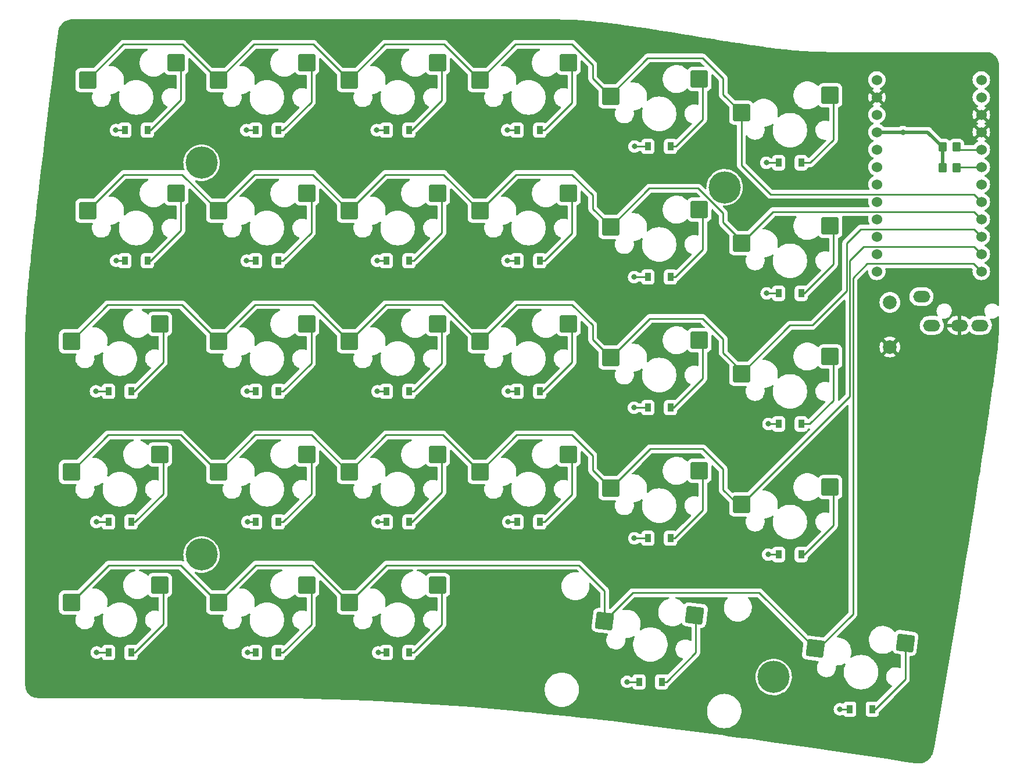
<source format=gbr>
%TF.GenerationSoftware,KiCad,Pcbnew,(6.0.4)*%
%TF.CreationDate,2022-10-11T17:38:10-05:00*%
%TF.ProjectId,GummyKey_Left,47756d6d-794b-4657-995f-4c6566742e6b,rev?*%
%TF.SameCoordinates,Original*%
%TF.FileFunction,Copper,L2,Bot*%
%TF.FilePolarity,Positive*%
%FSLAX46Y46*%
G04 Gerber Fmt 4.6, Leading zero omitted, Abs format (unit mm)*
G04 Created by KiCad (PCBNEW (6.0.4)) date 2022-10-11 17:38:10*
%MOMM*%
%LPD*%
G01*
G04 APERTURE LIST*
G04 Aperture macros list*
%AMRoundRect*
0 Rectangle with rounded corners*
0 $1 Rounding radius*
0 $2 $3 $4 $5 $6 $7 $8 $9 X,Y pos of 4 corners*
0 Add a 4 corners polygon primitive as box body*
4,1,4,$2,$3,$4,$5,$6,$7,$8,$9,$2,$3,0*
0 Add four circle primitives for the rounded corners*
1,1,$1+$1,$2,$3*
1,1,$1+$1,$4,$5*
1,1,$1+$1,$6,$7*
1,1,$1+$1,$8,$9*
0 Add four rect primitives between the rounded corners*
20,1,$1+$1,$2,$3,$4,$5,0*
20,1,$1+$1,$4,$5,$6,$7,0*
20,1,$1+$1,$6,$7,$8,$9,0*
20,1,$1+$1,$8,$9,$2,$3,0*%
G04 Aperture macros list end*
%TA.AperFunction,ComponentPad*%
%ADD10C,4.700000*%
%TD*%
%TA.AperFunction,SMDPad,CuDef*%
%ADD11RoundRect,0.250000X-1.025000X-1.000000X1.025000X-1.000000X1.025000X1.000000X-1.025000X1.000000X0*%
%TD*%
%TA.AperFunction,ComponentPad*%
%ADD12C,1.524000*%
%TD*%
%TA.AperFunction,SMDPad,CuDef*%
%ADD13RoundRect,0.250000X-1.146757X-0.857656X0.885705X-1.125234X1.146757X0.857656X-0.885705X1.125234X0*%
%TD*%
%TA.AperFunction,ComponentPad*%
%ADD14C,2.000000*%
%TD*%
%TA.AperFunction,ComponentPad*%
%ADD15O,2.500000X1.700000*%
%TD*%
%TA.AperFunction,SMDPad,CuDef*%
%ADD16R,0.900000X1.200000*%
%TD*%
%TA.AperFunction,SMDPad,CuDef*%
%ADD17RoundRect,0.250000X-0.350000X-0.450000X0.350000X-0.450000X0.350000X0.450000X-0.350000X0.450000X0*%
%TD*%
%TA.AperFunction,ViaPad*%
%ADD18C,0.800000*%
%TD*%
%TA.AperFunction,Conductor*%
%ADD19C,0.250000*%
%TD*%
%TA.AperFunction,Conductor*%
%ADD20C,0.500000*%
%TD*%
G04 APERTURE END LIST*
D10*
%TO.P,TH3,*%
%TO.N,*%
X100012500Y-64293750D03*
%TD*%
D11*
%TO.P,K18,1,1*%
%TO.N,/ROW2*%
X178652500Y-95091250D03*
%TO.P,K18,2,2*%
%TO.N,Net-(D18-Pad2)*%
X191579500Y-92551250D03*
%TD*%
%TO.P,K1,1,1*%
%TO.N,/ROW0*%
X83402500Y-52228750D03*
%TO.P,K1,2,2*%
%TO.N,Net-(D1-Pad2)*%
X96329500Y-49688750D03*
%TD*%
%TO.P,K10,1,1*%
%TO.N,/ROW1*%
X140552500Y-71278750D03*
%TO.P,K10,2,2*%
%TO.N,Net-(D10-Pad2)*%
X153479500Y-68738750D03*
%TD*%
%TO.P,K2,1,1*%
%TO.N,/ROW0*%
X102452500Y-52228750D03*
%TO.P,K2,2,2*%
%TO.N,Net-(D2-Pad2)*%
X115379500Y-49688750D03*
%TD*%
%TO.P,K23,1,1*%
%TO.N,/ROW3*%
X159602500Y-111760000D03*
%TO.P,K23,2,2*%
%TO.N,Net-(D23-Pad2)*%
X172529500Y-109220000D03*
%TD*%
%TO.P,K27,1,1*%
%TO.N,/ROW4*%
X121502500Y-128428750D03*
%TO.P,K27,2,2*%
%TO.N,Net-(D27-Pad2)*%
X134429500Y-125888750D03*
%TD*%
%TO.P,K6,1,1*%
%TO.N,/ROW0*%
X178652500Y-56991250D03*
%TO.P,K6,2,2*%
%TO.N,Net-(D6-Pad2)*%
X191579500Y-54451250D03*
%TD*%
D12*
%TO.P,U1,1,TX(PD3)*%
%TO.N,unconnected-(U1-Pad1)*%
X213611400Y-52197000D03*
%TO.P,U1,2,RX(PD2)*%
%TO.N,unconnected-(U1-Pad2)*%
X213611400Y-54737000D03*
%TO.P,U1,3,GND*%
%TO.N,GND*%
X213611400Y-57277000D03*
%TO.P,U1,4,GND*%
X213611400Y-59817000D03*
%TO.P,U1,5,SDA(PD1)*%
%TO.N,/SDA*%
X213611400Y-62357000D03*
%TO.P,U1,6,SCL(PD0)*%
%TO.N,/SCL*%
X213611400Y-64897000D03*
%TO.P,U1,7,D4(PD4)*%
%TO.N,unconnected-(U1-Pad7)*%
X213611400Y-67437000D03*
%TO.P,U1,8,D5(PC6)*%
%TO.N,/ROW0*%
X213611400Y-69977000D03*
%TO.P,U1,9,D6(PD7)*%
%TO.N,/ROW1*%
X213611400Y-72517000D03*
%TO.P,U1,10,D7(PE6)*%
%TO.N,/ROW2*%
X213611400Y-75057000D03*
%TO.P,U1,11,D8(PB4)*%
%TO.N,/ROW3*%
X213611400Y-77597000D03*
%TO.P,U1,12,D9(PB5)*%
%TO.N,/ROW4*%
X213611400Y-80137000D03*
%TO.P,U1,13,D10(PB6)*%
%TO.N,unconnected-(U1-Pad13)*%
X198391400Y-80137000D03*
%TO.P,U1,14,D16(PB2)*%
%TO.N,/COL5*%
X198391400Y-77597000D03*
%TO.P,U1,15,D14(PB3)*%
%TO.N,/COL4*%
X198391400Y-75057000D03*
%TO.P,U1,16,D15(PB1)*%
%TO.N,/COL3*%
X198391400Y-72517000D03*
%TO.P,U1,17,A0(PF7)*%
%TO.N,/COL2*%
X198391400Y-69977000D03*
%TO.P,U1,18,A1(PF6)*%
%TO.N,/COL1*%
X198391400Y-67437000D03*
%TO.P,U1,19,A2(PF5)*%
%TO.N,/COL0*%
X198391400Y-64897000D03*
%TO.P,U1,20,A3(PF4)*%
%TO.N,unconnected-(U1-Pad20)*%
X198391400Y-62357000D03*
%TO.P,U1,21,VCC*%
%TO.N,VCC*%
X198391400Y-59817000D03*
%TO.P,U1,22,RST*%
%TO.N,/RESET*%
X198391400Y-57277000D03*
%TO.P,U1,23,GND*%
%TO.N,GND*%
X198391400Y-54737000D03*
%TO.P,U1,24,RAW*%
%TO.N,unconnected-(U1-Pad24)*%
X198391400Y-52197000D03*
%TD*%
D13*
%TO.P,K29,1,1*%
%TO.N,/ROW4*%
X189398645Y-135151894D03*
%TO.P,K29,2,2*%
%TO.N,Net-(D29-Pad2)*%
X202546589Y-134320936D03*
%TD*%
%TO.P,K28,1,1*%
%TO.N,/ROW4*%
X158707230Y-131111292D03*
%TO.P,K28,2,2*%
%TO.N,Net-(D28-Pad2)*%
X171855174Y-130280334D03*
%TD*%
D11*
%TO.P,K24,1,1*%
%TO.N,/ROW3*%
X178652500Y-114141250D03*
%TO.P,K24,2,2*%
%TO.N,Net-(D24-Pad2)*%
X191579500Y-111601250D03*
%TD*%
%TO.P,K25,1,1*%
%TO.N,/ROW4*%
X81021250Y-128428750D03*
%TO.P,K25,2,2*%
%TO.N,Net-(D25-Pad2)*%
X93948250Y-125888750D03*
%TD*%
%TO.P,K9,1,1*%
%TO.N,/ROW1*%
X121502500Y-71278750D03*
%TO.P,K9,2,2*%
%TO.N,Net-(D9-Pad2)*%
X134429500Y-68738750D03*
%TD*%
%TO.P,K5,1,1*%
%TO.N,/ROW0*%
X159602500Y-54610000D03*
%TO.P,K5,2,2*%
%TO.N,Net-(D5-Pad2)*%
X172529500Y-52070000D03*
%TD*%
%TO.P,K20,1,1*%
%TO.N,/ROW3*%
X102452500Y-109378750D03*
%TO.P,K20,2,2*%
%TO.N,Net-(D20-Pad2)*%
X115379500Y-106838750D03*
%TD*%
%TO.P,K22,1,1*%
%TO.N,/ROW3*%
X140552500Y-109378750D03*
%TO.P,K22,2,2*%
%TO.N,Net-(D22-Pad2)*%
X153479500Y-106838750D03*
%TD*%
%TO.P,K11,1,1*%
%TO.N,/ROW1*%
X159602500Y-73660000D03*
%TO.P,K11,2,2*%
%TO.N,Net-(D11-Pad2)*%
X172529500Y-71120000D03*
%TD*%
D14*
%TO.P,SW1,1,1*%
%TO.N,/RESET*%
X200293750Y-84656250D03*
%TO.P,SW1,2,2*%
%TO.N,GND*%
X200293750Y-91156250D03*
%TD*%
D11*
%TO.P,K17,1,1*%
%TO.N,/ROW2*%
X159602500Y-92710000D03*
%TO.P,K17,2,2*%
%TO.N,Net-(D17-Pad2)*%
X172529500Y-90170000D03*
%TD*%
%TO.P,K3,1,1*%
%TO.N,/ROW0*%
X121502500Y-52228750D03*
%TO.P,K3,2,2*%
%TO.N,Net-(D3-Pad2)*%
X134429500Y-49688750D03*
%TD*%
D10*
%TO.P,TH3,*%
%TO.N,*%
X176212500Y-67865625D03*
%TD*%
D11*
%TO.P,K14,1,1*%
%TO.N,/ROW2*%
X102452500Y-90328750D03*
%TO.P,K14,2,2*%
%TO.N,Net-(D14-Pad2)*%
X115379500Y-87788750D03*
%TD*%
%TO.P,K7,1,1*%
%TO.N,/ROW1*%
X83402500Y-71278750D03*
%TO.P,K7,2,2*%
%TO.N,Net-(D7-Pad2)*%
X96329500Y-68738750D03*
%TD*%
%TO.P,K15,1,1*%
%TO.N,/ROW2*%
X121502500Y-90328750D03*
%TO.P,K15,2,2*%
%TO.N,Net-(D15-Pad2)*%
X134429500Y-87788750D03*
%TD*%
%TO.P,K19,1,1*%
%TO.N,/ROW3*%
X81021250Y-109378750D03*
%TO.P,K19,2,2*%
%TO.N,Net-(D19-Pad2)*%
X93948250Y-106838750D03*
%TD*%
D10*
%TO.P,TH3,*%
%TO.N,*%
X100012500Y-121443750D03*
%TD*%
D11*
%TO.P,K12,1,1*%
%TO.N,/ROW1*%
X178652500Y-76041250D03*
%TO.P,K12,2,2*%
%TO.N,Net-(D12-Pad2)*%
X191579500Y-73501250D03*
%TD*%
D15*
%TO.P,J1,1*%
%TO.N,VCC*%
X206393750Y-88006250D03*
%TO.P,J1,2*%
%TO.N,GND*%
X210393750Y-88006250D03*
%TO.P,J1,3*%
%TO.N,/SDA*%
X213393750Y-88006250D03*
%TO.P,J1,4*%
%TO.N,/SCL*%
X204893750Y-83806250D03*
%TD*%
D11*
%TO.P,K8,1,1*%
%TO.N,/ROW1*%
X102452500Y-71278750D03*
%TO.P,K8,2,2*%
%TO.N,Net-(D8-Pad2)*%
X115379500Y-68738750D03*
%TD*%
%TO.P,K4,1,1*%
%TO.N,/ROW0*%
X140552500Y-52228750D03*
%TO.P,K4,2,2*%
%TO.N,Net-(D4-Pad2)*%
X153479500Y-49688750D03*
%TD*%
%TO.P,K21,1,1*%
%TO.N,/ROW3*%
X121502500Y-109378750D03*
%TO.P,K21,2,2*%
%TO.N,Net-(D21-Pad2)*%
X134429500Y-106838750D03*
%TD*%
%TO.P,K13,1,1*%
%TO.N,/ROW2*%
X81021250Y-90328750D03*
%TO.P,K13,2,2*%
%TO.N,Net-(D13-Pad2)*%
X93948250Y-87788750D03*
%TD*%
%TO.P,K26,1,1*%
%TO.N,/ROW4*%
X102452500Y-128428750D03*
%TO.P,K26,2,2*%
%TO.N,Net-(D26-Pad2)*%
X115379500Y-125888750D03*
%TD*%
D10*
%TO.P,TH3,*%
%TO.N,*%
X183356250Y-139303125D03*
%TD*%
D11*
%TO.P,K16,1,1*%
%TO.N,/ROW2*%
X140552500Y-90328750D03*
%TO.P,K16,2,2*%
%TO.N,Net-(D16-Pad2)*%
X153479500Y-87788750D03*
%TD*%
D16*
%TO.P,D20,1,K*%
%TO.N,/COL1*%
X107887500Y-116681250D03*
%TO.P,D20,2,A*%
%TO.N,Net-(D20-Pad2)*%
X111187500Y-116681250D03*
%TD*%
%TO.P,D11,1,K*%
%TO.N,/COL4*%
X165037500Y-80962500D03*
%TO.P,D11,2,A*%
%TO.N,Net-(D11-Pad2)*%
X168337500Y-80962500D03*
%TD*%
%TO.P,D7,1,K*%
%TO.N,/COL0*%
X88837500Y-78581250D03*
%TO.P,D7,2,A*%
%TO.N,Net-(D7-Pad2)*%
X92137500Y-78581250D03*
%TD*%
%TO.P,D1,1,K*%
%TO.N,/COL0*%
X88837500Y-59531250D03*
%TO.P,D1,2,A*%
%TO.N,Net-(D1-Pad2)*%
X92137500Y-59531250D03*
%TD*%
%TO.P,D10,1,K*%
%TO.N,/COL3*%
X145987500Y-78581250D03*
%TO.P,D10,2,A*%
%TO.N,Net-(D10-Pad2)*%
X149287500Y-78581250D03*
%TD*%
%TO.P,D26,1,K*%
%TO.N,/COL1*%
X107887500Y-135731250D03*
%TO.P,D26,2,A*%
%TO.N,Net-(D26-Pad2)*%
X111187500Y-135731250D03*
%TD*%
%TO.P,D4,1,K*%
%TO.N,/COL3*%
X145987500Y-59531250D03*
%TO.P,D4,2,A*%
%TO.N,Net-(D4-Pad2)*%
X149287500Y-59531250D03*
%TD*%
%TO.P,D15,1,K*%
%TO.N,/COL2*%
X126937500Y-97631250D03*
%TO.P,D15,2,A*%
%TO.N,Net-(D15-Pad2)*%
X130237500Y-97631250D03*
%TD*%
D17*
%TO.P,R1,1*%
%TO.N,VCC*%
X208000000Y-62000000D03*
%TO.P,R1,2*%
%TO.N,/SDA*%
X210000000Y-62000000D03*
%TD*%
D16*
%TO.P,D24,1,K*%
%TO.N,/COL5*%
X184087500Y-121443750D03*
%TO.P,D24,2,A*%
%TO.N,Net-(D24-Pad2)*%
X187387500Y-121443750D03*
%TD*%
%TO.P,D28,1,K*%
%TO.N,/COL4*%
X163750080Y-140000000D03*
%TO.P,D28,2,A*%
%TO.N,Net-(D28-Pad2)*%
X167050080Y-140000000D03*
%TD*%
%TO.P,D19,1,K*%
%TO.N,/COL0*%
X86456250Y-116681250D03*
%TO.P,D19,2,A*%
%TO.N,Net-(D19-Pad2)*%
X89756250Y-116681250D03*
%TD*%
%TO.P,D9,1,K*%
%TO.N,/COL2*%
X126937500Y-78581250D03*
%TO.P,D9,2,A*%
%TO.N,Net-(D9-Pad2)*%
X130237500Y-78581250D03*
%TD*%
%TO.P,D8,1,K*%
%TO.N,/COL1*%
X107887500Y-78581250D03*
%TO.P,D8,2,A*%
%TO.N,Net-(D8-Pad2)*%
X111187500Y-78581250D03*
%TD*%
%TO.P,D16,1,K*%
%TO.N,/COL3*%
X145987500Y-97631250D03*
%TO.P,D16,2,A*%
%TO.N,Net-(D16-Pad2)*%
X149287500Y-97631250D03*
%TD*%
%TO.P,D12,1,K*%
%TO.N,/COL5*%
X184087500Y-83343750D03*
%TO.P,D12,2,A*%
%TO.N,Net-(D12-Pad2)*%
X187387500Y-83343750D03*
%TD*%
%TO.P,D3,1,K*%
%TO.N,/COL2*%
X126937500Y-59531250D03*
%TO.P,D3,2,A*%
%TO.N,Net-(D3-Pad2)*%
X130237500Y-59531250D03*
%TD*%
%TO.P,D2,1,K*%
%TO.N,/COL1*%
X107887500Y-59531250D03*
%TO.P,D2,2,A*%
%TO.N,Net-(D2-Pad2)*%
X111187500Y-59531250D03*
%TD*%
%TO.P,D29,1,K*%
%TO.N,/COL5*%
X194441495Y-144000000D03*
%TO.P,D29,2,A*%
%TO.N,Net-(D29-Pad2)*%
X197741495Y-144000000D03*
%TD*%
%TO.P,D18,1,K*%
%TO.N,/COL5*%
X184087500Y-102393750D03*
%TO.P,D18,2,A*%
%TO.N,Net-(D18-Pad2)*%
X187387500Y-102393750D03*
%TD*%
%TO.P,D14,1,K*%
%TO.N,/COL1*%
X107887500Y-97631250D03*
%TO.P,D14,2,A*%
%TO.N,Net-(D14-Pad2)*%
X111187500Y-97631250D03*
%TD*%
%TO.P,D22,1,K*%
%TO.N,/COL3*%
X145987500Y-116681250D03*
%TO.P,D22,2,A*%
%TO.N,Net-(D22-Pad2)*%
X149287500Y-116681250D03*
%TD*%
%TO.P,D23,1,K*%
%TO.N,/COL4*%
X165037500Y-119062500D03*
%TO.P,D23,2,A*%
%TO.N,Net-(D23-Pad2)*%
X168337500Y-119062500D03*
%TD*%
%TO.P,D5,1,K*%
%TO.N,/COL4*%
X165037500Y-61912500D03*
%TO.P,D5,2,A*%
%TO.N,Net-(D5-Pad2)*%
X168337500Y-61912500D03*
%TD*%
D17*
%TO.P,R2,1*%
%TO.N,VCC*%
X208000000Y-65000000D03*
%TO.P,R2,2*%
%TO.N,/SCL*%
X210000000Y-65000000D03*
%TD*%
D16*
%TO.P,D21,1,K*%
%TO.N,/COL2*%
X126937500Y-116681250D03*
%TO.P,D21,2,A*%
%TO.N,Net-(D21-Pad2)*%
X130237500Y-116681250D03*
%TD*%
%TO.P,D27,1,K*%
%TO.N,/COL2*%
X126937500Y-135731250D03*
%TO.P,D27,2,A*%
%TO.N,Net-(D27-Pad2)*%
X130237500Y-135731250D03*
%TD*%
%TO.P,D13,1,K*%
%TO.N,/COL0*%
X86456250Y-97631250D03*
%TO.P,D13,2,A*%
%TO.N,Net-(D13-Pad2)*%
X89756250Y-97631250D03*
%TD*%
%TO.P,D17,1,K*%
%TO.N,/COL4*%
X165037500Y-100012500D03*
%TO.P,D17,2,A*%
%TO.N,Net-(D17-Pad2)*%
X168337500Y-100012500D03*
%TD*%
%TO.P,D25,1,K*%
%TO.N,/COL0*%
X86456250Y-135731250D03*
%TO.P,D25,2,A*%
%TO.N,Net-(D25-Pad2)*%
X89756250Y-135731250D03*
%TD*%
%TO.P,D6,1,K*%
%TO.N,/COL5*%
X184087500Y-64293750D03*
%TO.P,D6,2,A*%
%TO.N,Net-(D6-Pad2)*%
X187387500Y-64293750D03*
%TD*%
D18*
%TO.N,/COL0*%
X87531250Y-59531250D03*
X87581250Y-78581250D03*
X84731250Y-135731250D03*
X84681250Y-116681250D03*
X84631250Y-97631250D03*
%TO.N,/COL1*%
X106581250Y-78581250D03*
X106681250Y-116681250D03*
X106631250Y-97631250D03*
X106531250Y-59531250D03*
X106731250Y-135731250D03*
%TO.N,/COL2*%
X125581250Y-78581250D03*
X125731250Y-135731250D03*
X125681250Y-116681250D03*
X125631250Y-97631250D03*
X125531250Y-59531250D03*
%TO.N,/COL3*%
X144631250Y-97631250D03*
X144531250Y-59531250D03*
X144681250Y-116681250D03*
X144581250Y-78581250D03*
%TO.N,/COL4*%
X163062500Y-119062500D03*
X163012500Y-100012500D03*
X163087500Y-61912500D03*
X163037500Y-80962500D03*
X162000000Y-140000000D03*
%TO.N,/COL5*%
X182556250Y-121443750D03*
X182606250Y-102393750D03*
X182293750Y-64293750D03*
X182343750Y-83343750D03*
X193000000Y-144000000D03*
%TO.N,VCC*%
X202183000Y-59817000D03*
%TO.N,GND*%
X78581250Y-138112500D03*
X157162500Y-95250000D03*
X202406250Y-147637500D03*
X140493750Y-45243750D03*
X176212500Y-97631250D03*
X209550000Y-52387500D03*
X78581250Y-92868750D03*
X138112500Y-92868750D03*
X100012500Y-92868750D03*
X119062500Y-92868750D03*
X211931250Y-97631250D03*
X140493750Y-140493750D03*
X83343750Y-47625000D03*
%TD*%
D19*
%TO.N,/COL0*%
X88837500Y-78581250D02*
X87581250Y-78581250D01*
X86456250Y-116681250D02*
X84681250Y-116681250D01*
X86456250Y-135731250D02*
X84731250Y-135731250D01*
X88837500Y-59531250D02*
X87531250Y-59531250D01*
X86456250Y-97631250D02*
X84631250Y-97631250D01*
%TO.N,Net-(D1-Pad2)*%
X96329500Y-49688750D02*
X97000000Y-50359250D01*
X97000000Y-50359250D02*
X97000000Y-55103341D01*
X97000000Y-55103341D02*
X92572091Y-59531250D01*
X92572091Y-59531250D02*
X92137500Y-59531250D01*
%TO.N,/COL1*%
X107887500Y-97631250D02*
X106631250Y-97631250D01*
X107887500Y-116681250D02*
X106681250Y-116681250D01*
X107887500Y-78581250D02*
X106581250Y-78581250D01*
X107887500Y-59531250D02*
X106531250Y-59531250D01*
X107887500Y-135731250D02*
X106731250Y-135731250D01*
%TO.N,Net-(D2-Pad2)*%
X115379500Y-49688750D02*
X116000000Y-50309250D01*
X116000000Y-50309250D02*
X116000000Y-55418750D01*
X111887500Y-59531250D02*
X111187500Y-59531250D01*
X116000000Y-55418750D02*
X111887500Y-59531250D01*
%TO.N,/COL2*%
X126937500Y-97631250D02*
X125631250Y-97631250D01*
X126937500Y-59531250D02*
X125531250Y-59531250D01*
X126937500Y-78581250D02*
X125581250Y-78581250D01*
X126937500Y-135731250D02*
X125731250Y-135731250D01*
X126937500Y-116681250D02*
X125681250Y-116681250D01*
%TO.N,Net-(D3-Pad2)*%
X135000000Y-55203341D02*
X130672091Y-59531250D01*
X134429500Y-49688750D02*
X135000000Y-50259250D01*
X130672091Y-59531250D02*
X130237500Y-59531250D01*
X135000000Y-50259250D02*
X135000000Y-55203341D01*
%TO.N,/COL3*%
X145987500Y-59531250D02*
X144531250Y-59531250D01*
X145987500Y-78581250D02*
X144581250Y-78581250D01*
X145987500Y-97631250D02*
X144631250Y-97631250D01*
X145987500Y-116681250D02*
X144681250Y-116681250D01*
%TO.N,Net-(D4-Pad2)*%
X149987500Y-59531250D02*
X149287500Y-59531250D01*
X154000000Y-55518750D02*
X149987500Y-59531250D01*
X153479500Y-49688750D02*
X154000000Y-50209250D01*
X154000000Y-50209250D02*
X154000000Y-55518750D01*
%TO.N,/COL4*%
X165037500Y-100012500D02*
X163012500Y-100012500D01*
X163750080Y-140000000D02*
X162000000Y-140000000D01*
X165037500Y-80962500D02*
X163037500Y-80962500D01*
X165037500Y-61912500D02*
X163087500Y-61912500D01*
X165037500Y-119062500D02*
X163062500Y-119062500D01*
%TO.N,Net-(D5-Pad2)*%
X173017021Y-52557521D02*
X173017021Y-57982979D01*
X169087500Y-61912500D02*
X168337500Y-61912500D01*
X173017021Y-57982979D02*
X169087500Y-61912500D01*
X172529500Y-52070000D02*
X173017021Y-52557521D01*
%TO.N,/COL5*%
X184087500Y-64293750D02*
X182293750Y-64293750D01*
X184087500Y-121443750D02*
X182556250Y-121443750D01*
X184087500Y-102393750D02*
X182606250Y-102393750D01*
X194441495Y-144000000D02*
X193000000Y-144000000D01*
X184087500Y-83343750D02*
X182343750Y-83343750D01*
%TO.N,Net-(D6-Pad2)*%
X191579500Y-54451250D02*
X192067021Y-54938771D01*
X192067021Y-54938771D02*
X192067021Y-60932979D01*
X192067021Y-60932979D02*
X188706250Y-64293750D01*
X188706250Y-64293750D02*
X187387500Y-64293750D01*
%TO.N,Net-(D7-Pad2)*%
X97000000Y-74153341D02*
X92572091Y-78581250D01*
X96329500Y-68738750D02*
X97000000Y-69409250D01*
X92572091Y-78581250D02*
X92137500Y-78581250D01*
X97000000Y-69409250D02*
X97000000Y-74153341D01*
%TO.N,Net-(D8-Pad2)*%
X116000000Y-69359250D02*
X116000000Y-74468750D01*
X115379500Y-68738750D02*
X116000000Y-69359250D01*
X111887500Y-78581250D02*
X111187500Y-78581250D01*
X116000000Y-74468750D02*
X111887500Y-78581250D01*
%TO.N,Net-(D9-Pad2)*%
X135000000Y-69309250D02*
X135000000Y-74518750D01*
X130937500Y-78581250D02*
X130237500Y-78581250D01*
X135000000Y-74518750D02*
X130937500Y-78581250D01*
X134429500Y-68738750D02*
X135000000Y-69309250D01*
%TO.N,Net-(D10-Pad2)*%
X153479500Y-68738750D02*
X154000000Y-69259250D01*
X154000000Y-74568750D02*
X149987500Y-78581250D01*
X149987500Y-78581250D02*
X149287500Y-78581250D01*
X154000000Y-69259250D02*
X154000000Y-74568750D01*
%TO.N,Net-(D11-Pad2)*%
X169037500Y-80962500D02*
X168337500Y-80962500D01*
X173017021Y-76982979D02*
X169037500Y-80962500D01*
X173017021Y-71607521D02*
X173017021Y-76982979D01*
X172529500Y-71120000D02*
X173017021Y-71607521D01*
%TO.N,Net-(D12-Pad2)*%
X191579500Y-73501250D02*
X192067021Y-73988771D01*
X192067021Y-79098820D02*
X187822091Y-83343750D01*
X187822091Y-83343750D02*
X187387500Y-83343750D01*
X192067021Y-73988771D02*
X192067021Y-79098820D01*
%TO.N,Net-(D13-Pad2)*%
X93948250Y-87788750D02*
X94435771Y-88276271D01*
X94435771Y-93386320D02*
X90190841Y-97631250D01*
X94435771Y-88276271D02*
X94435771Y-93386320D01*
X90190841Y-97631250D02*
X89756250Y-97631250D01*
%TO.N,Net-(D14-Pad2)*%
X116000000Y-88409250D02*
X116000000Y-93518750D01*
X116000000Y-93518750D02*
X111887500Y-97631250D01*
X111887500Y-97631250D02*
X111187500Y-97631250D01*
X115379500Y-87788750D02*
X116000000Y-88409250D01*
%TO.N,Net-(D15-Pad2)*%
X135000000Y-93568750D02*
X130937500Y-97631250D01*
X134429500Y-87788750D02*
X135000000Y-88359250D01*
X130937500Y-97631250D02*
X130237500Y-97631250D01*
X135000000Y-88359250D02*
X135000000Y-93568750D01*
%TO.N,Net-(D16-Pad2)*%
X153479500Y-87788750D02*
X154000000Y-88309250D01*
X154000000Y-93353341D02*
X149722091Y-97631250D01*
X154000000Y-88309250D02*
X154000000Y-93353341D01*
X149722091Y-97631250D02*
X149287500Y-97631250D01*
%TO.N,Net-(D17-Pad2)*%
X173017021Y-90657521D02*
X173017021Y-95767570D01*
X173017021Y-95767570D02*
X168772091Y-100012500D01*
X168772091Y-100012500D02*
X168337500Y-100012500D01*
X172529500Y-90170000D02*
X173017021Y-90657521D01*
%TO.N,Net-(D18-Pad2)*%
X192067021Y-93038771D02*
X192067021Y-98932979D01*
X191579500Y-92551250D02*
X192067021Y-93038771D01*
X188606250Y-102393750D02*
X187387500Y-102393750D01*
X192067021Y-98932979D02*
X188606250Y-102393750D01*
%TO.N,Net-(D19-Pad2)*%
X94435771Y-107326271D02*
X94435771Y-112564229D01*
X94435771Y-112564229D02*
X90318750Y-116681250D01*
X93948250Y-106838750D02*
X94435771Y-107326271D01*
X90318750Y-116681250D02*
X89756250Y-116681250D01*
%TO.N,Net-(D20-Pad2)*%
X115379500Y-106838750D02*
X116000000Y-107459250D01*
X116000000Y-107459250D02*
X116000000Y-112568750D01*
X111887500Y-116681250D02*
X111187500Y-116681250D01*
X116000000Y-112568750D02*
X111887500Y-116681250D01*
%TO.N,Net-(D21-Pad2)*%
X135000000Y-107409250D02*
X135000000Y-112353341D01*
X134429500Y-106838750D02*
X135000000Y-107409250D01*
X135000000Y-112353341D02*
X130672091Y-116681250D01*
X130672091Y-116681250D02*
X130237500Y-116681250D01*
%TO.N,Net-(D22-Pad2)*%
X154000000Y-112668750D02*
X149987500Y-116681250D01*
X153479500Y-106838750D02*
X154000000Y-107359250D01*
X149987500Y-116681250D02*
X149287500Y-116681250D01*
X154000000Y-107359250D02*
X154000000Y-112668750D01*
%TO.N,Net-(D23-Pad2)*%
X168937500Y-119062500D02*
X168337500Y-119062500D01*
X173017021Y-114982979D02*
X168937500Y-119062500D01*
X173017021Y-109707521D02*
X173017021Y-114982979D01*
X172529500Y-109220000D02*
X173017021Y-109707521D01*
%TO.N,Net-(D24-Pad2)*%
X191579500Y-111601250D02*
X192067021Y-112088771D01*
X192067021Y-117198820D02*
X187822091Y-121443750D01*
X187822091Y-121443750D02*
X187387500Y-121443750D01*
X192067021Y-112088771D02*
X192067021Y-117198820D01*
%TO.N,Net-(D25-Pad2)*%
X94435771Y-131564229D02*
X90268750Y-135731250D01*
X93948250Y-125888750D02*
X94435771Y-126376271D01*
X90268750Y-135731250D02*
X89756250Y-135731250D01*
X94435771Y-126376271D02*
X94435771Y-131564229D01*
%TO.N,Net-(D26-Pad2)*%
X111887500Y-135731250D02*
X111187500Y-135731250D01*
X116000000Y-126509250D02*
X116000000Y-131618750D01*
X115379500Y-125888750D02*
X116000000Y-126509250D01*
X116000000Y-131618750D02*
X111887500Y-135731250D01*
%TO.N,Net-(D27-Pad2)*%
X135000000Y-131668750D02*
X130937500Y-135731250D01*
X134429500Y-125888750D02*
X135000000Y-126459250D01*
X130937500Y-135731250D02*
X130237500Y-135731250D01*
X135000000Y-126459250D02*
X135000000Y-131668750D01*
%TO.N,Net-(D28-Pad2)*%
X167750080Y-140000000D02*
X167050080Y-140000000D01*
X171855174Y-130280334D02*
X172000000Y-130425160D01*
X172000000Y-130425160D02*
X172000000Y-135750080D01*
X172000000Y-135750080D02*
X167750080Y-140000000D01*
%TO.N,Net-(D29-Pad2)*%
X198153141Y-144000000D02*
X197741495Y-144000000D01*
X202546589Y-139606552D02*
X198153141Y-144000000D01*
X202546589Y-134320936D02*
X202546589Y-139606552D01*
D20*
%TO.N,VCC*%
X205817000Y-59817000D02*
X208000000Y-62000000D01*
X202183000Y-59817000D02*
X205817000Y-59817000D01*
X198391400Y-59817000D02*
X202183000Y-59817000D01*
X208000000Y-65000000D02*
X208000000Y-62000000D01*
D19*
%TO.N,/SCL*%
X210103000Y-64897000D02*
X213611400Y-64897000D01*
X210000000Y-65000000D02*
X210103000Y-64897000D01*
%TO.N,/ROW0*%
X178652500Y-56991250D02*
X178652500Y-64652500D01*
X182890489Y-68890489D02*
X178652500Y-64652500D01*
X159602500Y-54397500D02*
X165000000Y-49000000D01*
X121502500Y-52228750D02*
X116273750Y-47000000D01*
X140552500Y-52228750D02*
X135323750Y-47000000D01*
X157000000Y-52000000D02*
X159602500Y-54602500D01*
X157000000Y-50000000D02*
X157000000Y-52000000D01*
X212524889Y-68890489D02*
X213611400Y-69977000D01*
X107681250Y-47000000D02*
X102452500Y-52228750D01*
X135323750Y-47000000D02*
X126731250Y-47000000D01*
X176000000Y-52000000D02*
X173000000Y-49000000D01*
X176000000Y-54338750D02*
X176000000Y-52000000D01*
X145781250Y-47000000D02*
X154000000Y-47000000D01*
X173000000Y-49000000D02*
X165000000Y-49000000D01*
X97223750Y-47000000D02*
X88631250Y-47000000D01*
X88631250Y-47000000D02*
X83402500Y-52228750D01*
X159602500Y-54610000D02*
X159602500Y-54397500D01*
X140552500Y-52228750D02*
X145781250Y-47000000D01*
X116273750Y-47000000D02*
X107681250Y-47000000D01*
X159602500Y-54602500D02*
X159602500Y-54610000D01*
X212524889Y-68890489D02*
X182890489Y-68890489D01*
X126731250Y-47000000D02*
X121502500Y-52228750D01*
X178652500Y-56991250D02*
X176000000Y-54338750D01*
X154000000Y-47000000D02*
X157000000Y-50000000D01*
X102452500Y-52228750D02*
X97223750Y-47000000D01*
%TO.N,/ROW1*%
X178652500Y-76041250D02*
X178652500Y-75652500D01*
X140552500Y-71278750D02*
X135273750Y-66000000D01*
X102452500Y-71278750D02*
X97173750Y-66000000D01*
X145831250Y-66000000D02*
X140552500Y-71278750D01*
X88681250Y-66000000D02*
X83402500Y-71278750D01*
X212524889Y-71430489D02*
X183263261Y-71430489D01*
X126781250Y-66000000D02*
X121502500Y-71278750D01*
X154000000Y-66000000D02*
X145831250Y-66000000D01*
X157000000Y-69000000D02*
X154000000Y-66000000D01*
X135273750Y-66000000D02*
X126781250Y-66000000D01*
X159602500Y-73660000D02*
X159602500Y-73602500D01*
X97173750Y-66000000D02*
X88681250Y-66000000D01*
X176000000Y-71650000D02*
X172350000Y-68000000D01*
X107731250Y-66000000D02*
X102452500Y-71278750D01*
X165262500Y-68000000D02*
X159602500Y-73660000D01*
X213611400Y-72517000D02*
X212524889Y-71430489D01*
X176000000Y-73000000D02*
X176000000Y-71650000D01*
X172350000Y-68000000D02*
X165262500Y-68000000D01*
X178652500Y-75652500D02*
X176000000Y-73000000D01*
X159602500Y-73602500D02*
X157000000Y-71000000D01*
X121502500Y-71278750D02*
X116223750Y-66000000D01*
X116223750Y-66000000D02*
X107731250Y-66000000D01*
X157000000Y-71000000D02*
X157000000Y-69000000D01*
X183263261Y-71430489D02*
X178652500Y-76041250D01*
%TO.N,/ROW2*%
X121502500Y-90328750D02*
X116173750Y-85000000D01*
X173000000Y-87000000D02*
X165312500Y-87000000D01*
X140552500Y-90328750D02*
X140328750Y-90328750D01*
X107781250Y-85000000D02*
X102452500Y-90328750D01*
X178652500Y-95091250D02*
X185743750Y-88000000D01*
X154000000Y-85000000D02*
X145881250Y-85000000D01*
X86350000Y-85000000D02*
X81021250Y-90328750D01*
X102452500Y-90328750D02*
X97123750Y-85000000D01*
X176000000Y-90000000D02*
X173000000Y-87000000D01*
X126831250Y-85000000D02*
X121502500Y-90328750D01*
X212524889Y-73970489D02*
X213611400Y-75057000D01*
X116173750Y-85000000D02*
X107781250Y-85000000D01*
X159602500Y-92710000D02*
X157000000Y-90107500D01*
X178652500Y-94652500D02*
X176000000Y-92000000D01*
X189000000Y-88000000D02*
X194000000Y-83000000D01*
X194000000Y-76000000D02*
X196029511Y-73970489D01*
X145881250Y-85000000D02*
X140552500Y-90328750D01*
X140328750Y-90328750D02*
X135000000Y-85000000D01*
X165312500Y-87000000D02*
X159602500Y-92710000D01*
X194000000Y-83000000D02*
X194000000Y-76000000D01*
X157000000Y-90107500D02*
X157000000Y-88000000D01*
X178652500Y-95091250D02*
X178652500Y-94652500D01*
X185743750Y-88000000D02*
X189000000Y-88000000D01*
X196029511Y-73970489D02*
X212524889Y-73970489D01*
X157000000Y-88000000D02*
X154000000Y-85000000D01*
X97123750Y-85000000D02*
X86350000Y-85000000D01*
X176000000Y-92000000D02*
X176000000Y-90000000D01*
X135000000Y-85000000D02*
X126831250Y-85000000D01*
%TO.N,/ROW3*%
X102452500Y-109378750D02*
X102378750Y-109378750D01*
X212524889Y-76510489D02*
X213611400Y-77597000D01*
X140552500Y-109378750D02*
X135173750Y-104000000D01*
X178652500Y-114141250D02*
X194449520Y-98344230D01*
X126881250Y-104000000D02*
X121502500Y-109378750D01*
X176000000Y-112000000D02*
X176000000Y-109000000D01*
X178141250Y-114141250D02*
X176000000Y-112000000D01*
X159602500Y-111760000D02*
X157000000Y-109157500D01*
X116000000Y-104000000D02*
X107831250Y-104000000D01*
X173000000Y-106000000D02*
X165362500Y-106000000D01*
X165362500Y-106000000D02*
X159602500Y-111760000D01*
X157000000Y-109157500D02*
X157000000Y-107000000D01*
X121378750Y-109378750D02*
X116000000Y-104000000D01*
X194449520Y-78550480D02*
X196489511Y-76510489D01*
X194449520Y-98344230D02*
X194449520Y-78550480D01*
X157000000Y-107000000D02*
X154000000Y-104000000D01*
X154000000Y-104000000D02*
X145931250Y-104000000D01*
X176000000Y-109000000D02*
X173000000Y-106000000D01*
X107831250Y-104000000D02*
X102452500Y-109378750D01*
X196489511Y-76510489D02*
X212524889Y-76510489D01*
X178652500Y-114141250D02*
X178141250Y-114141250D01*
X145931250Y-104000000D02*
X140552500Y-109378750D01*
X97000000Y-104000000D02*
X86400000Y-104000000D01*
X102378750Y-109378750D02*
X97000000Y-104000000D01*
X135173750Y-104000000D02*
X126881250Y-104000000D01*
X86400000Y-104000000D02*
X81021250Y-109378750D01*
X121502500Y-109378750D02*
X121378750Y-109378750D01*
%TO.N,/ROW4*%
X155000000Y-123000000D02*
X126931250Y-123000000D01*
X126931250Y-123000000D02*
X121502500Y-128428750D01*
X102428750Y-128428750D02*
X97000000Y-123000000D01*
X213611400Y-80137000D02*
X212474400Y-79000000D01*
X194899040Y-130100960D02*
X189848106Y-135151894D01*
X102452500Y-128428750D02*
X102428750Y-128428750D01*
X116073750Y-123000000D02*
X107881250Y-123000000D01*
X158707230Y-126707230D02*
X155000000Y-123000000D01*
X181246751Y-127000000D02*
X189398645Y-135151894D01*
X162818522Y-127000000D02*
X181246751Y-127000000D01*
X97000000Y-123000000D02*
X86450000Y-123000000D01*
X212474400Y-79000000D02*
X197000000Y-79000000D01*
X197000000Y-79000000D02*
X194899040Y-81100960D01*
X158707230Y-131111292D02*
X162818522Y-127000000D01*
X121502500Y-128428750D02*
X116073750Y-123000000D01*
X107881250Y-123000000D02*
X102452500Y-128428750D01*
X194899040Y-81100960D02*
X194899040Y-130100960D01*
X86450000Y-123000000D02*
X81021250Y-128428750D01*
X158707230Y-131111292D02*
X158707230Y-126707230D01*
X189848106Y-135151894D02*
X189398645Y-135151894D01*
%TO.N,/SDA*%
X210000000Y-62000000D02*
X210357000Y-62357000D01*
X210357000Y-62357000D02*
X213611400Y-62357000D01*
%TD*%
%TA.AperFunction,Conductor*%
%TO.N,GND*%
G36*
X150457922Y-43371072D02*
G01*
X150458051Y-43371072D01*
X150886172Y-43371580D01*
X150886436Y-43371581D01*
X150998757Y-43371950D01*
X151304598Y-43372956D01*
X151716332Y-43375631D01*
X151716600Y-43375633D01*
X152124155Y-43380036D01*
X152124690Y-43380043D01*
X152530658Y-43386600D01*
X152531141Y-43386610D01*
X152938058Y-43395743D01*
X152938954Y-43395766D01*
X153349945Y-43407914D01*
X153350921Y-43407947D01*
X153768330Y-43423526D01*
X153769367Y-43423569D01*
X153953645Y-43431967D01*
X154196130Y-43443018D01*
X154197035Y-43443063D01*
X154440395Y-43456238D01*
X154636017Y-43466829D01*
X154637107Y-43466893D01*
X154935179Y-43485622D01*
X155090832Y-43495403D01*
X155091830Y-43495470D01*
X155563153Y-43529176D01*
X155564037Y-43529244D01*
X156055320Y-43568567D01*
X156056322Y-43568651D01*
X156570756Y-43614076D01*
X156571740Y-43614167D01*
X157111523Y-43666100D01*
X157112453Y-43666193D01*
X157308891Y-43686565D01*
X157680589Y-43725112D01*
X157681180Y-43725176D01*
X158219835Y-43784832D01*
X158279834Y-43791477D01*
X158280645Y-43791569D01*
X158913167Y-43865775D01*
X158913918Y-43865866D01*
X159582110Y-43948324D01*
X159582800Y-43948411D01*
X160289541Y-44039592D01*
X160290174Y-44039675D01*
X161038712Y-44140102D01*
X161039289Y-44140181D01*
X161319004Y-44179026D01*
X161831529Y-44250203D01*
X161831713Y-44250229D01*
X162670420Y-44370304D01*
X162670682Y-44370342D01*
X163232861Y-44453020D01*
X163558355Y-44500890D01*
X163558787Y-44500954D01*
X163886893Y-44550370D01*
X164498193Y-44642438D01*
X165099847Y-44734984D01*
X165491686Y-44795256D01*
X165492038Y-44795310D01*
X166543035Y-44960021D01*
X166543354Y-44960072D01*
X166835534Y-45006629D01*
X167652966Y-45136882D01*
X168824899Y-45326397D01*
X168825598Y-45326510D01*
X168825857Y-45326552D01*
X170062189Y-45529125D01*
X170062423Y-45529163D01*
X171402857Y-45751375D01*
X171402860Y-45751375D01*
X171731545Y-45805863D01*
X172633000Y-45955303D01*
X172633317Y-45955368D01*
X172633694Y-45955491D01*
X172634829Y-45955677D01*
X172634839Y-45955679D01*
X172660267Y-45959845D01*
X172672061Y-45961777D01*
X172707866Y-45967713D01*
X172708270Y-45967722D01*
X172708599Y-45967765D01*
X173871811Y-46158355D01*
X173872163Y-46158427D01*
X173872586Y-46158565D01*
X173873845Y-46158769D01*
X173873847Y-46158769D01*
X173910864Y-46164755D01*
X173911116Y-46164796D01*
X173946680Y-46170623D01*
X173947126Y-46170632D01*
X173947493Y-46170679D01*
X175046195Y-46348352D01*
X175046594Y-46348432D01*
X175047060Y-46348582D01*
X175048442Y-46348802D01*
X175048451Y-46348804D01*
X175068928Y-46352066D01*
X175085336Y-46354681D01*
X175121066Y-46360459D01*
X175121561Y-46360468D01*
X175121978Y-46360520D01*
X175893232Y-46483414D01*
X176158759Y-46525724D01*
X176159223Y-46525816D01*
X176159744Y-46525983D01*
X176198589Y-46532071D01*
X176233653Y-46537658D01*
X176234198Y-46537666D01*
X176234634Y-46537719D01*
X176587254Y-46592982D01*
X177212183Y-46690921D01*
X177212689Y-46691020D01*
X177213267Y-46691203D01*
X177244251Y-46695969D01*
X177251591Y-46697098D01*
X177251942Y-46697152D01*
X177285395Y-46702395D01*
X177285404Y-46702396D01*
X177287069Y-46702657D01*
X177287663Y-46702665D01*
X177288190Y-46702728D01*
X178209052Y-46844373D01*
X178209628Y-46844484D01*
X178210258Y-46844681D01*
X178212107Y-46844959D01*
X178212115Y-46844961D01*
X178248484Y-46850438D01*
X178248876Y-46850498D01*
X178282075Y-46855605D01*
X178282080Y-46855606D01*
X178283942Y-46855892D01*
X178284609Y-46855899D01*
X178285182Y-46855965D01*
X179152027Y-46986521D01*
X179152645Y-46986638D01*
X179153347Y-46986855D01*
X179155398Y-46987157D01*
X179155400Y-46987157D01*
X179164915Y-46988556D01*
X179191303Y-46992437D01*
X179191600Y-46992481D01*
X179224849Y-46997489D01*
X179224859Y-46997490D01*
X179226903Y-46997798D01*
X179227640Y-46997803D01*
X179228283Y-46997875D01*
X179677584Y-47063954D01*
X180043695Y-47117798D01*
X180044392Y-47117927D01*
X180045166Y-47118163D01*
X180083216Y-47123611D01*
X180083479Y-47123649D01*
X180118581Y-47128811D01*
X180119389Y-47128814D01*
X180120110Y-47128893D01*
X180508612Y-47184513D01*
X180886720Y-47238645D01*
X180887487Y-47238784D01*
X180888343Y-47239041D01*
X180915377Y-47242795D01*
X180926234Y-47244303D01*
X180926759Y-47244377D01*
X180959168Y-47249017D01*
X180959173Y-47249018D01*
X180961607Y-47249366D01*
X180962497Y-47249366D01*
X180963284Y-47249448D01*
X181683719Y-47349499D01*
X181684572Y-47349649D01*
X181685512Y-47349927D01*
X181688195Y-47350287D01*
X181688201Y-47350288D01*
X181723317Y-47354999D01*
X181723895Y-47355078D01*
X181737855Y-47357017D01*
X181758610Y-47359899D01*
X181759588Y-47359895D01*
X181760465Y-47359983D01*
X182437334Y-47450796D01*
X182438275Y-47450957D01*
X182439300Y-47451254D01*
X182442193Y-47451627D01*
X182442209Y-47451630D01*
X182469110Y-47455100D01*
X182476987Y-47456116D01*
X182477295Y-47456157D01*
X182512226Y-47460843D01*
X182513294Y-47460833D01*
X182514275Y-47460927D01*
X182893191Y-47509813D01*
X183150170Y-47542968D01*
X183151213Y-47543141D01*
X183152336Y-47543460D01*
X183155496Y-47543850D01*
X183155502Y-47543851D01*
X183179036Y-47546755D01*
X183190004Y-47548109D01*
X183190519Y-47548174D01*
X183225078Y-47552632D01*
X183226244Y-47552616D01*
X183227303Y-47552711D01*
X183824868Y-47626454D01*
X183826026Y-47626639D01*
X183827243Y-47626977D01*
X183830630Y-47627374D01*
X183830634Y-47627375D01*
X183864832Y-47631387D01*
X183865429Y-47631459D01*
X183899797Y-47635700D01*
X183901063Y-47635675D01*
X183902214Y-47635772D01*
X184464092Y-47701690D01*
X184465325Y-47701880D01*
X184466643Y-47702237D01*
X184470277Y-47702639D01*
X184470287Y-47702641D01*
X184503825Y-47706355D01*
X184504636Y-47706447D01*
X184535404Y-47710057D01*
X184535416Y-47710058D01*
X184539005Y-47710479D01*
X184540366Y-47710444D01*
X184541661Y-47710545D01*
X185070366Y-47769100D01*
X185071736Y-47769301D01*
X185073149Y-47769673D01*
X185077028Y-47770075D01*
X185077033Y-47770076D01*
X185091588Y-47771585D01*
X185110493Y-47773546D01*
X185111089Y-47773610D01*
X185145322Y-47777401D01*
X185146786Y-47777354D01*
X185148166Y-47777453D01*
X185646401Y-47829123D01*
X185647860Y-47829326D01*
X185649370Y-47829712D01*
X185686432Y-47833277D01*
X185687349Y-47833369D01*
X185717314Y-47836477D01*
X185717318Y-47836477D01*
X185721365Y-47836897D01*
X185722919Y-47836837D01*
X185724417Y-47836933D01*
X186194741Y-47882183D01*
X186196306Y-47882389D01*
X186197900Y-47882783D01*
X186234899Y-47886050D01*
X186235883Y-47886141D01*
X186265479Y-47888989D01*
X186265491Y-47888990D01*
X186269735Y-47889398D01*
X186271379Y-47889321D01*
X186272962Y-47889411D01*
X186494242Y-47908950D01*
X186718030Y-47928711D01*
X186719656Y-47928911D01*
X186721329Y-47929311D01*
X186758119Y-47932255D01*
X186759100Y-47932338D01*
X186788589Y-47934942D01*
X186788600Y-47934943D01*
X186793033Y-47935334D01*
X186794747Y-47935241D01*
X186796443Y-47935323D01*
X186909186Y-47944347D01*
X187218795Y-47969130D01*
X187220493Y-47969324D01*
X187222229Y-47969723D01*
X187259108Y-47972360D01*
X187260150Y-47972439D01*
X187293840Y-47975136D01*
X187295611Y-47975025D01*
X187297344Y-47975095D01*
X187450007Y-47986012D01*
X187699639Y-48003865D01*
X187701391Y-48004051D01*
X187703159Y-48004441D01*
X187725799Y-48005864D01*
X187739999Y-48006756D01*
X187741084Y-48006829D01*
X187770268Y-48008916D01*
X187770271Y-48008916D01*
X187774731Y-48009235D01*
X187776529Y-48009108D01*
X187778310Y-48009164D01*
X188124498Y-48030916D01*
X188163134Y-48033344D01*
X188164893Y-48033515D01*
X188166668Y-48033891D01*
X188171358Y-48034145D01*
X188171359Y-48034145D01*
X188203495Y-48035885D01*
X188204582Y-48035949D01*
X188233787Y-48037784D01*
X188233792Y-48037784D01*
X188238265Y-48038065D01*
X188240076Y-48037921D01*
X188241856Y-48037962D01*
X188611823Y-48057991D01*
X188613537Y-48058143D01*
X188615294Y-48058499D01*
X188619940Y-48058711D01*
X188619942Y-48058711D01*
X188633361Y-48059323D01*
X188652166Y-48060180D01*
X188653159Y-48060229D01*
X188686989Y-48062060D01*
X188688766Y-48061903D01*
X188690537Y-48061928D01*
X189048199Y-48078229D01*
X189049865Y-48078363D01*
X189051561Y-48078692D01*
X189056080Y-48078861D01*
X189056084Y-48078861D01*
X189088585Y-48080074D01*
X189089621Y-48080117D01*
X189118994Y-48081456D01*
X189119006Y-48081456D01*
X189123437Y-48081658D01*
X189125152Y-48081491D01*
X189126833Y-48081501D01*
X189474850Y-48094490D01*
X189476393Y-48094601D01*
X189477997Y-48094900D01*
X189482283Y-48095027D01*
X189482288Y-48095027D01*
X189494810Y-48095397D01*
X189515290Y-48096002D01*
X189516075Y-48096028D01*
X189538188Y-48096854D01*
X189545903Y-48097142D01*
X189545907Y-48097142D01*
X189550139Y-48097300D01*
X189551760Y-48097129D01*
X189553309Y-48097126D01*
X189894270Y-48107204D01*
X189895655Y-48107293D01*
X189897129Y-48107557D01*
X189934524Y-48108397D01*
X189935202Y-48108414D01*
X189954003Y-48108970D01*
X189965682Y-48109315D01*
X189965689Y-48109315D01*
X189969617Y-48109431D01*
X189971097Y-48109264D01*
X189972531Y-48109250D01*
X190308941Y-48116801D01*
X190310187Y-48116873D01*
X190311489Y-48117097D01*
X190315058Y-48117155D01*
X190315064Y-48117155D01*
X190349275Y-48117708D01*
X190350063Y-48117724D01*
X190380859Y-48118415D01*
X190380872Y-48118415D01*
X190384403Y-48118494D01*
X190385719Y-48118336D01*
X190386942Y-48118316D01*
X190721504Y-48123720D01*
X190722512Y-48123772D01*
X190723628Y-48123958D01*
X190761576Y-48124368D01*
X190762154Y-48124375D01*
X190773246Y-48124555D01*
X190793981Y-48124890D01*
X190793988Y-48124890D01*
X190797029Y-48124939D01*
X190798142Y-48124798D01*
X190799183Y-48124775D01*
X190976886Y-48126694D01*
X191134421Y-48128397D01*
X191135206Y-48128434D01*
X191136112Y-48128581D01*
X191174382Y-48128830D01*
X191174650Y-48128832D01*
X191193338Y-48129033D01*
X191207532Y-48129187D01*
X191207536Y-48129187D01*
X191210045Y-48129214D01*
X191210946Y-48129095D01*
X191211777Y-48129072D01*
X191550258Y-48131271D01*
X191550850Y-48131297D01*
X191551525Y-48131404D01*
X191590458Y-48131532D01*
X191606094Y-48131634D01*
X191624106Y-48131751D01*
X191624118Y-48131751D01*
X191626020Y-48131763D01*
X191626695Y-48131671D01*
X191627268Y-48131653D01*
X191971642Y-48132785D01*
X191972038Y-48132801D01*
X191972480Y-48132871D01*
X191973764Y-48132873D01*
X191973775Y-48132873D01*
X192011885Y-48132918D01*
X192012148Y-48132919D01*
X192046256Y-48133031D01*
X192046262Y-48133031D01*
X192047538Y-48133035D01*
X192047981Y-48132973D01*
X192048339Y-48132961D01*
X192288747Y-48133246D01*
X192401219Y-48133380D01*
X192401394Y-48133387D01*
X192401607Y-48133420D01*
X192433866Y-48133425D01*
X192440419Y-48133426D01*
X192440551Y-48133426D01*
X192477214Y-48133470D01*
X192477432Y-48133439D01*
X192477616Y-48133433D01*
X192790215Y-48133485D01*
X192841570Y-48133493D01*
X192841601Y-48133494D01*
X192841636Y-48133500D01*
X192881674Y-48133500D01*
X192917573Y-48133506D01*
X192917679Y-48133506D01*
X192917714Y-48133501D01*
X192917743Y-48133500D01*
X214263133Y-48133500D01*
X214282518Y-48135000D01*
X214297351Y-48137310D01*
X214297355Y-48137310D01*
X214306224Y-48138691D01*
X214315126Y-48137527D01*
X214315129Y-48137527D01*
X214322512Y-48136561D01*
X214347091Y-48135767D01*
X214373942Y-48137527D01*
X214548704Y-48148982D01*
X214565043Y-48151133D01*
X214789111Y-48195701D01*
X214805029Y-48199966D01*
X215021362Y-48273401D01*
X215036581Y-48279705D01*
X215134957Y-48328217D01*
X215241477Y-48380746D01*
X215255750Y-48388986D01*
X215445706Y-48515909D01*
X215458781Y-48525942D01*
X215630547Y-48676573D01*
X215642202Y-48688227D01*
X215792836Y-48859988D01*
X215802869Y-48873064D01*
X215929790Y-49063009D01*
X215938030Y-49077281D01*
X215943980Y-49089344D01*
X216039076Y-49282173D01*
X216045384Y-49297400D01*
X216118824Y-49513738D01*
X216123089Y-49529657D01*
X216167661Y-49753712D01*
X216169813Y-49770053D01*
X216182547Y-49964279D01*
X216181474Y-49988405D01*
X216181441Y-49991107D01*
X216180059Y-49999985D01*
X216181224Y-50008889D01*
X216184186Y-50031541D01*
X216185250Y-50047881D01*
X216185250Y-85025802D01*
X216165248Y-85093923D01*
X216111592Y-85140416D01*
X216041318Y-85150520D01*
X215972120Y-85116820D01*
X215888236Y-85036518D01*
X215888225Y-85036509D01*
X215883900Y-85032369D01*
X215706202Y-84917630D01*
X215632747Y-84888027D01*
X215515582Y-84840808D01*
X215515579Y-84840807D01*
X215510013Y-84838564D01*
X215302413Y-84798022D01*
X215296851Y-84797750D01*
X215140904Y-84797750D01*
X214983184Y-84812798D01*
X214780216Y-84872342D01*
X214774889Y-84875086D01*
X214774888Y-84875086D01*
X214597501Y-84966446D01*
X214597498Y-84966448D01*
X214592170Y-84969192D01*
X214425830Y-85099854D01*
X214421898Y-85104385D01*
X214421895Y-85104388D01*
X214353224Y-85183525D01*
X214287198Y-85259613D01*
X214284198Y-85264799D01*
X214284195Y-85264803D01*
X214241480Y-85338639D01*
X214181277Y-85442704D01*
X214111889Y-85642521D01*
X214111028Y-85648456D01*
X214111028Y-85648458D01*
X214093388Y-85770122D01*
X214081537Y-85851854D01*
X214091317Y-86063149D01*
X214092721Y-86068974D01*
X214092721Y-86068975D01*
X214123001Y-86194616D01*
X214140875Y-86268784D01*
X214143357Y-86274242D01*
X214143358Y-86274246D01*
X214189159Y-86374978D01*
X214228424Y-86461337D01*
X214235812Y-86471752D01*
X214247485Y-86488208D01*
X214270583Y-86555342D01*
X214253719Y-86624307D01*
X214202247Y-86673206D01*
X214132509Y-86686515D01*
X214122294Y-86685097D01*
X213926142Y-86649627D01*
X213926135Y-86649626D01*
X213922058Y-86648889D01*
X213904336Y-86648053D01*
X213899394Y-86647820D01*
X213899387Y-86647820D01*
X213897906Y-86647750D01*
X212935860Y-86647750D01*
X212877228Y-86652725D01*
X212769341Y-86661879D01*
X212769337Y-86661880D01*
X212764030Y-86662330D01*
X212758875Y-86663668D01*
X212758869Y-86663669D01*
X212546047Y-86718907D01*
X212546043Y-86718908D01*
X212540878Y-86720249D01*
X212536012Y-86722441D01*
X212536009Y-86722442D01*
X212412926Y-86777887D01*
X212330675Y-86814938D01*
X212139431Y-86943691D01*
X212135574Y-86947370D01*
X212135572Y-86947372D01*
X212066140Y-87013607D01*
X211981742Y-87094120D01*
X211978038Y-87097653D01*
X211914941Y-87130200D01*
X211844265Y-87123469D01*
X211795901Y-87089064D01*
X211747424Y-87033199D01*
X211739792Y-87025778D01*
X211569839Y-86886424D01*
X211561072Y-86880400D01*
X211370068Y-86771674D01*
X211360404Y-86767209D01*
X211153809Y-86692219D01*
X211143542Y-86689448D01*
X210926095Y-86650127D01*
X210917866Y-86649194D01*
X210899348Y-86648320D01*
X210896373Y-86648250D01*
X210665865Y-86648250D01*
X210650626Y-86652725D01*
X210649421Y-86654115D01*
X210647750Y-86661798D01*
X210647750Y-89346135D01*
X210652225Y-89361374D01*
X210653615Y-89362579D01*
X210661298Y-89364250D01*
X210848956Y-89364250D01*
X210854265Y-89364025D01*
X211018075Y-89350126D01*
X211028547Y-89348336D01*
X211241285Y-89293120D01*
X211251325Y-89289585D01*
X211451720Y-89199313D01*
X211461006Y-89194144D01*
X211643325Y-89071400D01*
X211651620Y-89064731D01*
X211808771Y-88914815D01*
X211871867Y-88882267D01*
X211942544Y-88888998D01*
X211990908Y-88923403D01*
X212039415Y-88979302D01*
X212043227Y-88983695D01*
X212070445Y-89006012D01*
X212217377Y-89126490D01*
X212217383Y-89126494D01*
X212221505Y-89129874D01*
X212226141Y-89132513D01*
X212226144Y-89132515D01*
X212334411Y-89194144D01*
X212421864Y-89243925D01*
X212638575Y-89322587D01*
X212643824Y-89323536D01*
X212643827Y-89323537D01*
X212861358Y-89362873D01*
X212861365Y-89362874D01*
X212865442Y-89363611D01*
X212883164Y-89364447D01*
X212888106Y-89364680D01*
X212888113Y-89364680D01*
X212889594Y-89364750D01*
X213851640Y-89364750D01*
X213926654Y-89358385D01*
X214018159Y-89350621D01*
X214018163Y-89350620D01*
X214023470Y-89350170D01*
X214028625Y-89348832D01*
X214028631Y-89348831D01*
X214241453Y-89293593D01*
X214241457Y-89293592D01*
X214246622Y-89292251D01*
X214251488Y-89290059D01*
X214251491Y-89290058D01*
X214405733Y-89220577D01*
X214456825Y-89197562D01*
X214648069Y-89068809D01*
X214667907Y-89049885D01*
X214800493Y-88923403D01*
X214814885Y-88909674D01*
X214867357Y-88839150D01*
X214886588Y-88813302D01*
X214952504Y-88724708D01*
X214963211Y-88703650D01*
X215021893Y-88588229D01*
X215056990Y-88519199D01*
X215060288Y-88508580D01*
X215123774Y-88304121D01*
X215125357Y-88299023D01*
X215128508Y-88275248D01*
X215154948Y-88075761D01*
X215154948Y-88075756D01*
X215155648Y-88070476D01*
X215146999Y-87840092D01*
X215099657Y-87614459D01*
X215095143Y-87603029D01*
X215016935Y-87404994D01*
X215016934Y-87404992D01*
X215014974Y-87400029D01*
X214995460Y-87367870D01*
X214898139Y-87207491D01*
X214898138Y-87207490D01*
X214895373Y-87202933D01*
X214892131Y-87199197D01*
X214868193Y-87132480D01*
X214884152Y-87063300D01*
X214934978Y-87013730D01*
X215004536Y-86999508D01*
X215018124Y-87001401D01*
X215085087Y-87014478D01*
X215090649Y-87014750D01*
X215246596Y-87014750D01*
X215404316Y-86999702D01*
X215607284Y-86940158D01*
X215686741Y-86899235D01*
X215789999Y-86846054D01*
X215790002Y-86846052D01*
X215795330Y-86843308D01*
X215961670Y-86712646D01*
X215965605Y-86708112D01*
X215969940Y-86703983D01*
X215971194Y-86705300D01*
X216023839Y-86671521D01*
X216094835Y-86671573D01*
X216154534Y-86709999D01*
X216183980Y-86774601D01*
X216185250Y-86792443D01*
X216185250Y-88105657D01*
X216185070Y-88328497D01*
X216185068Y-88329090D01*
X216184449Y-88441283D01*
X216183995Y-88523674D01*
X216183819Y-88555492D01*
X216183808Y-88556561D01*
X216182755Y-88630673D01*
X216180447Y-88793079D01*
X216180418Y-88794525D01*
X216173897Y-89048250D01*
X216173845Y-89049885D01*
X216163083Y-89328018D01*
X216163007Y-89329698D01*
X216146905Y-89638914D01*
X216146809Y-89640540D01*
X216143572Y-89690311D01*
X216125765Y-89964110D01*
X216124255Y-89987322D01*
X216124153Y-89988758D01*
X216094387Y-90374860D01*
X216094003Y-90379844D01*
X216093891Y-90381200D01*
X216055233Y-90820463D01*
X216055039Y-90822662D01*
X216054930Y-90823841D01*
X216006645Y-91318022D01*
X216006244Y-91322122D01*
X216006143Y-91323108D01*
X215984355Y-91528189D01*
X215946526Y-91884235D01*
X215946424Y-91885157D01*
X215874803Y-92515083D01*
X215874710Y-92515885D01*
X215838788Y-92814761D01*
X215795404Y-93175719D01*
X215789946Y-93221126D01*
X215789872Y-93221723D01*
X215769800Y-93381227D01*
X215690881Y-94008347D01*
X215690803Y-94008952D01*
X215613199Y-94602423D01*
X215576526Y-94882878D01*
X215445805Y-95850771D01*
X215306403Y-96855026D01*
X215297676Y-96917897D01*
X215297620Y-96918300D01*
X215130935Y-98091280D01*
X215130884Y-98091634D01*
X214944481Y-99377165D01*
X214944435Y-99377477D01*
X214877789Y-99829135D01*
X214737354Y-100780857D01*
X214524159Y-102203822D01*
X214508501Y-102308329D01*
X214508464Y-102308574D01*
X214312148Y-103601502D01*
X214256564Y-103967573D01*
X213980687Y-105763233D01*
X213679919Y-107700655D01*
X213679867Y-107700647D01*
X213679892Y-107700829D01*
X213356111Y-109767292D01*
X213352776Y-109788580D01*
X213352751Y-109788738D01*
X213002150Y-112007986D01*
X212998439Y-112031475D01*
X212615680Y-114436420D01*
X212209100Y-116974121D01*
X212203536Y-117008846D01*
X212203483Y-117008958D01*
X212203517Y-117008963D01*
X211760835Y-119755462D01*
X211760803Y-119755457D01*
X211760818Y-119755567D01*
X211307654Y-122551881D01*
X211286700Y-122681179D01*
X211286656Y-122681271D01*
X211286684Y-122681276D01*
X210779653Y-125794578D01*
X210779638Y-125794667D01*
X210404334Y-128088818D01*
X210249032Y-129038150D01*
X210239193Y-129098291D01*
X210239041Y-129099198D01*
X206751717Y-149441925D01*
X206674301Y-149893518D01*
X206670698Y-149908769D01*
X206660949Y-149940931D01*
X206660861Y-149949909D01*
X206660779Y-149958252D01*
X206658265Y-149982090D01*
X206611593Y-150211920D01*
X206607663Y-150226641D01*
X206524976Y-150475036D01*
X206519299Y-150489172D01*
X206460725Y-150612837D01*
X206407229Y-150725781D01*
X206399891Y-150739123D01*
X206260078Y-150960478D01*
X206251183Y-150972837D01*
X206085678Y-151175691D01*
X206075352Y-151186891D01*
X206024146Y-151236093D01*
X205886567Y-151368287D01*
X205874962Y-151378160D01*
X205665669Y-151535439D01*
X205652956Y-151543839D01*
X205433463Y-151670518D01*
X205426208Y-151674705D01*
X205412591Y-151681502D01*
X205171689Y-151784048D01*
X205157343Y-151789154D01*
X204905836Y-151861868D01*
X204890970Y-151865207D01*
X204632529Y-151907031D01*
X204617368Y-151908551D01*
X204355771Y-151918873D01*
X204340537Y-151918552D01*
X204308444Y-151915929D01*
X204113914Y-151900026D01*
X204088044Y-151895076D01*
X204087528Y-151894996D01*
X204078944Y-151892373D01*
X204062362Y-151892173D01*
X204049824Y-151892022D01*
X204032450Y-151890606D01*
X202608890Y-151674705D01*
X199790816Y-151247308D01*
X199790512Y-151247250D01*
X199790145Y-151247135D01*
X199789053Y-151246971D01*
X199789051Y-151246971D01*
X199751839Y-151241396D01*
X199751745Y-151241382D01*
X199751691Y-151241374D01*
X199715776Y-151235927D01*
X199715388Y-151235924D01*
X199715067Y-151235887D01*
X195595578Y-150618721D01*
X195595226Y-150618655D01*
X195594827Y-150618531D01*
X195593629Y-150618354D01*
X195593624Y-150618353D01*
X195556548Y-150612874D01*
X195556301Y-150612837D01*
X195520530Y-150607478D01*
X195520103Y-150607476D01*
X195519735Y-150607434D01*
X191525408Y-150017146D01*
X191525020Y-150017074D01*
X191524582Y-150016939D01*
X191486313Y-150011369D01*
X191450361Y-150006056D01*
X191449891Y-150006054D01*
X191449492Y-150006009D01*
X189936168Y-149785749D01*
X187575450Y-149442152D01*
X187575022Y-149442073D01*
X187574537Y-149441925D01*
X187573093Y-149441718D01*
X187573091Y-149441718D01*
X187536111Y-149436426D01*
X187535814Y-149436383D01*
X187501837Y-149431438D01*
X187501836Y-149431438D01*
X187500394Y-149431228D01*
X187499887Y-149431227D01*
X187499451Y-149431180D01*
X183740815Y-148893297D01*
X183740345Y-148893212D01*
X183739816Y-148893051D01*
X183728754Y-148891497D01*
X183701391Y-148887654D01*
X183701210Y-148887629D01*
X183665755Y-148882555D01*
X183665204Y-148882555D01*
X183664722Y-148882504D01*
X180016637Y-148370145D01*
X180016117Y-148370052D01*
X180015543Y-148369880D01*
X180013842Y-148369646D01*
X179977287Y-148364617D01*
X179976936Y-148364569D01*
X179941568Y-148359602D01*
X179940969Y-148359604D01*
X179940449Y-148359550D01*
X178212737Y-148121890D01*
X176398013Y-147872260D01*
X176397468Y-147872164D01*
X176396844Y-147871979D01*
X176358533Y-147866829D01*
X176358253Y-147866790D01*
X176324796Y-147862187D01*
X176324767Y-147862184D01*
X176322956Y-147861935D01*
X176322309Y-147861938D01*
X176321736Y-147861881D01*
X172880129Y-147399211D01*
X172879523Y-147399106D01*
X172878847Y-147398909D01*
X172876884Y-147398652D01*
X172876874Y-147398650D01*
X172840245Y-147393850D01*
X172839829Y-147393794D01*
X172833452Y-147392937D01*
X172805049Y-147389118D01*
X172804347Y-147389124D01*
X172803748Y-147389066D01*
X169458051Y-146950556D01*
X169457392Y-146950444D01*
X169456674Y-146950237D01*
X169454591Y-146949971D01*
X169454582Y-146949970D01*
X169427491Y-146946517D01*
X169418604Y-146945385D01*
X169418360Y-146945353D01*
X169400772Y-146943048D01*
X169385069Y-146940990D01*
X169385063Y-146940989D01*
X169382969Y-146940715D01*
X169382214Y-146940724D01*
X169381538Y-146940661D01*
X169372498Y-146939509D01*
X166126938Y-146525862D01*
X166126235Y-146525746D01*
X166125457Y-146525525D01*
X166123218Y-146525248D01*
X166123210Y-146525247D01*
X166087160Y-146520792D01*
X166086685Y-146520732D01*
X166070460Y-146518664D01*
X166051845Y-146516292D01*
X166051038Y-146516304D01*
X166050331Y-146516241D01*
X162881896Y-146124694D01*
X162881149Y-146124574D01*
X162880320Y-146124341D01*
X162877930Y-146124056D01*
X162877927Y-146124055D01*
X162842418Y-146119813D01*
X162841915Y-146119752D01*
X162809186Y-146115708D01*
X162809174Y-146115707D01*
X162806803Y-146115414D01*
X162805942Y-146115430D01*
X162805177Y-146115365D01*
X162271224Y-146051586D01*
X159718068Y-145746616D01*
X159717282Y-145746493D01*
X159716393Y-145746248D01*
X159713857Y-145745956D01*
X159713849Y-145745955D01*
X159688276Y-145743013D01*
X159678227Y-145741857D01*
X159677793Y-145741806D01*
X159665611Y-145740351D01*
X159645482Y-145737946D01*
X159645477Y-145737946D01*
X159642969Y-145737646D01*
X159642052Y-145737667D01*
X159641258Y-145737603D01*
X158034861Y-145552771D01*
X156630603Y-145391197D01*
X156629742Y-145391066D01*
X156628808Y-145390813D01*
X156590902Y-145386628D01*
X156590325Y-145386563D01*
X156585714Y-145386032D01*
X156555477Y-145382553D01*
X156554509Y-145382580D01*
X156553637Y-145382513D01*
X154731181Y-145181287D01*
X153614580Y-145057997D01*
X153613685Y-145057866D01*
X153612693Y-145057602D01*
X153574619Y-145053585D01*
X153574476Y-145053569D01*
X153539453Y-145049702D01*
X153538432Y-145049735D01*
X153537495Y-145049667D01*
X150665192Y-144746590D01*
X150664223Y-144746452D01*
X150663185Y-144746182D01*
X150625204Y-144742369D01*
X150624924Y-144742340D01*
X150590032Y-144738659D01*
X150588955Y-144738699D01*
X150587985Y-144738634D01*
X147777522Y-144456535D01*
X147776510Y-144456396D01*
X147775416Y-144456118D01*
X147737487Y-144452514D01*
X147736949Y-144452462D01*
X147702345Y-144448989D01*
X147701225Y-144449037D01*
X147700202Y-144448973D01*
X147443993Y-144424634D01*
X173659971Y-144424634D01*
X173699435Y-144737026D01*
X173777741Y-145042009D01*
X173779194Y-145045678D01*
X173779194Y-145045679D01*
X173800294Y-145098971D01*
X173893655Y-145334773D01*
X174045347Y-145610700D01*
X174230426Y-145865440D01*
X174445973Y-146094974D01*
X174688589Y-146295683D01*
X174954447Y-146464402D01*
X174958026Y-146466086D01*
X174958033Y-146466090D01*
X175235765Y-146596780D01*
X175235769Y-146596782D01*
X175239355Y-146598469D01*
X175538819Y-146695771D01*
X175848117Y-146754773D01*
X175941671Y-146760659D01*
X176081729Y-146769471D01*
X176081745Y-146769472D01*
X176083724Y-146769596D01*
X176241018Y-146769596D01*
X176242997Y-146769472D01*
X176243013Y-146769471D01*
X176383071Y-146760659D01*
X176476625Y-146754773D01*
X176785923Y-146695771D01*
X177085387Y-146598469D01*
X177088973Y-146596782D01*
X177088977Y-146596780D01*
X177366709Y-146466090D01*
X177366716Y-146466086D01*
X177370295Y-146464402D01*
X177636153Y-146295683D01*
X177878769Y-146094974D01*
X178094316Y-145865440D01*
X178279395Y-145610700D01*
X178431087Y-145334773D01*
X178524448Y-145098971D01*
X178545548Y-145045679D01*
X178545548Y-145045678D01*
X178547001Y-145042009D01*
X178625307Y-144737026D01*
X178664771Y-144424634D01*
X178664771Y-144109758D01*
X178650905Y-144000000D01*
X192086496Y-144000000D01*
X192087186Y-144006565D01*
X192105442Y-144180258D01*
X192106458Y-144189928D01*
X192165473Y-144371556D01*
X192260960Y-144536944D01*
X192388747Y-144678866D01*
X192543248Y-144791118D01*
X192549276Y-144793802D01*
X192549278Y-144793803D01*
X192649214Y-144838297D01*
X192717712Y-144868794D01*
X192811113Y-144888647D01*
X192898056Y-144907128D01*
X192898061Y-144907128D01*
X192904513Y-144908500D01*
X193095487Y-144908500D01*
X193101939Y-144907128D01*
X193101944Y-144907128D01*
X193188887Y-144888647D01*
X193282288Y-144868794D01*
X193396790Y-144817815D01*
X193467155Y-144808381D01*
X193531452Y-144838487D01*
X193548863Y-144857357D01*
X193587193Y-144908500D01*
X193628234Y-144963261D01*
X193744790Y-145050615D01*
X193881179Y-145101745D01*
X193943361Y-145108500D01*
X194939629Y-145108500D01*
X195001811Y-145101745D01*
X195138200Y-145050615D01*
X195254756Y-144963261D01*
X195342110Y-144846705D01*
X195393240Y-144710316D01*
X195399995Y-144648134D01*
X196782995Y-144648134D01*
X196789750Y-144710316D01*
X196840880Y-144846705D01*
X196928234Y-144963261D01*
X197044790Y-145050615D01*
X197181179Y-145101745D01*
X197243361Y-145108500D01*
X198239629Y-145108500D01*
X198301811Y-145101745D01*
X198438200Y-145050615D01*
X198554756Y-144963261D01*
X198642110Y-144846705D01*
X198693240Y-144710316D01*
X198699995Y-144648134D01*
X198699995Y-144401240D01*
X198719997Y-144333119D01*
X198736900Y-144312145D01*
X200825101Y-142223945D01*
X202938842Y-140110204D01*
X202947128Y-140102664D01*
X202953607Y-140098552D01*
X203000233Y-140048900D01*
X203002987Y-140046059D01*
X203022724Y-140026322D01*
X203025204Y-140023125D01*
X203032909Y-140014103D01*
X203051819Y-139993966D01*
X203063175Y-139981873D01*
X203066994Y-139974927D01*
X203066996Y-139974924D01*
X203072937Y-139964118D01*
X203083788Y-139947599D01*
X203091347Y-139937853D01*
X203096203Y-139931593D01*
X203099348Y-139924324D01*
X203099351Y-139924320D01*
X203113763Y-139891015D01*
X203118980Y-139880365D01*
X203140284Y-139841612D01*
X203145322Y-139821989D01*
X203151726Y-139803286D01*
X203156622Y-139791972D01*
X203156622Y-139791971D01*
X203159770Y-139784697D01*
X203161009Y-139776874D01*
X203161012Y-139776864D01*
X203166688Y-139741028D01*
X203169094Y-139729408D01*
X203178117Y-139694263D01*
X203178117Y-139694262D01*
X203180089Y-139686582D01*
X203180089Y-139666328D01*
X203181640Y-139646617D01*
X203183569Y-139634438D01*
X203184809Y-139626609D01*
X203180648Y-139582590D01*
X203180089Y-139570733D01*
X203180089Y-136321688D01*
X203200091Y-136253567D01*
X203253747Y-136207074D01*
X203322535Y-136196766D01*
X203380029Y-136204335D01*
X203380031Y-136204335D01*
X203383258Y-136204760D01*
X203386509Y-136204849D01*
X203386516Y-136204850D01*
X203438775Y-136206288D01*
X203489552Y-136207685D01*
X203590364Y-136188180D01*
X203656020Y-136175477D01*
X203656022Y-136175476D01*
X203663203Y-136174087D01*
X203695134Y-136159703D01*
X203817788Y-136104452D01*
X203817790Y-136104451D01*
X203824467Y-136101443D01*
X203830273Y-136096980D01*
X203830276Y-136096978D01*
X203885450Y-136054564D01*
X203964693Y-135993649D01*
X204033961Y-135908567D01*
X204071739Y-135862165D01*
X204071741Y-135862162D01*
X204076362Y-135856486D01*
X204153480Y-135697313D01*
X204155264Y-135689798D01*
X204167807Y-135636941D01*
X204177726Y-135595143D01*
X204181814Y-135564096D01*
X204451511Y-133515545D01*
X204451511Y-133515543D01*
X204451936Y-133512316D01*
X204452905Y-133477124D01*
X204454671Y-133412916D01*
X204454861Y-133406022D01*
X204427604Y-133265145D01*
X204422654Y-133239559D01*
X204422653Y-133239557D01*
X204421263Y-133232371D01*
X204408645Y-133204359D01*
X204351624Y-133077779D01*
X204348619Y-133071108D01*
X204240825Y-132930881D01*
X204177426Y-132879266D01*
X204109341Y-132823835D01*
X204109338Y-132823833D01*
X204103662Y-132819212D01*
X203944489Y-132742094D01*
X203937799Y-132740506D01*
X203937795Y-132740505D01*
X203872448Y-132724998D01*
X203842319Y-132717848D01*
X203839128Y-132717428D01*
X203839123Y-132717427D01*
X201713149Y-132437537D01*
X201713147Y-132437537D01*
X201709920Y-132437112D01*
X201706669Y-132437023D01*
X201706662Y-132437022D01*
X201654403Y-132435584D01*
X201603626Y-132434187D01*
X201502814Y-132453692D01*
X201437158Y-132466395D01*
X201437156Y-132466396D01*
X201429975Y-132467785D01*
X201423302Y-132470791D01*
X201275390Y-132537420D01*
X201275388Y-132537421D01*
X201268711Y-132540429D01*
X201262905Y-132544892D01*
X201262902Y-132544894D01*
X201233253Y-132567686D01*
X201128485Y-132648223D01*
X201123866Y-132653897D01*
X201104252Y-132677989D01*
X201045732Y-132718188D01*
X200974769Y-132720368D01*
X200913893Y-132683836D01*
X200902081Y-132668899D01*
X200897158Y-132661600D01*
X200879171Y-132634934D01*
X200688875Y-132423589D01*
X200471018Y-132240785D01*
X200229840Y-132090080D01*
X199970034Y-131974408D01*
X199696659Y-131896018D01*
X199692305Y-131895406D01*
X199692300Y-131895405D01*
X199497047Y-131867965D01*
X199415034Y-131856439D01*
X199201820Y-131856439D01*
X199199634Y-131856592D01*
X199199630Y-131856592D01*
X198993523Y-131871004D01*
X198993518Y-131871005D01*
X198989138Y-131871311D01*
X198710961Y-131930440D01*
X198706832Y-131931943D01*
X198706828Y-131931944D01*
X198447864Y-132026199D01*
X198447860Y-132026201D01*
X198443719Y-132027708D01*
X198439829Y-132029776D01*
X198439823Y-132029779D01*
X198196508Y-132159152D01*
X198196502Y-132159156D01*
X198192616Y-132161222D01*
X198189056Y-132163809D01*
X198189052Y-132163811D01*
X197966100Y-132325794D01*
X197962537Y-132328383D01*
X197959373Y-132331439D01*
X197959370Y-132331441D01*
X197761128Y-132522882D01*
X197761124Y-132522886D01*
X197757963Y-132525939D01*
X197755256Y-132529404D01*
X197755254Y-132529406D01*
X197689931Y-132613016D01*
X197582873Y-132750043D01*
X197580670Y-132753859D01*
X197455178Y-132971218D01*
X197440677Y-132996334D01*
X197439027Y-133000418D01*
X197439024Y-133000424D01*
X197383158Y-133138699D01*
X197334142Y-133260018D01*
X197333078Y-133264287D01*
X197333077Y-133264289D01*
X197305157Y-133376270D01*
X197265341Y-133535963D01*
X197264882Y-133540331D01*
X197264881Y-133540336D01*
X197236073Y-133814429D01*
X197235614Y-133818798D01*
X197235767Y-133823186D01*
X197235767Y-133823192D01*
X197244853Y-134083365D01*
X197245539Y-134103017D01*
X197246301Y-134107340D01*
X197246302Y-134107347D01*
X197277635Y-134285041D01*
X197294923Y-134383089D01*
X197296278Y-134387260D01*
X197296280Y-134387267D01*
X197326883Y-134481452D01*
X197382805Y-134653562D01*
X197384733Y-134657515D01*
X197384735Y-134657520D01*
X197429024Y-134748324D01*
X197507475Y-134909172D01*
X197509930Y-134912811D01*
X197509933Y-134912817D01*
X197592730Y-135035568D01*
X197666505Y-135144944D01*
X197669449Y-135148213D01*
X197669450Y-135148215D01*
X197674245Y-135153540D01*
X197856801Y-135356289D01*
X198074658Y-135539093D01*
X198315836Y-135689798D01*
X198575642Y-135805470D01*
X198849017Y-135883860D01*
X198853371Y-135884472D01*
X198853376Y-135884473D01*
X199023608Y-135908397D01*
X199130642Y-135923439D01*
X199343856Y-135923439D01*
X199346042Y-135923286D01*
X199346046Y-135923286D01*
X199552153Y-135908874D01*
X199552158Y-135908873D01*
X199556538Y-135908567D01*
X199834715Y-135849438D01*
X199838844Y-135847935D01*
X199838848Y-135847934D01*
X200097812Y-135753679D01*
X200097816Y-135753677D01*
X200101957Y-135752170D01*
X200105847Y-135750102D01*
X200105853Y-135750099D01*
X200349168Y-135620726D01*
X200349174Y-135620722D01*
X200353060Y-135618656D01*
X200356626Y-135616065D01*
X200356631Y-135616062D01*
X200538957Y-135483596D01*
X200605824Y-135459737D01*
X200674976Y-135475818D01*
X200724456Y-135526732D01*
X200727897Y-135533776D01*
X200744559Y-135570764D01*
X200852353Y-135710991D01*
X200870935Y-135726119D01*
X200983837Y-135818037D01*
X200983840Y-135818039D01*
X200989516Y-135822660D01*
X201148689Y-135899778D01*
X201155379Y-135901366D01*
X201155383Y-135901367D01*
X201209061Y-135914105D01*
X201250859Y-135924024D01*
X201254050Y-135924444D01*
X201254055Y-135924445D01*
X201803535Y-135996785D01*
X201868462Y-136025507D01*
X201907554Y-136084773D01*
X201913089Y-136121707D01*
X201913089Y-137896209D01*
X201893087Y-137964330D01*
X201839431Y-138010823D01*
X201769157Y-138020927D01*
X201724759Y-138005712D01*
X201710445Y-137997564D01*
X201489746Y-137917454D01*
X201484497Y-137916505D01*
X201484494Y-137916504D01*
X201403420Y-137901844D01*
X201258705Y-137875675D01*
X201254566Y-137875480D01*
X201254559Y-137875479D01*
X201235595Y-137874585D01*
X201235586Y-137874585D01*
X201234106Y-137874515D01*
X201069085Y-137874515D01*
X200987736Y-137881418D01*
X200899398Y-137888913D01*
X200899394Y-137888914D01*
X200894087Y-137889364D01*
X200888932Y-137890702D01*
X200888926Y-137890703D01*
X200711212Y-137936829D01*
X200666829Y-137948348D01*
X200661963Y-137950540D01*
X200661960Y-137950541D01*
X200457618Y-138042591D01*
X200457615Y-138042592D01*
X200452757Y-138044781D01*
X200448333Y-138047760D01*
X200448332Y-138047760D01*
X200418592Y-138067782D01*
X200257994Y-138175903D01*
X200254137Y-138179582D01*
X200254135Y-138179584D01*
X200201255Y-138230029D01*
X200088108Y-138337966D01*
X199947957Y-138526336D01*
X199945541Y-138531087D01*
X199945539Y-138531091D01*
X199876018Y-138667830D01*
X199841548Y-138735627D01*
X199771924Y-138959855D01*
X199771223Y-138965144D01*
X199748857Y-139133891D01*
X199741074Y-139192608D01*
X199749883Y-139427231D01*
X199750978Y-139432449D01*
X199793421Y-139634729D01*
X199798097Y-139657016D01*
X199884337Y-139875392D01*
X199887106Y-139879955D01*
X199988759Y-140047473D01*
X200006139Y-140076115D01*
X200160020Y-140253447D01*
X200164152Y-140256835D01*
X200337451Y-140398932D01*
X200337457Y-140398936D01*
X200341579Y-140402316D01*
X200346215Y-140404955D01*
X200346218Y-140404957D01*
X200392663Y-140431395D01*
X200522224Y-140505145D01*
X200525096Y-140506780D01*
X200574402Y-140557862D01*
X200588264Y-140627493D01*
X200562281Y-140693564D01*
X200551859Y-140705377D01*
X198396067Y-142861169D01*
X198333755Y-142895195D01*
X198293365Y-142897337D01*
X198243028Y-142891869D01*
X198243024Y-142891869D01*
X198239629Y-142891500D01*
X197243361Y-142891500D01*
X197181179Y-142898255D01*
X197044790Y-142949385D01*
X196928234Y-143036739D01*
X196840880Y-143153295D01*
X196789750Y-143289684D01*
X196782995Y-143351866D01*
X196782995Y-144648134D01*
X195399995Y-144648134D01*
X195399995Y-143351866D01*
X195393240Y-143289684D01*
X195342110Y-143153295D01*
X195254756Y-143036739D01*
X195138200Y-142949385D01*
X195001811Y-142898255D01*
X194939629Y-142891500D01*
X193943361Y-142891500D01*
X193881179Y-142898255D01*
X193744790Y-142949385D01*
X193628234Y-143036739D01*
X193622853Y-143043919D01*
X193622852Y-143043920D01*
X193548863Y-143142643D01*
X193492004Y-143185158D01*
X193421185Y-143190184D01*
X193396793Y-143182187D01*
X193307976Y-143142643D01*
X193288319Y-143133891D01*
X193288318Y-143133891D01*
X193282288Y-143131206D01*
X193188887Y-143111353D01*
X193101944Y-143092872D01*
X193101939Y-143092872D01*
X193095487Y-143091500D01*
X192904513Y-143091500D01*
X192898061Y-143092872D01*
X192898056Y-143092872D01*
X192811113Y-143111353D01*
X192717712Y-143131206D01*
X192711682Y-143133891D01*
X192711681Y-143133891D01*
X192549278Y-143206197D01*
X192549276Y-143206198D01*
X192543248Y-143208882D01*
X192388747Y-143321134D01*
X192384326Y-143326044D01*
X192384325Y-143326045D01*
X192306971Y-143411956D01*
X192260960Y-143463056D01*
X192165473Y-143628444D01*
X192106458Y-143810072D01*
X192105768Y-143816633D01*
X192105768Y-143816635D01*
X192093639Y-143932041D01*
X192086496Y-144000000D01*
X178650905Y-144000000D01*
X178625307Y-143797366D01*
X178547001Y-143492383D01*
X178537654Y-143468774D01*
X178477661Y-143317251D01*
X178431087Y-143199619D01*
X178399764Y-143142643D01*
X178281304Y-142927164D01*
X178281302Y-142927161D01*
X178279395Y-142923692D01*
X178140302Y-142732247D01*
X178096644Y-142672156D01*
X178096643Y-142672154D01*
X178094316Y-142668952D01*
X177878769Y-142439418D01*
X177636153Y-142238709D01*
X177370295Y-142069990D01*
X177366716Y-142068306D01*
X177366709Y-142068302D01*
X177088977Y-141937612D01*
X177088973Y-141937610D01*
X177085387Y-141935923D01*
X177080054Y-141934190D01*
X176945242Y-141890387D01*
X176785923Y-141838621D01*
X176476625Y-141779619D01*
X176383071Y-141773733D01*
X176243013Y-141764921D01*
X176242997Y-141764920D01*
X176241018Y-141764796D01*
X176083724Y-141764796D01*
X176081745Y-141764920D01*
X176081729Y-141764921D01*
X175941671Y-141773733D01*
X175848117Y-141779619D01*
X175538819Y-141838621D01*
X175379500Y-141890387D01*
X175244689Y-141934190D01*
X175239355Y-141935923D01*
X175235769Y-141937610D01*
X175235765Y-141937612D01*
X174958033Y-142068302D01*
X174958026Y-142068306D01*
X174954447Y-142069990D01*
X174688589Y-142238709D01*
X174445973Y-142439418D01*
X174230426Y-142668952D01*
X174228099Y-142672154D01*
X174228098Y-142672156D01*
X174184440Y-142732247D01*
X174045347Y-142923692D01*
X174043440Y-142927161D01*
X174043438Y-142927164D01*
X173924978Y-143142643D01*
X173893655Y-143199619D01*
X173847081Y-143317251D01*
X173787089Y-143468774D01*
X173777741Y-143492383D01*
X173699435Y-143797366D01*
X173659971Y-144109758D01*
X173659971Y-144424634D01*
X147443993Y-144424634D01*
X144946721Y-144187401D01*
X144945661Y-144187262D01*
X144944523Y-144186979D01*
X144941347Y-144186695D01*
X144941339Y-144186694D01*
X144906786Y-144183605D01*
X144906093Y-144183541D01*
X144874682Y-144180557D01*
X144874666Y-144180556D01*
X144871528Y-144180258D01*
X144870359Y-144180314D01*
X144869290Y-144180254D01*
X142167931Y-143938757D01*
X142166824Y-143938618D01*
X142165645Y-143938332D01*
X142162358Y-143938057D01*
X142162356Y-143938057D01*
X142147004Y-143936774D01*
X142127920Y-143935179D01*
X142127323Y-143935127D01*
X142113838Y-143933921D01*
X142095989Y-143932325D01*
X142095980Y-143932325D01*
X142092719Y-143932033D01*
X142091507Y-143932098D01*
X142090390Y-143932041D01*
X139436284Y-143710168D01*
X139435141Y-143710031D01*
X139433921Y-143709743D01*
X139430540Y-143709481D01*
X139430535Y-143709480D01*
X139416052Y-143708356D01*
X139396220Y-143706817D01*
X139395700Y-143706775D01*
X139361054Y-143703879D01*
X139359805Y-143703952D01*
X139358638Y-143703900D01*
X136746928Y-143501202D01*
X136745741Y-143501067D01*
X136744493Y-143500781D01*
X136741031Y-143500534D01*
X136741017Y-143500532D01*
X136706925Y-143498095D01*
X136706159Y-143498038D01*
X136675122Y-143495629D01*
X136675106Y-143495628D01*
X136671674Y-143495362D01*
X136670389Y-143495445D01*
X136669174Y-143495398D01*
X134094999Y-143311429D01*
X134093794Y-143311300D01*
X134092506Y-143311012D01*
X134074047Y-143309809D01*
X134054848Y-143308557D01*
X134054063Y-143308503D01*
X134035305Y-143307163D01*
X134019724Y-143306049D01*
X134018416Y-143306142D01*
X134017193Y-143306102D01*
X131475659Y-143140413D01*
X131474407Y-143140287D01*
X131473103Y-143140004D01*
X131469518Y-143139793D01*
X131469507Y-143139792D01*
X131442404Y-143138198D01*
X131435369Y-143137784D01*
X131434701Y-143137742D01*
X131400346Y-143135503D01*
X131399016Y-143135606D01*
X131397771Y-143135573D01*
X128884000Y-142987721D01*
X128882752Y-142987603D01*
X128881432Y-142987326D01*
X128843862Y-142985358D01*
X128843342Y-142985330D01*
X128808684Y-142983291D01*
X128807335Y-142983404D01*
X128806061Y-142983378D01*
X127051792Y-142891500D01*
X126315222Y-142852923D01*
X126313977Y-142852813D01*
X126312642Y-142852542D01*
X126308985Y-142852374D01*
X126308984Y-142852374D01*
X126287628Y-142851394D01*
X126275248Y-142850825D01*
X126274484Y-142850788D01*
X126258771Y-142849966D01*
X126243500Y-142849166D01*
X126243497Y-142849166D01*
X126239888Y-142848977D01*
X126238535Y-142849099D01*
X126237252Y-142849082D01*
X123764484Y-142735585D01*
X123763220Y-142735482D01*
X123761881Y-142735220D01*
X123741836Y-142734429D01*
X123724311Y-142733738D01*
X123723504Y-142733704D01*
X123692711Y-142732291D01*
X123692699Y-142732291D01*
X123689105Y-142732126D01*
X123687763Y-142732256D01*
X123686477Y-142732247D01*
X122259468Y-142675985D01*
X121226866Y-142635272D01*
X121225629Y-142635180D01*
X121224298Y-142634927D01*
X121208584Y-142634408D01*
X121186798Y-142633689D01*
X121185993Y-142633660D01*
X121164808Y-142632825D01*
X121151483Y-142632300D01*
X121150138Y-142632439D01*
X121148866Y-142632438D01*
X119498843Y-142577991D01*
X118697586Y-142551551D01*
X118696352Y-142551467D01*
X118695042Y-142551227D01*
X118691454Y-142551131D01*
X118691448Y-142551131D01*
X118657553Y-142550228D01*
X118656755Y-142550204D01*
X118625756Y-142549181D01*
X118625751Y-142549181D01*
X118622174Y-142549063D01*
X118620846Y-142549209D01*
X118619585Y-142549216D01*
X116334713Y-142488331D01*
X116171785Y-142483990D01*
X116170559Y-142483914D01*
X116169265Y-142483685D01*
X116142942Y-142483148D01*
X116131457Y-142482913D01*
X116130674Y-142482894D01*
X116099826Y-142482072D01*
X116099819Y-142482072D01*
X116096326Y-142481979D01*
X116095026Y-142482130D01*
X116093812Y-142482145D01*
X113644553Y-142432149D01*
X113643372Y-142432083D01*
X113642111Y-142431868D01*
X113638654Y-142431818D01*
X113638646Y-142431818D01*
X113604456Y-142431328D01*
X113603693Y-142431315D01*
X113592343Y-142431084D01*
X113569087Y-142430609D01*
X113567818Y-142430764D01*
X113566621Y-142430786D01*
X111111098Y-142395596D01*
X111109959Y-142395540D01*
X111108731Y-142395338D01*
X111085325Y-142395140D01*
X111070857Y-142395018D01*
X111070119Y-142395009D01*
X111049150Y-142394709D01*
X111035607Y-142394515D01*
X111034371Y-142394674D01*
X111033242Y-142394702D01*
X108745071Y-142375401D01*
X108566549Y-142373895D01*
X108565454Y-142373847D01*
X108564272Y-142373659D01*
X108561020Y-142373650D01*
X108561019Y-142373650D01*
X108533232Y-142373574D01*
X108526460Y-142373555D01*
X108525753Y-142373551D01*
X108523755Y-142373534D01*
X108494256Y-142373285D01*
X108494251Y-142373285D01*
X108491034Y-142373258D01*
X108489846Y-142373418D01*
X108488752Y-142373451D01*
X106204918Y-142367157D01*
X106006311Y-142366610D01*
X106005817Y-142366590D01*
X106005239Y-142366500D01*
X105966438Y-142366500D01*
X105930513Y-142366401D01*
X105929934Y-142366482D01*
X105929415Y-142366500D01*
X76249367Y-142366500D01*
X76229982Y-142365000D01*
X76215149Y-142362690D01*
X76215145Y-142362690D01*
X76206276Y-142361309D01*
X76197374Y-142362473D01*
X76197371Y-142362473D01*
X76189988Y-142363439D01*
X76165409Y-142364233D01*
X76120799Y-142361309D01*
X75963796Y-142351018D01*
X75947457Y-142348867D01*
X75723389Y-142304299D01*
X75707471Y-142300034D01*
X75491136Y-142226598D01*
X75475919Y-142220295D01*
X75271023Y-142119254D01*
X75256750Y-142111014D01*
X75066794Y-141984091D01*
X75053719Y-141974058D01*
X74881953Y-141823427D01*
X74870298Y-141811773D01*
X74719664Y-141640012D01*
X74709631Y-141626936D01*
X74645352Y-141530739D01*
X74582709Y-141436989D01*
X74574469Y-141422718D01*
X74523632Y-141319634D01*
X74517988Y-141308190D01*
X149988233Y-141308190D01*
X150027697Y-141620582D01*
X150106003Y-141925565D01*
X150221917Y-142218329D01*
X150223819Y-142221788D01*
X150223820Y-142221791D01*
X150367798Y-142483685D01*
X150373609Y-142494256D01*
X150413429Y-142549063D01*
X150548575Y-142735076D01*
X150558688Y-142748996D01*
X150774235Y-142978530D01*
X151016851Y-143179239D01*
X151282709Y-143347958D01*
X151286288Y-143349642D01*
X151286295Y-143349646D01*
X151564027Y-143480336D01*
X151564031Y-143480338D01*
X151567617Y-143482025D01*
X151571389Y-143483251D01*
X151571390Y-143483251D01*
X151696293Y-143523834D01*
X151867081Y-143579327D01*
X152176379Y-143638329D01*
X152269933Y-143644215D01*
X152409991Y-143653027D01*
X152410007Y-143653028D01*
X152411986Y-143653152D01*
X152569280Y-143653152D01*
X152571259Y-143653028D01*
X152571275Y-143653027D01*
X152711333Y-143644215D01*
X152804887Y-143638329D01*
X153114185Y-143579327D01*
X153284973Y-143523834D01*
X153409876Y-143483251D01*
X153409877Y-143483251D01*
X153413649Y-143482025D01*
X153417235Y-143480338D01*
X153417239Y-143480336D01*
X153694971Y-143349646D01*
X153694978Y-143349642D01*
X153698557Y-143347958D01*
X153964415Y-143179239D01*
X154207031Y-142978530D01*
X154422578Y-142748996D01*
X154432692Y-142735076D01*
X154567837Y-142549063D01*
X154607657Y-142494256D01*
X154613469Y-142483685D01*
X154757446Y-142221791D01*
X154757447Y-142221788D01*
X154759349Y-142218329D01*
X154875263Y-141925565D01*
X154953569Y-141620582D01*
X154993033Y-141308190D01*
X154993033Y-140993314D01*
X154953569Y-140680922D01*
X154875263Y-140375939D01*
X154759349Y-140083175D01*
X154755468Y-140076115D01*
X154713623Y-140000000D01*
X161086496Y-140000000D01*
X161087186Y-140006565D01*
X161094017Y-140071554D01*
X161106458Y-140189928D01*
X161165473Y-140371556D01*
X161168776Y-140377278D01*
X161168777Y-140377279D01*
X161183232Y-140402316D01*
X161260960Y-140536944D01*
X161265378Y-140541851D01*
X161265379Y-140541852D01*
X161343284Y-140628374D01*
X161388747Y-140678866D01*
X161470392Y-140738185D01*
X161529131Y-140780861D01*
X161543248Y-140791118D01*
X161549276Y-140793802D01*
X161549278Y-140793803D01*
X161711681Y-140866109D01*
X161717712Y-140868794D01*
X161811113Y-140888647D01*
X161898056Y-140907128D01*
X161898061Y-140907128D01*
X161904513Y-140908500D01*
X162095487Y-140908500D01*
X162101939Y-140907128D01*
X162101944Y-140907128D01*
X162188887Y-140888647D01*
X162282288Y-140868794D01*
X162288319Y-140866109D01*
X162450722Y-140793803D01*
X162450724Y-140793802D01*
X162456752Y-140791118D01*
X162470870Y-140780861D01*
X162611253Y-140678866D01*
X162612247Y-140680234D01*
X162668670Y-140653161D01*
X162739123Y-140661930D01*
X162793651Y-140707397D01*
X162806946Y-140733286D01*
X162849465Y-140846705D01*
X162936819Y-140963261D01*
X163053375Y-141050615D01*
X163189764Y-141101745D01*
X163251946Y-141108500D01*
X164248214Y-141108500D01*
X164310396Y-141101745D01*
X164446785Y-141050615D01*
X164563341Y-140963261D01*
X164650695Y-140846705D01*
X164701825Y-140710316D01*
X164708580Y-140648134D01*
X164708580Y-139351866D01*
X164701825Y-139289684D01*
X164650695Y-139153295D01*
X164563341Y-139036739D01*
X164446785Y-138949385D01*
X164310396Y-138898255D01*
X164248214Y-138891500D01*
X163251946Y-138891500D01*
X163189764Y-138898255D01*
X163053375Y-138949385D01*
X162936819Y-139036739D01*
X162849465Y-139153295D01*
X162846313Y-139161703D01*
X162806946Y-139266714D01*
X162764304Y-139323478D01*
X162697743Y-139348178D01*
X162628394Y-139332971D01*
X162611411Y-139320917D01*
X162611253Y-139321134D01*
X162462094Y-139212763D01*
X162462093Y-139212762D01*
X162456752Y-139208882D01*
X162450724Y-139206198D01*
X162450722Y-139206197D01*
X162288319Y-139133891D01*
X162288318Y-139133891D01*
X162282288Y-139131206D01*
X162188888Y-139111353D01*
X162101944Y-139092872D01*
X162101939Y-139092872D01*
X162095487Y-139091500D01*
X161904513Y-139091500D01*
X161898061Y-139092872D01*
X161898056Y-139092872D01*
X161811112Y-139111353D01*
X161717712Y-139131206D01*
X161711682Y-139133891D01*
X161711681Y-139133891D01*
X161549278Y-139206197D01*
X161549276Y-139206198D01*
X161543248Y-139208882D01*
X161388747Y-139321134D01*
X161384326Y-139326044D01*
X161384325Y-139326045D01*
X161288519Y-139432449D01*
X161260960Y-139463056D01*
X161257659Y-139468774D01*
X161185067Y-139594507D01*
X161165473Y-139628444D01*
X161106458Y-139810072D01*
X161105768Y-139816633D01*
X161105768Y-139816635D01*
X161091180Y-139955435D01*
X161086496Y-140000000D01*
X154713623Y-140000000D01*
X154609566Y-139810720D01*
X154609564Y-139810717D01*
X154607657Y-139807248D01*
X154482315Y-139634729D01*
X154424906Y-139555712D01*
X154424905Y-139555710D01*
X154422578Y-139552508D01*
X154207031Y-139322974D01*
X153964415Y-139122265D01*
X153722578Y-138968790D01*
X153701904Y-138955670D01*
X153701903Y-138955670D01*
X153698557Y-138953546D01*
X153694978Y-138951862D01*
X153694971Y-138951858D01*
X153417239Y-138821168D01*
X153417235Y-138821166D01*
X153413649Y-138819479D01*
X153114185Y-138722177D01*
X152804887Y-138663175D01*
X152711333Y-138657289D01*
X152571275Y-138648477D01*
X152571259Y-138648476D01*
X152569280Y-138648352D01*
X152411986Y-138648352D01*
X152410007Y-138648476D01*
X152409991Y-138648477D01*
X152269933Y-138657289D01*
X152176379Y-138663175D01*
X151867081Y-138722177D01*
X151567617Y-138819479D01*
X151564031Y-138821166D01*
X151564027Y-138821168D01*
X151286295Y-138951858D01*
X151286288Y-138951862D01*
X151282709Y-138953546D01*
X151279363Y-138955670D01*
X151279362Y-138955670D01*
X151258688Y-138968790D01*
X151016851Y-139122265D01*
X150774235Y-139322974D01*
X150558688Y-139552508D01*
X150556361Y-139555710D01*
X150556360Y-139555712D01*
X150498951Y-139634729D01*
X150373609Y-139807248D01*
X150371702Y-139810717D01*
X150371700Y-139810720D01*
X150225798Y-140076115D01*
X150221917Y-140083175D01*
X150106003Y-140375939D01*
X150027697Y-140680922D01*
X149988233Y-140993314D01*
X149988233Y-141308190D01*
X74517988Y-141308190D01*
X74473422Y-141217823D01*
X74467116Y-141202600D01*
X74393676Y-140986262D01*
X74389411Y-140970343D01*
X74344839Y-140746288D01*
X74342687Y-140729947D01*
X74329953Y-140535721D01*
X74331026Y-140511595D01*
X74331059Y-140508893D01*
X74332441Y-140500015D01*
X74328314Y-140468459D01*
X74327250Y-140452119D01*
X74327250Y-135731250D01*
X83817746Y-135731250D01*
X83818436Y-135737815D01*
X83836383Y-135908567D01*
X83837708Y-135921178D01*
X83896723Y-136102806D01*
X83900026Y-136108528D01*
X83900027Y-136108529D01*
X83909768Y-136125401D01*
X83992210Y-136268194D01*
X83996628Y-136273101D01*
X83996629Y-136273102D01*
X84112439Y-136401722D01*
X84119997Y-136410116D01*
X84163284Y-136441566D01*
X84268105Y-136517723D01*
X84274498Y-136522368D01*
X84280526Y-136525052D01*
X84280528Y-136525053D01*
X84442931Y-136597359D01*
X84448962Y-136600044D01*
X84536411Y-136618632D01*
X84629306Y-136638378D01*
X84629311Y-136638378D01*
X84635763Y-136639750D01*
X84826737Y-136639750D01*
X84833189Y-136638378D01*
X84833194Y-136638378D01*
X84926089Y-136618632D01*
X85013538Y-136600044D01*
X85019569Y-136597359D01*
X85181972Y-136525053D01*
X85181974Y-136525052D01*
X85188002Y-136522368D01*
X85194396Y-136517723D01*
X85326629Y-136421649D01*
X85393496Y-136397791D01*
X85462648Y-136413871D01*
X85512128Y-136464785D01*
X85518672Y-136479356D01*
X85550417Y-136564035D01*
X85555635Y-136577955D01*
X85642989Y-136694511D01*
X85759545Y-136781865D01*
X85895934Y-136832995D01*
X85958116Y-136839750D01*
X86954384Y-136839750D01*
X87016566Y-136832995D01*
X87152955Y-136781865D01*
X87269511Y-136694511D01*
X87356865Y-136577955D01*
X87407995Y-136441566D01*
X87414750Y-136379384D01*
X87414750Y-135083116D01*
X87407995Y-135020934D01*
X87356865Y-134884545D01*
X87269511Y-134767989D01*
X87152955Y-134680635D01*
X87016566Y-134629505D01*
X86954384Y-134622750D01*
X85958116Y-134622750D01*
X85895934Y-134629505D01*
X85759545Y-134680635D01*
X85642989Y-134767989D01*
X85555635Y-134884545D01*
X85552483Y-134892953D01*
X85552482Y-134892955D01*
X85540641Y-134924542D01*
X85521216Y-134976359D01*
X85518672Y-134983144D01*
X85476031Y-135039909D01*
X85409469Y-135064609D01*
X85340121Y-135049402D01*
X85326629Y-135040851D01*
X85325333Y-135039909D01*
X85237864Y-134976359D01*
X85193344Y-134944013D01*
X85193343Y-134944012D01*
X85188002Y-134940132D01*
X85181974Y-134937448D01*
X85181972Y-134937447D01*
X85019569Y-134865141D01*
X85019568Y-134865141D01*
X85013538Y-134862456D01*
X84901785Y-134838702D01*
X84833194Y-134824122D01*
X84833189Y-134824122D01*
X84826737Y-134822750D01*
X84635763Y-134822750D01*
X84629311Y-134824122D01*
X84629306Y-134824122D01*
X84560715Y-134838702D01*
X84448962Y-134862456D01*
X84442932Y-134865141D01*
X84442931Y-134865141D01*
X84280528Y-134937447D01*
X84280526Y-134937448D01*
X84274498Y-134940132D01*
X84119997Y-135052384D01*
X84115576Y-135057294D01*
X84115575Y-135057295D01*
X84039939Y-135141298D01*
X83992210Y-135194306D01*
X83896723Y-135359694D01*
X83837708Y-135541322D01*
X83837018Y-135547883D01*
X83837018Y-135547885D01*
X83829580Y-135618656D01*
X83817746Y-135731250D01*
X74327250Y-135731250D01*
X74327250Y-129479150D01*
X79237750Y-129479150D01*
X79238087Y-129482396D01*
X79238087Y-129482400D01*
X79247183Y-129570063D01*
X79248724Y-129584916D01*
X79250905Y-129591452D01*
X79250905Y-129591454D01*
X79273020Y-129657741D01*
X79304700Y-129752696D01*
X79397772Y-129903098D01*
X79402954Y-129908271D01*
X79445323Y-129950566D01*
X79522947Y-130028055D01*
X79529177Y-130031895D01*
X79529178Y-130031896D01*
X79592766Y-130071092D01*
X79673512Y-130120865D01*
X79734272Y-130141018D01*
X79834861Y-130174382D01*
X79834863Y-130174382D01*
X79841389Y-130176547D01*
X79848225Y-130177247D01*
X79848228Y-130177248D01*
X79891281Y-130181659D01*
X79945850Y-130187250D01*
X81666090Y-130187250D01*
X81734211Y-130207252D01*
X81780704Y-130260908D01*
X81790808Y-130331182D01*
X81778407Y-130370355D01*
X81739763Y-130446362D01*
X81670139Y-130670590D01*
X81669438Y-130675879D01*
X81652342Y-130804866D01*
X81639289Y-130903343D01*
X81648098Y-131137966D01*
X81661962Y-131204041D01*
X81688409Y-131330084D01*
X81696312Y-131367751D01*
X81782552Y-131586127D01*
X81799519Y-131614087D01*
X81881253Y-131748780D01*
X81904354Y-131786850D01*
X82058235Y-131964182D01*
X82062367Y-131967570D01*
X82235666Y-132109667D01*
X82235672Y-132109671D01*
X82239794Y-132113051D01*
X82244430Y-132115690D01*
X82244433Y-132115692D01*
X82392290Y-132199857D01*
X82443840Y-132229201D01*
X82664539Y-132309311D01*
X82669788Y-132310260D01*
X82669791Y-132310261D01*
X82716632Y-132318731D01*
X82895580Y-132351090D01*
X82899719Y-132351285D01*
X82899726Y-132351286D01*
X82918690Y-132352180D01*
X82918699Y-132352180D01*
X82920179Y-132352250D01*
X83085200Y-132352250D01*
X83166549Y-132345347D01*
X83254887Y-132337852D01*
X83254891Y-132337851D01*
X83260198Y-132337401D01*
X83265353Y-132336063D01*
X83265359Y-132336062D01*
X83482285Y-132279759D01*
X83482284Y-132279759D01*
X83487456Y-132278417D01*
X83492322Y-132276225D01*
X83492325Y-132276224D01*
X83696667Y-132184174D01*
X83696670Y-132184173D01*
X83701528Y-132181984D01*
X83896291Y-132050862D01*
X83901424Y-132045966D01*
X84004366Y-131947764D01*
X84066177Y-131888799D01*
X84081450Y-131868272D01*
X84138488Y-131791610D01*
X84206328Y-131700429D01*
X84210187Y-131692840D01*
X84310319Y-131495894D01*
X84310319Y-131495893D01*
X84312737Y-131491138D01*
X84382361Y-131266910D01*
X84399452Y-131137966D01*
X84412511Y-131039440D01*
X84412511Y-131039437D01*
X84413211Y-131034157D01*
X84404402Y-130799534D01*
X84363805Y-130606051D01*
X84369392Y-130535275D01*
X84412357Y-130478754D01*
X84478331Y-130454484D01*
X84575565Y-130447685D01*
X84575570Y-130447684D01*
X84579950Y-130447378D01*
X84858127Y-130388249D01*
X84862256Y-130386746D01*
X84862260Y-130386745D01*
X85121224Y-130292490D01*
X85121228Y-130292488D01*
X85125369Y-130290981D01*
X85129259Y-130288913D01*
X85129265Y-130288910D01*
X85372580Y-130159537D01*
X85372586Y-130159533D01*
X85376472Y-130157467D01*
X85380038Y-130154876D01*
X85380043Y-130154873D01*
X85521991Y-130051743D01*
X85588858Y-130027884D01*
X85658010Y-130043965D01*
X85707490Y-130094879D01*
X85721589Y-130164462D01*
X85716199Y-130191057D01*
X85715807Y-130192048D01*
X85637310Y-130497775D01*
X85597750Y-130810929D01*
X85597750Y-131126571D01*
X85637310Y-131439725D01*
X85715807Y-131745452D01*
X85717260Y-131749121D01*
X85717260Y-131749122D01*
X85829646Y-132032975D01*
X85832003Y-132038929D01*
X85833909Y-132042397D01*
X85833910Y-132042398D01*
X85980648Y-132309311D01*
X85984066Y-132315529D01*
X86169596Y-132570890D01*
X86385668Y-132800983D01*
X86628875Y-133002182D01*
X86895381Y-133171312D01*
X86898960Y-133172996D01*
X86898967Y-133173000D01*
X87177394Y-133304017D01*
X87177398Y-133304019D01*
X87180984Y-133305706D01*
X87184756Y-133306932D01*
X87184757Y-133306932D01*
X87310537Y-133347800D01*
X87481178Y-133403245D01*
X87791230Y-133462391D01*
X88027412Y-133477250D01*
X88185088Y-133477250D01*
X88421270Y-133462391D01*
X88731322Y-133403245D01*
X88901963Y-133347800D01*
X89027743Y-133306932D01*
X89027744Y-133306932D01*
X89031516Y-133305706D01*
X89035102Y-133304019D01*
X89035106Y-133304017D01*
X89313533Y-133173000D01*
X89313540Y-133172996D01*
X89317119Y-133171312D01*
X89583625Y-133002182D01*
X89826832Y-132800983D01*
X90042904Y-132570890D01*
X90228434Y-132315529D01*
X90231853Y-132309311D01*
X90378590Y-132042398D01*
X90378591Y-132042397D01*
X90380497Y-132038929D01*
X90382855Y-132032975D01*
X90495240Y-131749122D01*
X90495240Y-131749121D01*
X90496693Y-131745452D01*
X90575190Y-131439725D01*
X90614750Y-131126571D01*
X90614750Y-130810929D01*
X90575190Y-130497775D01*
X90496693Y-130192048D01*
X90494793Y-130187250D01*
X90381952Y-129902245D01*
X90381950Y-129902240D01*
X90380497Y-129898571D01*
X90377126Y-129892439D01*
X90230343Y-129625443D01*
X90230341Y-129625440D01*
X90228434Y-129621971D01*
X90070521Y-129404622D01*
X90045232Y-129369814D01*
X90045231Y-129369812D01*
X90042904Y-129366610D01*
X89826832Y-129136517D01*
X89583625Y-128935318D01*
X89317119Y-128766188D01*
X89313540Y-128764504D01*
X89313533Y-128764500D01*
X89035106Y-128633483D01*
X89035102Y-128633481D01*
X89031516Y-128631794D01*
X89020754Y-128628297D01*
X88901963Y-128589700D01*
X88731322Y-128534255D01*
X88421270Y-128475109D01*
X88185088Y-128460250D01*
X88027412Y-128460250D01*
X87791230Y-128475109D01*
X87481178Y-128534255D01*
X87310537Y-128589700D01*
X87191747Y-128628297D01*
X87180984Y-128631794D01*
X87177398Y-128633481D01*
X87177394Y-128633483D01*
X86898967Y-128764500D01*
X86898960Y-128764504D01*
X86895381Y-128766188D01*
X86628875Y-128935318D01*
X86576383Y-128978743D01*
X86466612Y-129069554D01*
X86401374Y-129097564D01*
X86331349Y-129085857D01*
X86278770Y-129038150D01*
X86260329Y-128969591D01*
X86264039Y-128941987D01*
X86302682Y-128786997D01*
X86303747Y-128782726D01*
X86304456Y-128775987D01*
X86333015Y-128504260D01*
X86333015Y-128504257D01*
X86333474Y-128499891D01*
X86332600Y-128474860D01*
X86323703Y-128220069D01*
X86323702Y-128220063D01*
X86323549Y-128215672D01*
X86314605Y-128164943D01*
X86282981Y-127985597D01*
X86274165Y-127935600D01*
X86272810Y-127931429D01*
X86272808Y-127931422D01*
X86193155Y-127686278D01*
X86186283Y-127665127D01*
X86180614Y-127653502D01*
X86119401Y-127528000D01*
X86061613Y-127409517D01*
X86059158Y-127405878D01*
X86059155Y-127405872D01*
X85928041Y-127211488D01*
X85902583Y-127173745D01*
X85712287Y-126962400D01*
X85494430Y-126779596D01*
X85253252Y-126628891D01*
X84993446Y-126513219D01*
X84720071Y-126434829D01*
X84715717Y-126434217D01*
X84715712Y-126434216D01*
X84503083Y-126404334D01*
X84438446Y-126395250D01*
X84254844Y-126395250D01*
X84186723Y-126375248D01*
X84140230Y-126321592D01*
X84130126Y-126251318D01*
X84159620Y-126186738D01*
X84165749Y-126180155D01*
X85346670Y-124999235D01*
X86675500Y-123670405D01*
X86737812Y-123636379D01*
X86764595Y-123633500D01*
X90276958Y-123633500D01*
X90345079Y-123653502D01*
X90391572Y-123707158D01*
X90401676Y-123777432D01*
X90372182Y-123842012D01*
X90312456Y-123880396D01*
X90303157Y-123882747D01*
X90084373Y-123929251D01*
X90080244Y-123930754D01*
X90080240Y-123930755D01*
X89821276Y-124025010D01*
X89821272Y-124025012D01*
X89817131Y-124026519D01*
X89813241Y-124028587D01*
X89813235Y-124028590D01*
X89569920Y-124157963D01*
X89569914Y-124157967D01*
X89566028Y-124160033D01*
X89562468Y-124162620D01*
X89562464Y-124162622D01*
X89339512Y-124324605D01*
X89335949Y-124327194D01*
X89332785Y-124330250D01*
X89332782Y-124330252D01*
X89134540Y-124521693D01*
X89134536Y-124521697D01*
X89131375Y-124524750D01*
X89128668Y-124528215D01*
X89128666Y-124528217D01*
X89100081Y-124564804D01*
X88956285Y-124748854D01*
X88954082Y-124752670D01*
X88850811Y-124931541D01*
X88814089Y-124995145D01*
X88812439Y-124999229D01*
X88812436Y-124999235D01*
X88745614Y-125164626D01*
X88707554Y-125258829D01*
X88638753Y-125534774D01*
X88638294Y-125539142D01*
X88638293Y-125539147D01*
X88611437Y-125794667D01*
X88609026Y-125817609D01*
X88609179Y-125821997D01*
X88609179Y-125822003D01*
X88615541Y-126004164D01*
X88618951Y-126101828D01*
X88619713Y-126106151D01*
X88619714Y-126106158D01*
X88632762Y-126180155D01*
X88668335Y-126381900D01*
X88669690Y-126386071D01*
X88669692Y-126386078D01*
X88721770Y-126546357D01*
X88756217Y-126652373D01*
X88758145Y-126656326D01*
X88758147Y-126656331D01*
X88797590Y-126737200D01*
X88880887Y-126907983D01*
X88883342Y-126911622D01*
X88883345Y-126911628D01*
X88939609Y-126995042D01*
X89039917Y-127143755D01*
X89230213Y-127355100D01*
X89448070Y-127537904D01*
X89689248Y-127688609D01*
X89949054Y-127804281D01*
X90222429Y-127882671D01*
X90226783Y-127883283D01*
X90226788Y-127883284D01*
X90397020Y-127907208D01*
X90504054Y-127922250D01*
X90717268Y-127922250D01*
X90719454Y-127922097D01*
X90719458Y-127922097D01*
X90925565Y-127907685D01*
X90925570Y-127907684D01*
X90929950Y-127907378D01*
X91208127Y-127848249D01*
X91212256Y-127846746D01*
X91212260Y-127846745D01*
X91471224Y-127752490D01*
X91471228Y-127752488D01*
X91475369Y-127750981D01*
X91479259Y-127748913D01*
X91479265Y-127748910D01*
X91722580Y-127619537D01*
X91722586Y-127619533D01*
X91726472Y-127617467D01*
X91730032Y-127614880D01*
X91730036Y-127614878D01*
X91952988Y-127452895D01*
X91952991Y-127452892D01*
X91956551Y-127450306D01*
X91970062Y-127437259D01*
X92108389Y-127303677D01*
X92171285Y-127270745D01*
X92242002Y-127277045D01*
X92298086Y-127320577D01*
X92303048Y-127327993D01*
X92324772Y-127363098D01*
X92449947Y-127488055D01*
X92456177Y-127491895D01*
X92456178Y-127491896D01*
X92593340Y-127576444D01*
X92600512Y-127580865D01*
X92672780Y-127604835D01*
X92761861Y-127634382D01*
X92761863Y-127634382D01*
X92768389Y-127636547D01*
X92775225Y-127637247D01*
X92775228Y-127637248D01*
X92818281Y-127641659D01*
X92872850Y-127647250D01*
X93676271Y-127647250D01*
X93744392Y-127667252D01*
X93790885Y-127720908D01*
X93802271Y-127773250D01*
X93802271Y-129540719D01*
X93782269Y-129608840D01*
X93728613Y-129655333D01*
X93658339Y-129665437D01*
X93633280Y-129659158D01*
X93588318Y-129642838D01*
X93547961Y-129628189D01*
X93542712Y-129627240D01*
X93542709Y-129627239D01*
X93461635Y-129612579D01*
X93316920Y-129586410D01*
X93312781Y-129586215D01*
X93312774Y-129586214D01*
X93293810Y-129585320D01*
X93293801Y-129585320D01*
X93292321Y-129585250D01*
X93127300Y-129585250D01*
X93054185Y-129591454D01*
X92957613Y-129599648D01*
X92957609Y-129599649D01*
X92952302Y-129600099D01*
X92947147Y-129601437D01*
X92947141Y-129601438D01*
X92802575Y-129638960D01*
X92725044Y-129659083D01*
X92720178Y-129661275D01*
X92720175Y-129661276D01*
X92515833Y-129753326D01*
X92515830Y-129753327D01*
X92510972Y-129755516D01*
X92316209Y-129886638D01*
X92312352Y-129890317D01*
X92312350Y-129890319D01*
X92298954Y-129903098D01*
X92146323Y-130048701D01*
X92143141Y-130052978D01*
X92143140Y-130052979D01*
X92122676Y-130080484D01*
X92006172Y-130237071D01*
X92003756Y-130241822D01*
X92003754Y-130241826D01*
X91938407Y-130370355D01*
X91899763Y-130446362D01*
X91830139Y-130670590D01*
X91829438Y-130675879D01*
X91812342Y-130804866D01*
X91799289Y-130903343D01*
X91808098Y-131137966D01*
X91821962Y-131204041D01*
X91848409Y-131330084D01*
X91856312Y-131367751D01*
X91942552Y-131586127D01*
X91959519Y-131614087D01*
X92041253Y-131748780D01*
X92064354Y-131786850D01*
X92218235Y-131964182D01*
X92222367Y-131967570D01*
X92395666Y-132109667D01*
X92395672Y-132109671D01*
X92399794Y-132113051D01*
X92404430Y-132115690D01*
X92404433Y-132115692D01*
X92552290Y-132199857D01*
X92603840Y-132229201D01*
X92608856Y-132231022D01*
X92608863Y-132231025D01*
X92616615Y-132233838D01*
X92673824Y-132275880D01*
X92699223Y-132342178D01*
X92684745Y-132411683D01*
X92662723Y-132441373D01*
X91572403Y-133531692D01*
X90488866Y-134615229D01*
X90426554Y-134649255D01*
X90355542Y-134644116D01*
X90323968Y-134632279D01*
X90323961Y-134632277D01*
X90316566Y-134629505D01*
X90254384Y-134622750D01*
X89258116Y-134622750D01*
X89195934Y-134629505D01*
X89059545Y-134680635D01*
X88942989Y-134767989D01*
X88855635Y-134884545D01*
X88804505Y-135020934D01*
X88797750Y-135083116D01*
X88797750Y-136379384D01*
X88804505Y-136441566D01*
X88855635Y-136577955D01*
X88942989Y-136694511D01*
X89059545Y-136781865D01*
X89195934Y-136832995D01*
X89258116Y-136839750D01*
X90254384Y-136839750D01*
X90316566Y-136832995D01*
X90452955Y-136781865D01*
X90569511Y-136694511D01*
X90656865Y-136577955D01*
X90707995Y-136441566D01*
X90714750Y-136379384D01*
X90714750Y-136233344D01*
X90734752Y-136165223D01*
X90751655Y-136144249D01*
X91164654Y-135731250D01*
X105817746Y-135731250D01*
X105818436Y-135737815D01*
X105836383Y-135908567D01*
X105837708Y-135921178D01*
X105896723Y-136102806D01*
X105900026Y-136108528D01*
X105900027Y-136108529D01*
X105909768Y-136125401D01*
X105992210Y-136268194D01*
X105996628Y-136273101D01*
X105996629Y-136273102D01*
X106112439Y-136401722D01*
X106119997Y-136410116D01*
X106163284Y-136441566D01*
X106268105Y-136517723D01*
X106274498Y-136522368D01*
X106280526Y-136525052D01*
X106280528Y-136525053D01*
X106442931Y-136597359D01*
X106448962Y-136600044D01*
X106536411Y-136618632D01*
X106629306Y-136638378D01*
X106629311Y-136638378D01*
X106635763Y-136639750D01*
X106826737Y-136639750D01*
X106926086Y-136618632D01*
X106996874Y-136624034D01*
X107053105Y-136666313D01*
X107068856Y-136687329D01*
X107074239Y-136694511D01*
X107190795Y-136781865D01*
X107327184Y-136832995D01*
X107389366Y-136839750D01*
X108385634Y-136839750D01*
X108447816Y-136832995D01*
X108584205Y-136781865D01*
X108700761Y-136694511D01*
X108788115Y-136577955D01*
X108839245Y-136441566D01*
X108846000Y-136379384D01*
X108846000Y-135083116D01*
X108839245Y-135020934D01*
X108788115Y-134884545D01*
X108700761Y-134767989D01*
X108584205Y-134680635D01*
X108447816Y-134629505D01*
X108385634Y-134622750D01*
X107389366Y-134622750D01*
X107327184Y-134629505D01*
X107190795Y-134680635D01*
X107074239Y-134767989D01*
X107068859Y-134775168D01*
X107068856Y-134775171D01*
X107053105Y-134796187D01*
X106996245Y-134838702D01*
X106926086Y-134843868D01*
X106826737Y-134822750D01*
X106635763Y-134822750D01*
X106629311Y-134824122D01*
X106629306Y-134824122D01*
X106560715Y-134838702D01*
X106448962Y-134862456D01*
X106442932Y-134865141D01*
X106442931Y-134865141D01*
X106280528Y-134937447D01*
X106280526Y-134937448D01*
X106274498Y-134940132D01*
X106119997Y-135052384D01*
X106115576Y-135057294D01*
X106115575Y-135057295D01*
X106039939Y-135141298D01*
X105992210Y-135194306D01*
X105896723Y-135359694D01*
X105837708Y-135541322D01*
X105837018Y-135547883D01*
X105837018Y-135547885D01*
X105829580Y-135618656D01*
X105817746Y-135731250D01*
X91164654Y-135731250D01*
X94828018Y-132067886D01*
X94836308Y-132060342D01*
X94842789Y-132056229D01*
X94856788Y-132041322D01*
X94889429Y-132006562D01*
X94892184Y-132003720D01*
X94911906Y-131983998D01*
X94914383Y-131980805D01*
X94922088Y-131971784D01*
X94926045Y-131967570D01*
X94952357Y-131939550D01*
X94956178Y-131932600D01*
X94962117Y-131921797D01*
X94972973Y-131905270D01*
X94980528Y-131895531D01*
X94980529Y-131895529D01*
X94985385Y-131889269D01*
X95002945Y-131848689D01*
X95008162Y-131838041D01*
X95025646Y-131806238D01*
X95025647Y-131806236D01*
X95029466Y-131799289D01*
X95032093Y-131789060D01*
X95034504Y-131779667D01*
X95040908Y-131760963D01*
X95045804Y-131749649D01*
X95045804Y-131749648D01*
X95048952Y-131742374D01*
X95050191Y-131734551D01*
X95050194Y-131734541D01*
X95055870Y-131698705D01*
X95058276Y-131687085D01*
X95067299Y-131651940D01*
X95067299Y-131651939D01*
X95069271Y-131644259D01*
X95069271Y-131624005D01*
X95070822Y-131604294D01*
X95072751Y-131592115D01*
X95073991Y-131584286D01*
X95069830Y-131540267D01*
X95069271Y-131528410D01*
X95069271Y-127747133D01*
X95089273Y-127679012D01*
X95142929Y-127632519D01*
X95155394Y-127627610D01*
X95290243Y-127582620D01*
X95290245Y-127582619D01*
X95297196Y-127580300D01*
X95447598Y-127487228D01*
X95572555Y-127362053D01*
X95578860Y-127351825D01*
X95661525Y-127217718D01*
X95661526Y-127217716D01*
X95665365Y-127211488D01*
X95721047Y-127043611D01*
X95731750Y-126939150D01*
X95731750Y-124838350D01*
X95722860Y-124752670D01*
X95721488Y-124739442D01*
X95721487Y-124739438D01*
X95720776Y-124732584D01*
X95664800Y-124564804D01*
X95571728Y-124414402D01*
X95446553Y-124289445D01*
X95370271Y-124242424D01*
X95302218Y-124200475D01*
X95302216Y-124200474D01*
X95295988Y-124196635D01*
X95216245Y-124170186D01*
X95134639Y-124143118D01*
X95134637Y-124143118D01*
X95128111Y-124140953D01*
X95121275Y-124140253D01*
X95121272Y-124140252D01*
X95078219Y-124135841D01*
X95023650Y-124130250D01*
X92872850Y-124130250D01*
X92869604Y-124130587D01*
X92869600Y-124130587D01*
X92773942Y-124140512D01*
X92773938Y-124140513D01*
X92767084Y-124141224D01*
X92760548Y-124143405D01*
X92760546Y-124143405D01*
X92664523Y-124175441D01*
X92599304Y-124197200D01*
X92448902Y-124290272D01*
X92323945Y-124415447D01*
X92320105Y-124421677D01*
X92320104Y-124421678D01*
X92303366Y-124448832D01*
X92250593Y-124496326D01*
X92180522Y-124507749D01*
X92115398Y-124479475D01*
X92102470Y-124467027D01*
X92065225Y-124425662D01*
X92065218Y-124425656D01*
X92062287Y-124422400D01*
X92047828Y-124410267D01*
X91904823Y-124290272D01*
X91844430Y-124239596D01*
X91603252Y-124088891D01*
X91343446Y-123973219D01*
X91070071Y-123894829D01*
X90994966Y-123884274D01*
X90930292Y-123854986D01*
X90891719Y-123795382D01*
X90891494Y-123724386D01*
X90929688Y-123664538D01*
X90994174Y-123634840D01*
X91012502Y-123633500D01*
X96685406Y-123633500D01*
X96753527Y-123653502D01*
X96774501Y-123670405D01*
X100632095Y-127528000D01*
X100666121Y-127590312D01*
X100669000Y-127617095D01*
X100669000Y-129479150D01*
X100669337Y-129482396D01*
X100669337Y-129482400D01*
X100678433Y-129570063D01*
X100679974Y-129584916D01*
X100682155Y-129591452D01*
X100682155Y-129591454D01*
X100704270Y-129657741D01*
X100735950Y-129752696D01*
X100829022Y-129903098D01*
X100834204Y-129908271D01*
X100876573Y-129950566D01*
X100954197Y-130028055D01*
X100960427Y-130031895D01*
X100960428Y-130031896D01*
X101024016Y-130071092D01*
X101104762Y-130120865D01*
X101165522Y-130141018D01*
X101266111Y-130174382D01*
X101266113Y-130174382D01*
X101272639Y-130176547D01*
X101279475Y-130177247D01*
X101279478Y-130177248D01*
X101322531Y-130181659D01*
X101377100Y-130187250D01*
X103097340Y-130187250D01*
X103165461Y-130207252D01*
X103211954Y-130260908D01*
X103222058Y-130331182D01*
X103209657Y-130370355D01*
X103171013Y-130446362D01*
X103101389Y-130670590D01*
X103100688Y-130675879D01*
X103083592Y-130804866D01*
X103070539Y-130903343D01*
X103079348Y-131137966D01*
X103093212Y-131204041D01*
X103119659Y-131330084D01*
X103127562Y-131367751D01*
X103213802Y-131586127D01*
X103230769Y-131614087D01*
X103312503Y-131748780D01*
X103335604Y-131786850D01*
X103489485Y-131964182D01*
X103493617Y-131967570D01*
X103666916Y-132109667D01*
X103666922Y-132109671D01*
X103671044Y-132113051D01*
X103675680Y-132115690D01*
X103675683Y-132115692D01*
X103823540Y-132199857D01*
X103875090Y-132229201D01*
X104095789Y-132309311D01*
X104101038Y-132310260D01*
X104101041Y-132310261D01*
X104147882Y-132318731D01*
X104326830Y-132351090D01*
X104330969Y-132351285D01*
X104330976Y-132351286D01*
X104349940Y-132352180D01*
X104349949Y-132352180D01*
X104351429Y-132352250D01*
X104516450Y-132352250D01*
X104597799Y-132345347D01*
X104686137Y-132337852D01*
X104686141Y-132337851D01*
X104691448Y-132337401D01*
X104696603Y-132336063D01*
X104696609Y-132336062D01*
X104913535Y-132279759D01*
X104913534Y-132279759D01*
X104918706Y-132278417D01*
X104923572Y-132276225D01*
X104923575Y-132276224D01*
X105127917Y-132184174D01*
X105127920Y-132184173D01*
X105132778Y-132181984D01*
X105327541Y-132050862D01*
X105332674Y-132045966D01*
X105435616Y-131947764D01*
X105497427Y-131888799D01*
X105512700Y-131868272D01*
X105569738Y-131791610D01*
X105637578Y-131700429D01*
X105641437Y-131692840D01*
X105741569Y-131495894D01*
X105741569Y-131495893D01*
X105743987Y-131491138D01*
X105813611Y-131266910D01*
X105830702Y-131137966D01*
X105843761Y-131039440D01*
X105843761Y-131039437D01*
X105844461Y-131034157D01*
X105835652Y-130799534D01*
X105795055Y-130606051D01*
X105800642Y-130535275D01*
X105843607Y-130478754D01*
X105909581Y-130454484D01*
X106006815Y-130447685D01*
X106006820Y-130447684D01*
X106011200Y-130447378D01*
X106289377Y-130388249D01*
X106293506Y-130386746D01*
X106293510Y-130386745D01*
X106552474Y-130292490D01*
X106552478Y-130292488D01*
X106556619Y-130290981D01*
X106560509Y-130288913D01*
X106560515Y-130288910D01*
X106803830Y-130159537D01*
X106803836Y-130159533D01*
X106807722Y-130157467D01*
X106811288Y-130154876D01*
X106811293Y-130154873D01*
X106953241Y-130051743D01*
X107020108Y-130027884D01*
X107089260Y-130043965D01*
X107138740Y-130094879D01*
X107152839Y-130164462D01*
X107147449Y-130191057D01*
X107147057Y-130192048D01*
X107068560Y-130497775D01*
X107029000Y-130810929D01*
X107029000Y-131126571D01*
X107068560Y-131439725D01*
X107147057Y-131745452D01*
X107148510Y-131749121D01*
X107148510Y-131749122D01*
X107260896Y-132032975D01*
X107263253Y-132038929D01*
X107265159Y-132042397D01*
X107265160Y-132042398D01*
X107411898Y-132309311D01*
X107415316Y-132315529D01*
X107600846Y-132570890D01*
X107816918Y-132800983D01*
X108060125Y-133002182D01*
X108326631Y-133171312D01*
X108330210Y-133172996D01*
X108330217Y-133173000D01*
X108608644Y-133304017D01*
X108608648Y-133304019D01*
X108612234Y-133305706D01*
X108616006Y-133306932D01*
X108616007Y-133306932D01*
X108741787Y-133347800D01*
X108912428Y-133403245D01*
X109222480Y-133462391D01*
X109458662Y-133477250D01*
X109616338Y-133477250D01*
X109852520Y-133462391D01*
X110162572Y-133403245D01*
X110333213Y-133347800D01*
X110458993Y-133306932D01*
X110458994Y-133306932D01*
X110462766Y-133305706D01*
X110466352Y-133304019D01*
X110466356Y-133304017D01*
X110744783Y-133173000D01*
X110744790Y-133172996D01*
X110748369Y-133171312D01*
X111014875Y-133002182D01*
X111258082Y-132800983D01*
X111474154Y-132570890D01*
X111659684Y-132315529D01*
X111663103Y-132309311D01*
X111809840Y-132042398D01*
X111809841Y-132042397D01*
X111811747Y-132038929D01*
X111814105Y-132032975D01*
X111926490Y-131749122D01*
X111926490Y-131749121D01*
X111927943Y-131745452D01*
X112006440Y-131439725D01*
X112046000Y-131126571D01*
X112046000Y-130810929D01*
X112006440Y-130497775D01*
X111927943Y-130192048D01*
X111926043Y-130187250D01*
X111813202Y-129902245D01*
X111813200Y-129902240D01*
X111811747Y-129898571D01*
X111808376Y-129892439D01*
X111661593Y-129625443D01*
X111661591Y-129625440D01*
X111659684Y-129621971D01*
X111501771Y-129404622D01*
X111476482Y-129369814D01*
X111476481Y-129369812D01*
X111474154Y-129366610D01*
X111258082Y-129136517D01*
X111014875Y-128935318D01*
X110748369Y-128766188D01*
X110744790Y-128764504D01*
X110744783Y-128764500D01*
X110466356Y-128633483D01*
X110466352Y-128633481D01*
X110462766Y-128631794D01*
X110452004Y-128628297D01*
X110333213Y-128589700D01*
X110162572Y-128534255D01*
X109852520Y-128475109D01*
X109616338Y-128460250D01*
X109458662Y-128460250D01*
X109222480Y-128475109D01*
X108912428Y-128534255D01*
X108741787Y-128589700D01*
X108622997Y-128628297D01*
X108612234Y-128631794D01*
X108608648Y-128633481D01*
X108608644Y-128633483D01*
X108330217Y-128764500D01*
X108330210Y-128764504D01*
X108326631Y-128766188D01*
X108060125Y-128935318D01*
X108007633Y-128978743D01*
X107897862Y-129069554D01*
X107832624Y-129097564D01*
X107762599Y-129085857D01*
X107710020Y-129038150D01*
X107691579Y-128969591D01*
X107695289Y-128941987D01*
X107733932Y-128786997D01*
X107734997Y-128782726D01*
X107735706Y-128775987D01*
X107764265Y-128504260D01*
X107764265Y-128504257D01*
X107764724Y-128499891D01*
X107763850Y-128474860D01*
X107754953Y-128220069D01*
X107754952Y-128220063D01*
X107754799Y-128215672D01*
X107745855Y-128164943D01*
X107714231Y-127985597D01*
X107705415Y-127935600D01*
X107704060Y-127931429D01*
X107704058Y-127931422D01*
X107624405Y-127686278D01*
X107617533Y-127665127D01*
X107611864Y-127653502D01*
X107550651Y-127528000D01*
X107492863Y-127409517D01*
X107490408Y-127405878D01*
X107490405Y-127405872D01*
X107359291Y-127211488D01*
X107333833Y-127173745D01*
X107143537Y-126962400D01*
X106925680Y-126779596D01*
X106684502Y-126628891D01*
X106424696Y-126513219D01*
X106151321Y-126434829D01*
X106146967Y-126434217D01*
X106146962Y-126434216D01*
X105934333Y-126404334D01*
X105869696Y-126395250D01*
X105686094Y-126395250D01*
X105617973Y-126375248D01*
X105571480Y-126321592D01*
X105561376Y-126251318D01*
X105590870Y-126186738D01*
X105596999Y-126180155D01*
X106777920Y-124999235D01*
X108106750Y-123670405D01*
X108169062Y-123636379D01*
X108195845Y-123633500D01*
X111708208Y-123633500D01*
X111776329Y-123653502D01*
X111822822Y-123707158D01*
X111832926Y-123777432D01*
X111803432Y-123842012D01*
X111743706Y-123880396D01*
X111734407Y-123882747D01*
X111515623Y-123929251D01*
X111511494Y-123930754D01*
X111511490Y-123930755D01*
X111252526Y-124025010D01*
X111252522Y-124025012D01*
X111248381Y-124026519D01*
X111244491Y-124028587D01*
X111244485Y-124028590D01*
X111001170Y-124157963D01*
X111001164Y-124157967D01*
X110997278Y-124160033D01*
X110993718Y-124162620D01*
X110993714Y-124162622D01*
X110770762Y-124324605D01*
X110767199Y-124327194D01*
X110764035Y-124330250D01*
X110764032Y-124330252D01*
X110565790Y-124521693D01*
X110565786Y-124521697D01*
X110562625Y-124524750D01*
X110559918Y-124528215D01*
X110559916Y-124528217D01*
X110531331Y-124564804D01*
X110387535Y-124748854D01*
X110385332Y-124752670D01*
X110282061Y-124931541D01*
X110245339Y-124995145D01*
X110243689Y-124999229D01*
X110243686Y-124999235D01*
X110176864Y-125164626D01*
X110138804Y-125258829D01*
X110070003Y-125534774D01*
X110069544Y-125539142D01*
X110069543Y-125539147D01*
X110042687Y-125794667D01*
X110040276Y-125817609D01*
X110040429Y-125821997D01*
X110040429Y-125822003D01*
X110046791Y-126004164D01*
X110050201Y-126101828D01*
X110050963Y-126106151D01*
X110050964Y-126106158D01*
X110064012Y-126180155D01*
X110099585Y-126381900D01*
X110100940Y-126386071D01*
X110100942Y-126386078D01*
X110153020Y-126546357D01*
X110187467Y-126652373D01*
X110189395Y-126656326D01*
X110189397Y-126656331D01*
X110228840Y-126737200D01*
X110312137Y-126907983D01*
X110314592Y-126911622D01*
X110314595Y-126911628D01*
X110370859Y-126995042D01*
X110471167Y-127143755D01*
X110661463Y-127355100D01*
X110879320Y-127537904D01*
X111120498Y-127688609D01*
X111380304Y-127804281D01*
X111653679Y-127882671D01*
X111658033Y-127883283D01*
X111658038Y-127883284D01*
X111828270Y-127907208D01*
X111935304Y-127922250D01*
X112148518Y-127922250D01*
X112150704Y-127922097D01*
X112150708Y-127922097D01*
X112356815Y-127907685D01*
X112356820Y-127907684D01*
X112361200Y-127907378D01*
X112639377Y-127848249D01*
X112643506Y-127846746D01*
X112643510Y-127846745D01*
X112902474Y-127752490D01*
X112902478Y-127752488D01*
X112906619Y-127750981D01*
X112910509Y-127748913D01*
X112910515Y-127748910D01*
X113153830Y-127619537D01*
X113153836Y-127619533D01*
X113157722Y-127617467D01*
X113161282Y-127614880D01*
X113161286Y-127614878D01*
X113384238Y-127452895D01*
X113384241Y-127452892D01*
X113387801Y-127450306D01*
X113401312Y-127437259D01*
X113539639Y-127303677D01*
X113602535Y-127270745D01*
X113673252Y-127277045D01*
X113729336Y-127320577D01*
X113734298Y-127327993D01*
X113756022Y-127363098D01*
X113881197Y-127488055D01*
X113887427Y-127491895D01*
X113887428Y-127491896D01*
X114024590Y-127576444D01*
X114031762Y-127580865D01*
X114104030Y-127604835D01*
X114193111Y-127634382D01*
X114193113Y-127634382D01*
X114199639Y-127636547D01*
X114206475Y-127637247D01*
X114206478Y-127637248D01*
X114249531Y-127641659D01*
X114304100Y-127647250D01*
X115240500Y-127647250D01*
X115308621Y-127667252D01*
X115355114Y-127720908D01*
X115366500Y-127773250D01*
X115366500Y-129588988D01*
X115346498Y-129657109D01*
X115292842Y-129703602D01*
X115222568Y-129713706D01*
X115197509Y-129707427D01*
X115053991Y-129655333D01*
X114979211Y-129628189D01*
X114973962Y-129627240D01*
X114973959Y-129627239D01*
X114892885Y-129612579D01*
X114748170Y-129586410D01*
X114744031Y-129586215D01*
X114744024Y-129586214D01*
X114725060Y-129585320D01*
X114725051Y-129585320D01*
X114723571Y-129585250D01*
X114558550Y-129585250D01*
X114485435Y-129591454D01*
X114388863Y-129599648D01*
X114388859Y-129599649D01*
X114383552Y-129600099D01*
X114378397Y-129601437D01*
X114378391Y-129601438D01*
X114233825Y-129638960D01*
X114156294Y-129659083D01*
X114151428Y-129661275D01*
X114151425Y-129661276D01*
X113947083Y-129753326D01*
X113947080Y-129753327D01*
X113942222Y-129755516D01*
X113747459Y-129886638D01*
X113743602Y-129890317D01*
X113743600Y-129890319D01*
X113730204Y-129903098D01*
X113577573Y-130048701D01*
X113574391Y-130052978D01*
X113574390Y-130052979D01*
X113553926Y-130080484D01*
X113437422Y-130237071D01*
X113435006Y-130241822D01*
X113435004Y-130241826D01*
X113369657Y-130370355D01*
X113331013Y-130446362D01*
X113261389Y-130670590D01*
X113260688Y-130675879D01*
X113243592Y-130804866D01*
X113230539Y-130903343D01*
X113239348Y-131137966D01*
X113253212Y-131204041D01*
X113279659Y-131330084D01*
X113287562Y-131367751D01*
X113373802Y-131586127D01*
X113390769Y-131614087D01*
X113472503Y-131748780D01*
X113495604Y-131786850D01*
X113649485Y-131964182D01*
X113653617Y-131967570D01*
X113826916Y-132109667D01*
X113826922Y-132109671D01*
X113831044Y-132113051D01*
X113835680Y-132115690D01*
X113835683Y-132115692D01*
X113983540Y-132199857D01*
X114035090Y-132229201D01*
X114185435Y-132283774D01*
X114242642Y-132325818D01*
X114268038Y-132392117D01*
X114253558Y-132461621D01*
X114231538Y-132491307D01*
X112051767Y-134671078D01*
X111989455Y-134705104D01*
X111918640Y-134700039D01*
X111899633Y-134689654D01*
X111899263Y-134690329D01*
X111891384Y-134686016D01*
X111884205Y-134680635D01*
X111747816Y-134629505D01*
X111685634Y-134622750D01*
X110689366Y-134622750D01*
X110627184Y-134629505D01*
X110490795Y-134680635D01*
X110374239Y-134767989D01*
X110286885Y-134884545D01*
X110235755Y-135020934D01*
X110229000Y-135083116D01*
X110229000Y-136379384D01*
X110235755Y-136441566D01*
X110286885Y-136577955D01*
X110374239Y-136694511D01*
X110490795Y-136781865D01*
X110627184Y-136832995D01*
X110689366Y-136839750D01*
X111685634Y-136839750D01*
X111747816Y-136832995D01*
X111884205Y-136781865D01*
X112000761Y-136694511D01*
X112088115Y-136577955D01*
X112139245Y-136441566D01*
X112146000Y-136379384D01*
X112147244Y-136379519D01*
X112169216Y-136317381D01*
X112197302Y-136289215D01*
X112230886Y-136264815D01*
X112240807Y-136258298D01*
X112272035Y-136239830D01*
X112272038Y-136239828D01*
X112278862Y-136235792D01*
X112293183Y-136221471D01*
X112308217Y-136208630D01*
X112313420Y-136204850D01*
X112324607Y-136196722D01*
X112352798Y-136162645D01*
X112360788Y-136153866D01*
X112783404Y-135731250D01*
X124817746Y-135731250D01*
X124818436Y-135737815D01*
X124836383Y-135908567D01*
X124837708Y-135921178D01*
X124896723Y-136102806D01*
X124900026Y-136108528D01*
X124900027Y-136108529D01*
X124909768Y-136125401D01*
X124992210Y-136268194D01*
X124996628Y-136273101D01*
X124996629Y-136273102D01*
X125112439Y-136401722D01*
X125119997Y-136410116D01*
X125163284Y-136441566D01*
X125268105Y-136517723D01*
X125274498Y-136522368D01*
X125280526Y-136525052D01*
X125280528Y-136525053D01*
X125442931Y-136597359D01*
X125448962Y-136600044D01*
X125536411Y-136618632D01*
X125629306Y-136638378D01*
X125629311Y-136638378D01*
X125635763Y-136639750D01*
X125826737Y-136639750D01*
X125833190Y-136638378D01*
X125833203Y-136638377D01*
X125969214Y-136609466D01*
X126040004Y-136614867D01*
X126096236Y-136657147D01*
X126124239Y-136694511D01*
X126240795Y-136781865D01*
X126377184Y-136832995D01*
X126439366Y-136839750D01*
X127435634Y-136839750D01*
X127497816Y-136832995D01*
X127634205Y-136781865D01*
X127750761Y-136694511D01*
X127838115Y-136577955D01*
X127889245Y-136441566D01*
X127896000Y-136379384D01*
X127896000Y-135083116D01*
X127889245Y-135020934D01*
X127838115Y-134884545D01*
X127750761Y-134767989D01*
X127634205Y-134680635D01*
X127497816Y-134629505D01*
X127435634Y-134622750D01*
X126439366Y-134622750D01*
X126377184Y-134629505D01*
X126240795Y-134680635D01*
X126124239Y-134767989D01*
X126096236Y-134805353D01*
X126039379Y-134847868D01*
X125969214Y-134853034D01*
X125833203Y-134824123D01*
X125833190Y-134824122D01*
X125826737Y-134822750D01*
X125635763Y-134822750D01*
X125629311Y-134824122D01*
X125629306Y-134824122D01*
X125560715Y-134838702D01*
X125448962Y-134862456D01*
X125442932Y-134865141D01*
X125442931Y-134865141D01*
X125280528Y-134937447D01*
X125280526Y-134937448D01*
X125274498Y-134940132D01*
X125119997Y-135052384D01*
X125115576Y-135057294D01*
X125115575Y-135057295D01*
X125039939Y-135141298D01*
X124992210Y-135194306D01*
X124896723Y-135359694D01*
X124837708Y-135541322D01*
X124837018Y-135547883D01*
X124837018Y-135547885D01*
X124829580Y-135618656D01*
X124817746Y-135731250D01*
X112783404Y-135731250D01*
X116392247Y-132122407D01*
X116400537Y-132114863D01*
X116407018Y-132110750D01*
X116430832Y-132085391D01*
X116453658Y-132061083D01*
X116456413Y-132058241D01*
X116476134Y-132038520D01*
X116478612Y-132035325D01*
X116486318Y-132026303D01*
X116511158Y-131999851D01*
X116516586Y-131994071D01*
X116526346Y-131976318D01*
X116537199Y-131959795D01*
X116544753Y-131950056D01*
X116549613Y-131943791D01*
X116567176Y-131903207D01*
X116572383Y-131892577D01*
X116593695Y-131853810D01*
X116595666Y-131846133D01*
X116595668Y-131846128D01*
X116598732Y-131834192D01*
X116605138Y-131815480D01*
X116608014Y-131808836D01*
X116613181Y-131796895D01*
X116614421Y-131789067D01*
X116614423Y-131789060D01*
X116620099Y-131753226D01*
X116622505Y-131741606D01*
X116631528Y-131706461D01*
X116631528Y-131706460D01*
X116633500Y-131698780D01*
X116633500Y-131678526D01*
X116635051Y-131658815D01*
X116636445Y-131650017D01*
X116638220Y-131638807D01*
X116634059Y-131594788D01*
X116633500Y-131582931D01*
X116633500Y-127702767D01*
X116653502Y-127634646D01*
X116707158Y-127588153D01*
X116719619Y-127583245D01*
X116721502Y-127582617D01*
X116721504Y-127582616D01*
X116728446Y-127580300D01*
X116793189Y-127540236D01*
X116872620Y-127491082D01*
X116878848Y-127487228D01*
X117003805Y-127362053D01*
X117010110Y-127351825D01*
X117092775Y-127217718D01*
X117092776Y-127217716D01*
X117096615Y-127211488D01*
X117152297Y-127043611D01*
X117163000Y-126939150D01*
X117163000Y-125289344D01*
X117183002Y-125221223D01*
X117236658Y-125174730D01*
X117306932Y-125164626D01*
X117371512Y-125194120D01*
X117378094Y-125200248D01*
X118531768Y-126353923D01*
X119682095Y-127504250D01*
X119716121Y-127566562D01*
X119719000Y-127593345D01*
X119719000Y-129479150D01*
X119719337Y-129482396D01*
X119719337Y-129482400D01*
X119728433Y-129570063D01*
X119729974Y-129584916D01*
X119732155Y-129591452D01*
X119732155Y-129591454D01*
X119754270Y-129657741D01*
X119785950Y-129752696D01*
X119879022Y-129903098D01*
X119884204Y-129908271D01*
X119926573Y-129950566D01*
X120004197Y-130028055D01*
X120010427Y-130031895D01*
X120010428Y-130031896D01*
X120074016Y-130071092D01*
X120154762Y-130120865D01*
X120215522Y-130141018D01*
X120316111Y-130174382D01*
X120316113Y-130174382D01*
X120322639Y-130176547D01*
X120329475Y-130177247D01*
X120329478Y-130177248D01*
X120372531Y-130181659D01*
X120427100Y-130187250D01*
X122147340Y-130187250D01*
X122215461Y-130207252D01*
X122261954Y-130260908D01*
X122272058Y-130331182D01*
X122259657Y-130370355D01*
X122221013Y-130446362D01*
X122151389Y-130670590D01*
X122150688Y-130675879D01*
X122133592Y-130804866D01*
X122120539Y-130903343D01*
X122129348Y-131137966D01*
X122143212Y-131204041D01*
X122169659Y-131330084D01*
X122177562Y-131367751D01*
X122263802Y-131586127D01*
X122280769Y-131614087D01*
X122362503Y-131748780D01*
X122385604Y-131786850D01*
X122539485Y-131964182D01*
X122543617Y-131967570D01*
X122716916Y-132109667D01*
X122716922Y-132109671D01*
X122721044Y-132113051D01*
X122725680Y-132115690D01*
X122725683Y-132115692D01*
X122873540Y-132199857D01*
X122925090Y-132229201D01*
X123145789Y-132309311D01*
X123151038Y-132310260D01*
X123151041Y-132310261D01*
X123197882Y-132318731D01*
X123376830Y-132351090D01*
X123380969Y-132351285D01*
X123380976Y-132351286D01*
X123399940Y-132352180D01*
X123399949Y-132352180D01*
X123401429Y-132352250D01*
X123566450Y-132352250D01*
X123647799Y-132345347D01*
X123736137Y-132337852D01*
X123736141Y-132337851D01*
X123741448Y-132337401D01*
X123746603Y-132336063D01*
X123746609Y-132336062D01*
X123963535Y-132279759D01*
X123963534Y-132279759D01*
X123968706Y-132278417D01*
X123973572Y-132276225D01*
X123973575Y-132276224D01*
X124177917Y-132184174D01*
X124177920Y-132184173D01*
X124182778Y-132181984D01*
X124377541Y-132050862D01*
X124382674Y-132045966D01*
X124485616Y-131947764D01*
X124547427Y-131888799D01*
X124562700Y-131868272D01*
X124619738Y-131791610D01*
X124687578Y-131700429D01*
X124691437Y-131692840D01*
X124791569Y-131495894D01*
X124791569Y-131495893D01*
X124793987Y-131491138D01*
X124863611Y-131266910D01*
X124880702Y-131137966D01*
X124893761Y-131039440D01*
X124893761Y-131039437D01*
X124894461Y-131034157D01*
X124885652Y-130799534D01*
X124845055Y-130606051D01*
X124850642Y-130535275D01*
X124893607Y-130478754D01*
X124959581Y-130454484D01*
X125056815Y-130447685D01*
X125056820Y-130447684D01*
X125061200Y-130447378D01*
X125339377Y-130388249D01*
X125343506Y-130386746D01*
X125343510Y-130386745D01*
X125602474Y-130292490D01*
X125602478Y-130292488D01*
X125606619Y-130290981D01*
X125610509Y-130288913D01*
X125610515Y-130288910D01*
X125853830Y-130159537D01*
X125853836Y-130159533D01*
X125857722Y-130157467D01*
X125861288Y-130154876D01*
X125861293Y-130154873D01*
X126003241Y-130051743D01*
X126070108Y-130027884D01*
X126139260Y-130043965D01*
X126188740Y-130094879D01*
X126202839Y-130164462D01*
X126197449Y-130191057D01*
X126197057Y-130192048D01*
X126118560Y-130497775D01*
X126079000Y-130810929D01*
X126079000Y-131126571D01*
X126118560Y-131439725D01*
X126197057Y-131745452D01*
X126198510Y-131749121D01*
X126198510Y-131749122D01*
X126310896Y-132032975D01*
X126313253Y-132038929D01*
X126315159Y-132042397D01*
X126315160Y-132042398D01*
X126461898Y-132309311D01*
X126465316Y-132315529D01*
X126650846Y-132570890D01*
X126866918Y-132800983D01*
X127110125Y-133002182D01*
X127376631Y-133171312D01*
X127380210Y-133172996D01*
X127380217Y-133173000D01*
X127658644Y-133304017D01*
X127658648Y-133304019D01*
X127662234Y-133305706D01*
X127666006Y-133306932D01*
X127666007Y-133306932D01*
X127791787Y-133347800D01*
X127962428Y-133403245D01*
X128272480Y-133462391D01*
X128508662Y-133477250D01*
X128666338Y-133477250D01*
X128902520Y-133462391D01*
X129212572Y-133403245D01*
X129383213Y-133347800D01*
X129508993Y-133306932D01*
X129508994Y-133306932D01*
X129512766Y-133305706D01*
X129516352Y-133304019D01*
X129516356Y-133304017D01*
X129794783Y-133173000D01*
X129794790Y-133172996D01*
X129798369Y-133171312D01*
X130064875Y-133002182D01*
X130308082Y-132800983D01*
X130524154Y-132570890D01*
X130709684Y-132315529D01*
X130713103Y-132309311D01*
X130859840Y-132042398D01*
X130859841Y-132042397D01*
X130861747Y-132038929D01*
X130864105Y-132032975D01*
X130976490Y-131749122D01*
X130976490Y-131749121D01*
X130977943Y-131745452D01*
X131056440Y-131439725D01*
X131096000Y-131126571D01*
X131096000Y-130810929D01*
X131056440Y-130497775D01*
X130977943Y-130192048D01*
X130976043Y-130187250D01*
X130863202Y-129902245D01*
X130863200Y-129902240D01*
X130861747Y-129898571D01*
X130858376Y-129892439D01*
X130711593Y-129625443D01*
X130711591Y-129625440D01*
X130709684Y-129621971D01*
X130551771Y-129404622D01*
X130526482Y-129369814D01*
X130526481Y-129369812D01*
X130524154Y-129366610D01*
X130308082Y-129136517D01*
X130064875Y-128935318D01*
X129798369Y-128766188D01*
X129794790Y-128764504D01*
X129794783Y-128764500D01*
X129516356Y-128633483D01*
X129516352Y-128633481D01*
X129512766Y-128631794D01*
X129502004Y-128628297D01*
X129383213Y-128589700D01*
X129212572Y-128534255D01*
X128902520Y-128475109D01*
X128666338Y-128460250D01*
X128508662Y-128460250D01*
X128272480Y-128475109D01*
X127962428Y-128534255D01*
X127791787Y-128589700D01*
X127672997Y-128628297D01*
X127662234Y-128631794D01*
X127658648Y-128633481D01*
X127658644Y-128633483D01*
X127380217Y-128764500D01*
X127380210Y-128764504D01*
X127376631Y-128766188D01*
X127110125Y-128935318D01*
X127057633Y-128978743D01*
X126947862Y-129069554D01*
X126882624Y-129097564D01*
X126812599Y-129085857D01*
X126760020Y-129038150D01*
X126741579Y-128969591D01*
X126745289Y-128941987D01*
X126783932Y-128786997D01*
X126784997Y-128782726D01*
X126785706Y-128775987D01*
X126814265Y-128504260D01*
X126814265Y-128504257D01*
X126814724Y-128499891D01*
X126813850Y-128474860D01*
X126804953Y-128220069D01*
X126804952Y-128220063D01*
X126804799Y-128215672D01*
X126795855Y-128164943D01*
X126764231Y-127985597D01*
X126755415Y-127935600D01*
X126754060Y-127931429D01*
X126754058Y-127931422D01*
X126674405Y-127686278D01*
X126667533Y-127665127D01*
X126661864Y-127653502D01*
X126600651Y-127528000D01*
X126542863Y-127409517D01*
X126540408Y-127405878D01*
X126540405Y-127405872D01*
X126409291Y-127211488D01*
X126383833Y-127173745D01*
X126193537Y-126962400D01*
X125975680Y-126779596D01*
X125734502Y-126628891D01*
X125474696Y-126513219D01*
X125201321Y-126434829D01*
X125196967Y-126434217D01*
X125196962Y-126434216D01*
X124984333Y-126404334D01*
X124919696Y-126395250D01*
X124736094Y-126395250D01*
X124667973Y-126375248D01*
X124621480Y-126321592D01*
X124611376Y-126251318D01*
X124640870Y-126186738D01*
X124646999Y-126180155D01*
X125827920Y-124999235D01*
X127156750Y-123670405D01*
X127219062Y-123636379D01*
X127245845Y-123633500D01*
X130758208Y-123633500D01*
X130826329Y-123653502D01*
X130872822Y-123707158D01*
X130882926Y-123777432D01*
X130853432Y-123842012D01*
X130793706Y-123880396D01*
X130784407Y-123882747D01*
X130565623Y-123929251D01*
X130561494Y-123930754D01*
X130561490Y-123930755D01*
X130302526Y-124025010D01*
X130302522Y-124025012D01*
X130298381Y-124026519D01*
X130294491Y-124028587D01*
X130294485Y-124028590D01*
X130051170Y-124157963D01*
X130051164Y-124157967D01*
X130047278Y-124160033D01*
X130043718Y-124162620D01*
X130043714Y-124162622D01*
X129820762Y-124324605D01*
X129817199Y-124327194D01*
X129814035Y-124330250D01*
X129814032Y-124330252D01*
X129615790Y-124521693D01*
X129615786Y-124521697D01*
X129612625Y-124524750D01*
X129609918Y-124528215D01*
X129609916Y-124528217D01*
X129581331Y-124564804D01*
X129437535Y-124748854D01*
X129435332Y-124752670D01*
X129332061Y-124931541D01*
X129295339Y-124995145D01*
X129293689Y-124999229D01*
X129293686Y-124999235D01*
X129226864Y-125164626D01*
X129188804Y-125258829D01*
X129120003Y-125534774D01*
X129119544Y-125539142D01*
X129119543Y-125539147D01*
X129092687Y-125794667D01*
X129090276Y-125817609D01*
X129090429Y-125821997D01*
X129090429Y-125822003D01*
X129096791Y-126004164D01*
X129100201Y-126101828D01*
X129100963Y-126106151D01*
X129100964Y-126106158D01*
X129114012Y-126180155D01*
X129149585Y-126381900D01*
X129150940Y-126386071D01*
X129150942Y-126386078D01*
X129203020Y-126546357D01*
X129237467Y-126652373D01*
X129239395Y-126656326D01*
X129239397Y-126656331D01*
X129278840Y-126737200D01*
X129362137Y-126907983D01*
X129364592Y-126911622D01*
X129364595Y-126911628D01*
X129420859Y-126995042D01*
X129521167Y-127143755D01*
X129711463Y-127355100D01*
X129929320Y-127537904D01*
X130170498Y-127688609D01*
X130430304Y-127804281D01*
X130703679Y-127882671D01*
X130708033Y-127883283D01*
X130708038Y-127883284D01*
X130878270Y-127907208D01*
X130985304Y-127922250D01*
X131198518Y-127922250D01*
X131200704Y-127922097D01*
X131200708Y-127922097D01*
X131406815Y-127907685D01*
X131406820Y-127907684D01*
X131411200Y-127907378D01*
X131689377Y-127848249D01*
X131693506Y-127846746D01*
X131693510Y-127846745D01*
X131952474Y-127752490D01*
X131952478Y-127752488D01*
X131956619Y-127750981D01*
X131960509Y-127748913D01*
X131960515Y-127748910D01*
X132203830Y-127619537D01*
X132203836Y-127619533D01*
X132207722Y-127617467D01*
X132211282Y-127614880D01*
X132211286Y-127614878D01*
X132434238Y-127452895D01*
X132434241Y-127452892D01*
X132437801Y-127450306D01*
X132451312Y-127437259D01*
X132589639Y-127303677D01*
X132652535Y-127270745D01*
X132723252Y-127277045D01*
X132779336Y-127320577D01*
X132784298Y-127327993D01*
X132806022Y-127363098D01*
X132931197Y-127488055D01*
X132937427Y-127491895D01*
X132937428Y-127491896D01*
X133074590Y-127576444D01*
X133081762Y-127580865D01*
X133154030Y-127604835D01*
X133243111Y-127634382D01*
X133243113Y-127634382D01*
X133249639Y-127636547D01*
X133256475Y-127637247D01*
X133256478Y-127637248D01*
X133299531Y-127641659D01*
X133354100Y-127647250D01*
X134240500Y-127647250D01*
X134308621Y-127667252D01*
X134355114Y-127720908D01*
X134366500Y-127773250D01*
X134366500Y-129570839D01*
X134346498Y-129638960D01*
X134292842Y-129685453D01*
X134222568Y-129695557D01*
X134197509Y-129689278D01*
X134103991Y-129655333D01*
X134029211Y-129628189D01*
X134023962Y-129627240D01*
X134023959Y-129627239D01*
X133942885Y-129612579D01*
X133798170Y-129586410D01*
X133794031Y-129586215D01*
X133794024Y-129586214D01*
X133775060Y-129585320D01*
X133775051Y-129585320D01*
X133773571Y-129585250D01*
X133608550Y-129585250D01*
X133535435Y-129591454D01*
X133438863Y-129599648D01*
X133438859Y-129599649D01*
X133433552Y-129600099D01*
X133428397Y-129601437D01*
X133428391Y-129601438D01*
X133283825Y-129638960D01*
X133206294Y-129659083D01*
X133201428Y-129661275D01*
X133201425Y-129661276D01*
X132997083Y-129753326D01*
X132997080Y-129753327D01*
X132992222Y-129755516D01*
X132797459Y-129886638D01*
X132793602Y-129890317D01*
X132793600Y-129890319D01*
X132780204Y-129903098D01*
X132627573Y-130048701D01*
X132624391Y-130052978D01*
X132624390Y-130052979D01*
X132603926Y-130080484D01*
X132487422Y-130237071D01*
X132485006Y-130241822D01*
X132485004Y-130241826D01*
X132419657Y-130370355D01*
X132381013Y-130446362D01*
X132311389Y-130670590D01*
X132310688Y-130675879D01*
X132293592Y-130804866D01*
X132280539Y-130903343D01*
X132289348Y-131137966D01*
X132303212Y-131204041D01*
X132329659Y-131330084D01*
X132337562Y-131367751D01*
X132423802Y-131586127D01*
X132440769Y-131614087D01*
X132522503Y-131748780D01*
X132545604Y-131786850D01*
X132699485Y-131964182D01*
X132703617Y-131967570D01*
X132876916Y-132109667D01*
X132876922Y-132109671D01*
X132881044Y-132113051D01*
X132885680Y-132115690D01*
X132885683Y-132115692D01*
X133033540Y-132199857D01*
X133085090Y-132229201D01*
X133090108Y-132231022D01*
X133090107Y-132231022D01*
X133235435Y-132283774D01*
X133292643Y-132325819D01*
X133318038Y-132392118D01*
X133303558Y-132461623D01*
X133281538Y-132491308D01*
X131101767Y-134671079D01*
X131039455Y-134705105D01*
X130968640Y-134700040D01*
X130949630Y-134689653D01*
X130949260Y-134690329D01*
X130941391Y-134686021D01*
X130934205Y-134680635D01*
X130797816Y-134629505D01*
X130735634Y-134622750D01*
X129739366Y-134622750D01*
X129677184Y-134629505D01*
X129540795Y-134680635D01*
X129424239Y-134767989D01*
X129336885Y-134884545D01*
X129285755Y-135020934D01*
X129279000Y-135083116D01*
X129279000Y-136379384D01*
X129285755Y-136441566D01*
X129336885Y-136577955D01*
X129424239Y-136694511D01*
X129540795Y-136781865D01*
X129677184Y-136832995D01*
X129739366Y-136839750D01*
X130735634Y-136839750D01*
X130797816Y-136832995D01*
X130934205Y-136781865D01*
X131050761Y-136694511D01*
X131138115Y-136577955D01*
X131189245Y-136441566D01*
X131196000Y-136379384D01*
X131197244Y-136379519D01*
X131219216Y-136317381D01*
X131247302Y-136289215D01*
X131280886Y-136264815D01*
X131290807Y-136258298D01*
X131322035Y-136239830D01*
X131322038Y-136239828D01*
X131328862Y-136235792D01*
X131343183Y-136221471D01*
X131358217Y-136208630D01*
X131363420Y-136204850D01*
X131374607Y-136196722D01*
X131402798Y-136162645D01*
X131410788Y-136153866D01*
X135392247Y-132172407D01*
X135400537Y-132164863D01*
X135407018Y-132160750D01*
X135453659Y-132111082D01*
X135456413Y-132108241D01*
X135476135Y-132088519D01*
X135478612Y-132085326D01*
X135486317Y-132076305D01*
X135500838Y-132060841D01*
X135516586Y-132044071D01*
X135520407Y-132037121D01*
X135526346Y-132026318D01*
X135537202Y-132009791D01*
X135544757Y-132000052D01*
X135544758Y-132000050D01*
X135549614Y-131993790D01*
X135567174Y-131953210D01*
X135572391Y-131942562D01*
X135589875Y-131910759D01*
X135589876Y-131910757D01*
X135593695Y-131903810D01*
X135598733Y-131884187D01*
X135605137Y-131865484D01*
X135610033Y-131854170D01*
X135610033Y-131854169D01*
X135613181Y-131846895D01*
X135614420Y-131839072D01*
X135614423Y-131839062D01*
X135620099Y-131803226D01*
X135622505Y-131791606D01*
X135631528Y-131756461D01*
X135631528Y-131756460D01*
X135633500Y-131748780D01*
X135633500Y-131728526D01*
X135635051Y-131708815D01*
X135636980Y-131696636D01*
X135638220Y-131688807D01*
X135634059Y-131644788D01*
X135633500Y-131632931D01*
X135633500Y-127719449D01*
X135653502Y-127651328D01*
X135707158Y-127604835D01*
X135719623Y-127599926D01*
X135771493Y-127582621D01*
X135771503Y-127582617D01*
X135778446Y-127580300D01*
X135928848Y-127487228D01*
X136053805Y-127362053D01*
X136060110Y-127351825D01*
X136142775Y-127217718D01*
X136142776Y-127217716D01*
X136146615Y-127211488D01*
X136202297Y-127043611D01*
X136213000Y-126939150D01*
X136213000Y-124838350D01*
X136204110Y-124752670D01*
X136202738Y-124739442D01*
X136202737Y-124739438D01*
X136202026Y-124732584D01*
X136146050Y-124564804D01*
X136052978Y-124414402D01*
X135927803Y-124289445D01*
X135851521Y-124242424D01*
X135783468Y-124200475D01*
X135783466Y-124200474D01*
X135777238Y-124196635D01*
X135697495Y-124170186D01*
X135615889Y-124143118D01*
X135615887Y-124143118D01*
X135609361Y-124140953D01*
X135602525Y-124140253D01*
X135602522Y-124140252D01*
X135559469Y-124135841D01*
X135504900Y-124130250D01*
X133354100Y-124130250D01*
X133350854Y-124130587D01*
X133350850Y-124130587D01*
X133255192Y-124140512D01*
X133255188Y-124140513D01*
X133248334Y-124141224D01*
X133241798Y-124143405D01*
X133241796Y-124143405D01*
X133145773Y-124175441D01*
X133080554Y-124197200D01*
X132930152Y-124290272D01*
X132805195Y-124415447D01*
X132801355Y-124421677D01*
X132801354Y-124421678D01*
X132784616Y-124448832D01*
X132731843Y-124496326D01*
X132661772Y-124507749D01*
X132596648Y-124479475D01*
X132583720Y-124467027D01*
X132546475Y-124425662D01*
X132546468Y-124425656D01*
X132543537Y-124422400D01*
X132529078Y-124410267D01*
X132386073Y-124290272D01*
X132325680Y-124239596D01*
X132084502Y-124088891D01*
X131824696Y-123973219D01*
X131551321Y-123894829D01*
X131476216Y-123884274D01*
X131411542Y-123854986D01*
X131372969Y-123795382D01*
X131372744Y-123724386D01*
X131410938Y-123664538D01*
X131475424Y-123634840D01*
X131493752Y-123633500D01*
X154685406Y-123633500D01*
X154753527Y-123653502D01*
X154774501Y-123670405D01*
X154961946Y-123857850D01*
X154995972Y-123920162D01*
X154990907Y-123990977D01*
X154948360Y-124047813D01*
X154881840Y-124072624D01*
X154855315Y-124071719D01*
X154685211Y-124047813D01*
X154618063Y-124038376D01*
X154404961Y-124038376D01*
X154402776Y-124038529D01*
X154402770Y-124038529D01*
X154196762Y-124052934D01*
X154196757Y-124052935D01*
X154192377Y-124053241D01*
X153914336Y-124112341D01*
X153910205Y-124113845D01*
X153910200Y-124113846D01*
X153828988Y-124143405D01*
X153647226Y-124209561D01*
X153570833Y-124250180D01*
X153400138Y-124340939D01*
X153400132Y-124340943D01*
X153396246Y-124343009D01*
X153392686Y-124345595D01*
X153392682Y-124345598D01*
X153208417Y-124479475D01*
X153166281Y-124510089D01*
X153163117Y-124513145D01*
X153163114Y-124513147D01*
X152964969Y-124704493D01*
X152964966Y-124704497D01*
X152961807Y-124707547D01*
X152786804Y-124931541D01*
X152752288Y-124991325D01*
X152652232Y-125164626D01*
X152644677Y-125177711D01*
X152643027Y-125181795D01*
X152643024Y-125181801D01*
X152592187Y-125307629D01*
X152538195Y-125441265D01*
X152469428Y-125717074D01*
X152468969Y-125721444D01*
X152468968Y-125721448D01*
X152447804Y-125922806D01*
X152439715Y-125999770D01*
X152439868Y-126004158D01*
X152439868Y-126004164D01*
X152449380Y-126276536D01*
X152449635Y-126283849D01*
X152450397Y-126288172D01*
X152450398Y-126288179D01*
X152473696Y-126420304D01*
X152498995Y-126563783D01*
X152500350Y-126567954D01*
X152500352Y-126567961D01*
X152555342Y-126737200D01*
X152586834Y-126834123D01*
X152711442Y-127089607D01*
X152713897Y-127093246D01*
X152713900Y-127093252D01*
X152867934Y-127321617D01*
X152867939Y-127321624D01*
X152870394Y-127325263D01*
X152873338Y-127328532D01*
X152873339Y-127328534D01*
X152980230Y-127447248D01*
X153060596Y-127536504D01*
X153278346Y-127719218D01*
X153519406Y-127869849D01*
X153779084Y-127985465D01*
X153783312Y-127986677D01*
X153783311Y-127986677D01*
X154010393Y-128051792D01*
X154052325Y-128063816D01*
X154056675Y-128064427D01*
X154056678Y-128064428D01*
X154161154Y-128079111D01*
X154333811Y-128103376D01*
X154546913Y-128103376D01*
X154549098Y-128103223D01*
X154549104Y-128103223D01*
X154755112Y-128088818D01*
X154755117Y-128088817D01*
X154759497Y-128088511D01*
X155037538Y-128029411D01*
X155041669Y-128027907D01*
X155041674Y-128027906D01*
X155283404Y-127939923D01*
X155304648Y-127932191D01*
X155426273Y-127867522D01*
X155551736Y-127800813D01*
X155551742Y-127800809D01*
X155555628Y-127798743D01*
X155559188Y-127796157D01*
X155559192Y-127796154D01*
X155782030Y-127634252D01*
X155782033Y-127634250D01*
X155785593Y-127631663D01*
X155798150Y-127619537D01*
X155986905Y-127437259D01*
X155986908Y-127437255D01*
X155990067Y-127434205D01*
X156165070Y-127210211D01*
X156273835Y-127021825D01*
X156304992Y-126967861D01*
X156304995Y-126967856D01*
X156307197Y-126964041D01*
X156308847Y-126959957D01*
X156308850Y-126959951D01*
X156412030Y-126704569D01*
X156412031Y-126704566D01*
X156413679Y-126700487D01*
X156482446Y-126424678D01*
X156483102Y-126418443D01*
X156511700Y-126146351D01*
X156511700Y-126146348D01*
X156512159Y-126141982D01*
X156510757Y-126101828D01*
X156502393Y-125862300D01*
X156502392Y-125862293D01*
X156502239Y-125857903D01*
X156473210Y-125693271D01*
X156481079Y-125622711D01*
X156525846Y-125567608D01*
X156593298Y-125545454D01*
X156662019Y-125563285D01*
X156686391Y-125582296D01*
X158036825Y-126932730D01*
X158070851Y-126995042D01*
X158073730Y-127021825D01*
X158073730Y-129110540D01*
X158053728Y-129178661D01*
X158000072Y-129225154D01*
X157931284Y-129235462D01*
X157873790Y-129227893D01*
X157873788Y-129227893D01*
X157870561Y-129227468D01*
X157867310Y-129227379D01*
X157867303Y-129227378D01*
X157815044Y-129225940D01*
X157764267Y-129224543D01*
X157663455Y-129244048D01*
X157597799Y-129256751D01*
X157597797Y-129256752D01*
X157590616Y-129258141D01*
X157583943Y-129261147D01*
X157436031Y-129327776D01*
X157436029Y-129327777D01*
X157429352Y-129330785D01*
X157423546Y-129335248D01*
X157423543Y-129335250D01*
X157378580Y-129369814D01*
X157289126Y-129438579D01*
X157284506Y-129444254D01*
X157190073Y-129560246D01*
X157177457Y-129575742D01*
X157100339Y-129734915D01*
X157076093Y-129837085D01*
X157075673Y-129840276D01*
X157075672Y-129840281D01*
X156805460Y-131892741D01*
X156801883Y-131919912D01*
X156801794Y-131923163D01*
X156801793Y-131923170D01*
X156800570Y-131967628D01*
X156798958Y-132026206D01*
X156807022Y-132067886D01*
X156829522Y-132184174D01*
X156832556Y-132199857D01*
X156835562Y-132206531D01*
X156835563Y-132206533D01*
X156881041Y-132307490D01*
X156905200Y-132361120D01*
X157012994Y-132501347D01*
X157066483Y-132544894D01*
X157144478Y-132608393D01*
X157144481Y-132608395D01*
X157150157Y-132613016D01*
X157309330Y-132690134D01*
X157316020Y-132691722D01*
X157316024Y-132691723D01*
X157369702Y-132704461D01*
X157411500Y-132714380D01*
X157414691Y-132714800D01*
X157414696Y-132714801D01*
X158183523Y-132816019D01*
X159114360Y-132938566D01*
X159179286Y-132967288D01*
X159218378Y-133026554D01*
X159219223Y-133097545D01*
X159199003Y-133138699D01*
X159186651Y-133155301D01*
X159186648Y-133155306D01*
X159183462Y-133159588D01*
X159181046Y-133164339D01*
X159181044Y-133164343D01*
X159093081Y-133337355D01*
X159077053Y-133368879D01*
X159007429Y-133593107D01*
X159006728Y-133598396D01*
X158982723Y-133779508D01*
X158976579Y-133825860D01*
X158976779Y-133831189D01*
X158976779Y-133831190D01*
X158978562Y-133878673D01*
X158985388Y-134060483D01*
X158990189Y-134083365D01*
X159011334Y-134184138D01*
X159033602Y-134290268D01*
X159119842Y-134508644D01*
X159122611Y-134513207D01*
X159236033Y-134700120D01*
X159241644Y-134709367D01*
X159395525Y-134886699D01*
X159399657Y-134890087D01*
X159572956Y-135032184D01*
X159572962Y-135032188D01*
X159577084Y-135035568D01*
X159581720Y-135038207D01*
X159581723Y-135038209D01*
X159673656Y-135090540D01*
X159781130Y-135151718D01*
X160001829Y-135231828D01*
X160007078Y-135232777D01*
X160007081Y-135232778D01*
X160088155Y-135247438D01*
X160232870Y-135273607D01*
X160237009Y-135273802D01*
X160237016Y-135273803D01*
X160255980Y-135274697D01*
X160255989Y-135274697D01*
X160257469Y-135274767D01*
X160422490Y-135274767D01*
X160503839Y-135267864D01*
X160592177Y-135260369D01*
X160592181Y-135260368D01*
X160597488Y-135259918D01*
X160602643Y-135258580D01*
X160602649Y-135258579D01*
X160819575Y-135202276D01*
X160819574Y-135202276D01*
X160824746Y-135200934D01*
X160829612Y-135198742D01*
X160829615Y-135198741D01*
X161033957Y-135106691D01*
X161033960Y-135106690D01*
X161038818Y-135104501D01*
X161233581Y-134973379D01*
X161271248Y-134937447D01*
X161349858Y-134862456D01*
X161403467Y-134811316D01*
X161543618Y-134622946D01*
X161575554Y-134560134D01*
X161647609Y-134418411D01*
X161647609Y-134418410D01*
X161650027Y-134413655D01*
X161719651Y-134189427D01*
X161736742Y-134060483D01*
X161749801Y-133961957D01*
X161749801Y-133961954D01*
X161750501Y-133956674D01*
X161741692Y-133722051D01*
X161740595Y-133716824D01*
X161740202Y-133713620D01*
X161751754Y-133643569D01*
X161799344Y-133590884D01*
X161865263Y-133572265D01*
X162025230Y-133572265D01*
X162027416Y-133572112D01*
X162027420Y-133572112D01*
X162233527Y-133557700D01*
X162233532Y-133557699D01*
X162237912Y-133557393D01*
X162516089Y-133498264D01*
X162520218Y-133496761D01*
X162520222Y-133496760D01*
X162779186Y-133402505D01*
X162779190Y-133402503D01*
X162783331Y-133400996D01*
X162787221Y-133398928D01*
X162787227Y-133398925D01*
X162958724Y-133307738D01*
X163028261Y-133293418D01*
X163094502Y-133318966D01*
X163136414Y-133376270D01*
X163140692Y-133447138D01*
X163129296Y-133477054D01*
X163129424Y-133477114D01*
X163128630Y-133478801D01*
X163128292Y-133479688D01*
X163125833Y-133484161D01*
X163124380Y-133487830D01*
X163124378Y-133487835D01*
X163031645Y-133722051D01*
X163009637Y-133777638D01*
X162931140Y-134083365D01*
X162891580Y-134396519D01*
X162891580Y-134712161D01*
X162931140Y-135025315D01*
X163009637Y-135331042D01*
X163011090Y-135334711D01*
X163011090Y-135334712D01*
X163123512Y-135618656D01*
X163125833Y-135624519D01*
X163127739Y-135627987D01*
X163127740Y-135627988D01*
X163275510Y-135896778D01*
X163277896Y-135901119D01*
X163393267Y-136059914D01*
X163445045Y-136131180D01*
X163463426Y-136156480D01*
X163679498Y-136386573D01*
X163682549Y-136389097D01*
X163682550Y-136389098D01*
X163712650Y-136413999D01*
X163922705Y-136587772D01*
X164189211Y-136756902D01*
X164192790Y-136758586D01*
X164192797Y-136758590D01*
X164471224Y-136889607D01*
X164471228Y-136889609D01*
X164474814Y-136891296D01*
X164775008Y-136988835D01*
X165085060Y-137047981D01*
X165321242Y-137062840D01*
X165478918Y-137062840D01*
X165715100Y-137047981D01*
X166025152Y-136988835D01*
X166325346Y-136891296D01*
X166328932Y-136889609D01*
X166328936Y-136889607D01*
X166607363Y-136758590D01*
X166607370Y-136758586D01*
X166610949Y-136756902D01*
X166877455Y-136587772D01*
X167087510Y-136413999D01*
X167117610Y-136389098D01*
X167117611Y-136389097D01*
X167120662Y-136386573D01*
X167336734Y-136156480D01*
X167355116Y-136131180D01*
X167406893Y-136059914D01*
X167522264Y-135901119D01*
X167524651Y-135896778D01*
X167672420Y-135627988D01*
X167672421Y-135627987D01*
X167674327Y-135624519D01*
X167676649Y-135618656D01*
X167789070Y-135334712D01*
X167789070Y-135334711D01*
X167790523Y-135331042D01*
X167869020Y-135025315D01*
X167908580Y-134712161D01*
X167908580Y-134396519D01*
X167869020Y-134083365D01*
X167790523Y-133777638D01*
X167768515Y-133722051D01*
X167675782Y-133487835D01*
X167675780Y-133487830D01*
X167674327Y-133484161D01*
X167635160Y-133412916D01*
X167524173Y-133211033D01*
X167524171Y-133211030D01*
X167522264Y-133207561D01*
X167336734Y-132952200D01*
X167120662Y-132722107D01*
X167116415Y-132718593D01*
X166901052Y-132540429D01*
X166877455Y-132520908D01*
X166610949Y-132351778D01*
X166607370Y-132350094D01*
X166607363Y-132350090D01*
X166328936Y-132219073D01*
X166328932Y-132219071D01*
X166325346Y-132217384D01*
X166271404Y-132199857D01*
X166175469Y-132168686D01*
X166025152Y-132119845D01*
X165715100Y-132060699D01*
X165478918Y-132045840D01*
X165321242Y-132045840D01*
X165085060Y-132060699D01*
X164775008Y-132119845D01*
X164624691Y-132168686D01*
X164528757Y-132199857D01*
X164474814Y-132217384D01*
X164471228Y-132219071D01*
X164471224Y-132219073D01*
X164192797Y-132350090D01*
X164192790Y-132350094D01*
X164189211Y-132351778D01*
X164022607Y-132457508D01*
X163954375Y-132477121D01*
X163886369Y-132456730D01*
X163840183Y-132402810D01*
X163830481Y-132332480D01*
X163838269Y-132303923D01*
X163891259Y-132172768D01*
X163891260Y-132172765D01*
X163892908Y-132168686D01*
X163894124Y-132163811D01*
X163935003Y-131999851D01*
X163961709Y-131892741D01*
X163962645Y-131883843D01*
X163990977Y-131614275D01*
X163990977Y-131614272D01*
X163991436Y-131609906D01*
X163991240Y-131604294D01*
X163981665Y-131330084D01*
X163981664Y-131330078D01*
X163981511Y-131325687D01*
X163979171Y-131312412D01*
X163941738Y-131100121D01*
X163932127Y-131045615D01*
X163930772Y-131041444D01*
X163930770Y-131041437D01*
X163845606Y-130779331D01*
X163844245Y-130775142D01*
X163832322Y-130750695D01*
X163783049Y-130649673D01*
X163719575Y-130519532D01*
X163717120Y-130515893D01*
X163717117Y-130515887D01*
X163566433Y-130292490D01*
X163560545Y-130283760D01*
X163370249Y-130072415D01*
X163152392Y-129889611D01*
X162911214Y-129738906D01*
X162651408Y-129623234D01*
X162378033Y-129544844D01*
X162373679Y-129544232D01*
X162373674Y-129544231D01*
X162200045Y-129519830D01*
X162096408Y-129505265D01*
X161883194Y-129505265D01*
X161881008Y-129505418D01*
X161881004Y-129505418D01*
X161674897Y-129519830D01*
X161674892Y-129519831D01*
X161670512Y-129520137D01*
X161666216Y-129521050D01*
X161666203Y-129521052D01*
X161481814Y-129560246D01*
X161411024Y-129554845D01*
X161354391Y-129512029D01*
X161329897Y-129445391D01*
X161345318Y-129376089D01*
X161366522Y-129347905D01*
X163044022Y-127670405D01*
X163106334Y-127636379D01*
X163133117Y-127633500D01*
X168026709Y-127633500D01*
X168094830Y-127653502D01*
X168141323Y-127707158D01*
X168151427Y-127777432D01*
X168121933Y-127842012D01*
X168062207Y-127880396D01*
X168052905Y-127882747D01*
X168019546Y-127889838D01*
X168015417Y-127891341D01*
X168015413Y-127891342D01*
X167756449Y-127985597D01*
X167756445Y-127985599D01*
X167752304Y-127987106D01*
X167748414Y-127989174D01*
X167748408Y-127989177D01*
X167505093Y-128118550D01*
X167505087Y-128118554D01*
X167501201Y-128120620D01*
X167497641Y-128123207D01*
X167497637Y-128123209D01*
X167376332Y-128211342D01*
X167271122Y-128287781D01*
X167267958Y-128290837D01*
X167267955Y-128290839D01*
X167069713Y-128482280D01*
X167069709Y-128482284D01*
X167066548Y-128485337D01*
X167063841Y-128488802D01*
X167063839Y-128488804D01*
X167010005Y-128557708D01*
X166891458Y-128709441D01*
X166889255Y-128713257D01*
X166757198Y-128941987D01*
X166749262Y-128955732D01*
X166747612Y-128959816D01*
X166747609Y-128959822D01*
X166691492Y-129098718D01*
X166642727Y-129219416D01*
X166641663Y-129223685D01*
X166641662Y-129223687D01*
X166613846Y-129335250D01*
X166573926Y-129495361D01*
X166573467Y-129499729D01*
X166573466Y-129499734D01*
X166546224Y-129758926D01*
X166544199Y-129778196D01*
X166544352Y-129782584D01*
X166544352Y-129782590D01*
X166553517Y-130045022D01*
X166554124Y-130062415D01*
X166554886Y-130066738D01*
X166554887Y-130066745D01*
X166580093Y-130209695D01*
X166603508Y-130342487D01*
X166604863Y-130346658D01*
X166604865Y-130346665D01*
X166635746Y-130441706D01*
X166691390Y-130612960D01*
X166816060Y-130868570D01*
X166818515Y-130872209D01*
X166818518Y-130872215D01*
X166848899Y-130917256D01*
X166975090Y-131104342D01*
X166978034Y-131107611D01*
X166978035Y-131107613D01*
X167011112Y-131144349D01*
X167165386Y-131315687D01*
X167383243Y-131498491D01*
X167624421Y-131649196D01*
X167884227Y-131764868D01*
X168157602Y-131843258D01*
X168161956Y-131843870D01*
X168161961Y-131843871D01*
X168332193Y-131867795D01*
X168439227Y-131882837D01*
X168652441Y-131882837D01*
X168654627Y-131882684D01*
X168654631Y-131882684D01*
X168860738Y-131868272D01*
X168860743Y-131868271D01*
X168865123Y-131867965D01*
X169143300Y-131808836D01*
X169147429Y-131807333D01*
X169147433Y-131807332D01*
X169406397Y-131713077D01*
X169406401Y-131713075D01*
X169410542Y-131711568D01*
X169414432Y-131709500D01*
X169414438Y-131709497D01*
X169657753Y-131580124D01*
X169657759Y-131580120D01*
X169661645Y-131578054D01*
X169665211Y-131575463D01*
X169665216Y-131575460D01*
X169847542Y-131442994D01*
X169914409Y-131419135D01*
X169983561Y-131435216D01*
X170033041Y-131486130D01*
X170036482Y-131493174D01*
X170053144Y-131530162D01*
X170160938Y-131670389D01*
X170188515Y-131692840D01*
X170292422Y-131777435D01*
X170292425Y-131777437D01*
X170298101Y-131782058D01*
X170457274Y-131859176D01*
X170463964Y-131860764D01*
X170463968Y-131860765D01*
X170512257Y-131872224D01*
X170559444Y-131883422D01*
X170562635Y-131883842D01*
X170562640Y-131883843D01*
X171256946Y-131975250D01*
X171321873Y-132003972D01*
X171360965Y-132063238D01*
X171366500Y-132100172D01*
X171366500Y-133938047D01*
X171346498Y-134006168D01*
X171292842Y-134052661D01*
X171222568Y-134062765D01*
X171178168Y-134047549D01*
X171107212Y-134007158D01*
X171019030Y-133956962D01*
X170798331Y-133876852D01*
X170793082Y-133875903D01*
X170793079Y-133875902D01*
X170712005Y-133861242D01*
X170567290Y-133835073D01*
X170563151Y-133834878D01*
X170563144Y-133834877D01*
X170544180Y-133833983D01*
X170544171Y-133833983D01*
X170542691Y-133833913D01*
X170377670Y-133833913D01*
X170296321Y-133840816D01*
X170207983Y-133848311D01*
X170207979Y-133848312D01*
X170202672Y-133848762D01*
X170197517Y-133850100D01*
X170197511Y-133850101D01*
X170019797Y-133896227D01*
X169975414Y-133907746D01*
X169970548Y-133909938D01*
X169970545Y-133909939D01*
X169766203Y-134001989D01*
X169766200Y-134001990D01*
X169761342Y-134004179D01*
X169566579Y-134135301D01*
X169562722Y-134138980D01*
X169562720Y-134138982D01*
X169509840Y-134189427D01*
X169396693Y-134297364D01*
X169256542Y-134485734D01*
X169254126Y-134490485D01*
X169254124Y-134490489D01*
X169162308Y-134671078D01*
X169150133Y-134695025D01*
X169080509Y-134919253D01*
X169077742Y-134940132D01*
X169063259Y-135049402D01*
X169049659Y-135152006D01*
X169058468Y-135386629D01*
X169059563Y-135391847D01*
X169098321Y-135576564D01*
X169106682Y-135616414D01*
X169192922Y-135834790D01*
X169209534Y-135862165D01*
X169288374Y-135992089D01*
X169314724Y-136035513D01*
X169468605Y-136212845D01*
X169472737Y-136216233D01*
X169646036Y-136358330D01*
X169646042Y-136358334D01*
X169650164Y-136361714D01*
X169654800Y-136364353D01*
X169654803Y-136364355D01*
X169803442Y-136448965D01*
X169854210Y-136477864D01*
X169859226Y-136479685D01*
X169859231Y-136479687D01*
X170051177Y-136549360D01*
X170108386Y-136591405D01*
X170133781Y-136657704D01*
X170119301Y-136727208D01*
X170097281Y-136756894D01*
X167914347Y-138939829D01*
X167852035Y-138973854D01*
X167781220Y-138968790D01*
X167762210Y-138958403D01*
X167761840Y-138959079D01*
X167753971Y-138954771D01*
X167746785Y-138949385D01*
X167610396Y-138898255D01*
X167548214Y-138891500D01*
X166551946Y-138891500D01*
X166489764Y-138898255D01*
X166353375Y-138949385D01*
X166236819Y-139036739D01*
X166149465Y-139153295D01*
X166098335Y-139289684D01*
X166091580Y-139351866D01*
X166091580Y-140648134D01*
X166098335Y-140710316D01*
X166149465Y-140846705D01*
X166236819Y-140963261D01*
X166353375Y-141050615D01*
X166489764Y-141101745D01*
X166551946Y-141108500D01*
X167548214Y-141108500D01*
X167610396Y-141101745D01*
X167746785Y-141050615D01*
X167863341Y-140963261D01*
X167950695Y-140846705D01*
X168001825Y-140710316D01*
X168008580Y-140648134D01*
X168009824Y-140648269D01*
X168031796Y-140586131D01*
X168059882Y-140557965D01*
X168093466Y-140533565D01*
X168103387Y-140527048D01*
X168134615Y-140508580D01*
X168134618Y-140508578D01*
X168141442Y-140504542D01*
X168155763Y-140490221D01*
X168170797Y-140477380D01*
X168180774Y-140470131D01*
X168187187Y-140465472D01*
X168215378Y-140431395D01*
X168223368Y-140422616D01*
X169370665Y-139275319D01*
X180701051Y-139275319D01*
X180703567Y-139325861D01*
X180716348Y-139582591D01*
X180716941Y-139594507D01*
X180717582Y-139598238D01*
X180717583Y-139598246D01*
X180765990Y-139879955D01*
X180771062Y-139909475D01*
X180772150Y-139913114D01*
X180772151Y-139913117D01*
X180856117Y-140193878D01*
X180862631Y-140215660D01*
X180864144Y-140219131D01*
X180864146Y-140219137D01*
X180934154Y-140379760D01*
X180990320Y-140508626D01*
X180992243Y-140511898D01*
X180992245Y-140511901D01*
X181019264Y-140557862D01*
X181152281Y-140784131D01*
X181154582Y-140787146D01*
X181343867Y-141035169D01*
X181343872Y-141035174D01*
X181346167Y-141038182D01*
X181569170Y-141267101D01*
X181637658Y-141322265D01*
X181815106Y-141465193D01*
X181815111Y-141465197D01*
X181818059Y-141467571D01*
X182089229Y-141636688D01*
X182378752Y-141772002D01*
X182382362Y-141773185D01*
X182382366Y-141773187D01*
X182500072Y-141811773D01*
X182682435Y-141871555D01*
X182995878Y-141933902D01*
X182999650Y-141934189D01*
X182999658Y-141934190D01*
X183310765Y-141957855D01*
X183310770Y-141957855D01*
X183314542Y-141958142D01*
X183633809Y-141943924D01*
X183637547Y-141943302D01*
X183637555Y-141943301D01*
X183945322Y-141892074D01*
X183945330Y-141892072D01*
X183949056Y-141891452D01*
X184255716Y-141801488D01*
X184549347Y-141675334D01*
X184552625Y-141673430D01*
X184552631Y-141673427D01*
X184713376Y-141580058D01*
X184825695Y-141514818D01*
X185080759Y-141322265D01*
X185310842Y-141100464D01*
X185321121Y-141087839D01*
X185510215Y-140855572D01*
X185512612Y-140852628D01*
X185641553Y-140648269D01*
X185681125Y-140585552D01*
X185681126Y-140585549D01*
X185683147Y-140582347D01*
X185819975Y-140293536D01*
X185832220Y-140256835D01*
X185894034Y-140071554D01*
X185921116Y-139990379D01*
X185985104Y-139677266D01*
X186011013Y-139358734D01*
X186011595Y-139303125D01*
X186011358Y-139299181D01*
X185992591Y-138987898D01*
X185992591Y-138987894D01*
X185992363Y-138984120D01*
X185989563Y-138968790D01*
X185935627Y-138673458D01*
X185935626Y-138673454D01*
X185934947Y-138669736D01*
X185932833Y-138662926D01*
X185895991Y-138544277D01*
X185840177Y-138364527D01*
X185709426Y-138072914D01*
X185544589Y-137799121D01*
X185542262Y-137796137D01*
X185542257Y-137796130D01*
X185350390Y-137550109D01*
X185350388Y-137550106D01*
X185348054Y-137547114D01*
X185122666Y-137320543D01*
X184976030Y-137204945D01*
X184874669Y-137125038D01*
X184874662Y-137125033D01*
X184871691Y-137122691D01*
X184598765Y-136956422D01*
X184307841Y-136824147D01*
X184003132Y-136727780D01*
X183826215Y-136694511D01*
X183692777Y-136669418D01*
X183692772Y-136669417D01*
X183689053Y-136668718D01*
X183370153Y-136647816D01*
X183366374Y-136648024D01*
X183366372Y-136648024D01*
X183269464Y-136653357D01*
X183051052Y-136665378D01*
X183047325Y-136666039D01*
X183047321Y-136666039D01*
X182793574Y-136711009D01*
X182736372Y-136721147D01*
X182732747Y-136722252D01*
X182732742Y-136722253D01*
X182537152Y-136781865D01*
X182430671Y-136814318D01*
X182138377Y-136943540D01*
X181863725Y-137106941D01*
X181860724Y-137109257D01*
X181860720Y-137109259D01*
X181676174Y-137251635D01*
X181610692Y-137302154D01*
X181607994Y-137304810D01*
X181494158Y-137416872D01*
X181382944Y-137526352D01*
X181325610Y-137598302D01*
X181201364Y-137754222D01*
X181183780Y-137776288D01*
X181016085Y-138048340D01*
X180882288Y-138338568D01*
X180784328Y-138642768D01*
X180783609Y-138646484D01*
X180783607Y-138646492D01*
X180724341Y-138952815D01*
X180723622Y-138956533D01*
X180723355Y-138960309D01*
X180723354Y-138960314D01*
X180706530Y-139197938D01*
X180701051Y-139275319D01*
X169370665Y-139275319D01*
X172392247Y-136253737D01*
X172400537Y-136246193D01*
X172407018Y-136242080D01*
X172453659Y-136192412D01*
X172456413Y-136189571D01*
X172476135Y-136169849D01*
X172478612Y-136166656D01*
X172486317Y-136157635D01*
X172511159Y-136131180D01*
X172516586Y-136125401D01*
X172520407Y-136118451D01*
X172526346Y-136107648D01*
X172537202Y-136091121D01*
X172544757Y-136081382D01*
X172544758Y-136081380D01*
X172549614Y-136075120D01*
X172567174Y-136034540D01*
X172572391Y-136023892D01*
X172589875Y-135992089D01*
X172589876Y-135992087D01*
X172593695Y-135985140D01*
X172598733Y-135965517D01*
X172605137Y-135946814D01*
X172610033Y-135935500D01*
X172610033Y-135935499D01*
X172613181Y-135928225D01*
X172614420Y-135920402D01*
X172614423Y-135920392D01*
X172620099Y-135884556D01*
X172622505Y-135872936D01*
X172631528Y-135837791D01*
X172631528Y-135837790D01*
X172633500Y-135830110D01*
X172633500Y-135809856D01*
X172635051Y-135790145D01*
X172636980Y-135777966D01*
X172638220Y-135770137D01*
X172634059Y-135726118D01*
X172633500Y-135714261D01*
X172633500Y-132292067D01*
X172653502Y-132223946D01*
X172707158Y-132177453D01*
X172762966Y-132166115D01*
X172798137Y-132167083D01*
X172898949Y-132147578D01*
X172964605Y-132134875D01*
X172964607Y-132134874D01*
X172971788Y-132133485D01*
X173027828Y-132108241D01*
X173126373Y-132063850D01*
X173126375Y-132063849D01*
X173133052Y-132060841D01*
X173138858Y-132056378D01*
X173138861Y-132056376D01*
X173203662Y-132006562D01*
X173273278Y-131953047D01*
X173312175Y-131905270D01*
X173380324Y-131821563D01*
X173380326Y-131821560D01*
X173384947Y-131815884D01*
X173462065Y-131656711D01*
X173463849Y-131649196D01*
X173479574Y-131582931D01*
X173486311Y-131554541D01*
X173490399Y-131523494D01*
X173760096Y-129474943D01*
X173760096Y-129474941D01*
X173760521Y-129471714D01*
X173761246Y-129445391D01*
X173763256Y-129372314D01*
X173763446Y-129365420D01*
X173741930Y-129254216D01*
X173731239Y-129198957D01*
X173731238Y-129198955D01*
X173729848Y-129191769D01*
X173723944Y-129178661D01*
X173660209Y-129037177D01*
X173657204Y-129030506D01*
X173549410Y-128890279D01*
X173422549Y-128786997D01*
X173417926Y-128783233D01*
X173417923Y-128783231D01*
X173412247Y-128778610D01*
X173253074Y-128701492D01*
X173246384Y-128699904D01*
X173246380Y-128699903D01*
X173192702Y-128687165D01*
X173150904Y-128677246D01*
X173147713Y-128676826D01*
X173147708Y-128676825D01*
X171021734Y-128396935D01*
X171021732Y-128396935D01*
X171018505Y-128396510D01*
X171015254Y-128396421D01*
X171015247Y-128396420D01*
X170962988Y-128394982D01*
X170912211Y-128393585D01*
X170811399Y-128413090D01*
X170745743Y-128425793D01*
X170745741Y-128425794D01*
X170738560Y-128427183D01*
X170731887Y-128430189D01*
X170583975Y-128496818D01*
X170583973Y-128496819D01*
X170577296Y-128499827D01*
X170571490Y-128504290D01*
X170571487Y-128504292D01*
X170530913Y-128535482D01*
X170437070Y-128607621D01*
X170418389Y-128630568D01*
X170412837Y-128637387D01*
X170354317Y-128677586D01*
X170283354Y-128679766D01*
X170222478Y-128643234D01*
X170210666Y-128628297D01*
X170205743Y-128620998D01*
X170187756Y-128594332D01*
X169997460Y-128382987D01*
X169779603Y-128200183D01*
X169538425Y-128049478D01*
X169278619Y-127933806D01*
X169093136Y-127880619D01*
X169033168Y-127842615D01*
X169003266Y-127778222D01*
X169012924Y-127707886D01*
X169059075Y-127653936D01*
X169127867Y-127633500D01*
X176524033Y-127633500D01*
X176592154Y-127653502D01*
X176638647Y-127707158D01*
X176648751Y-127777432D01*
X176623324Y-127837071D01*
X176458541Y-128047984D01*
X176316414Y-128294154D01*
X176314764Y-128298238D01*
X176314761Y-128298244D01*
X176218912Y-128535482D01*
X176209932Y-128557708D01*
X176208868Y-128561977D01*
X176208867Y-128561979D01*
X176197487Y-128607621D01*
X176141165Y-128833517D01*
X176140706Y-128837887D01*
X176140705Y-128837891D01*
X176113291Y-129098718D01*
X176111452Y-129116213D01*
X176111605Y-129120601D01*
X176111605Y-129120607D01*
X176120527Y-129376089D01*
X176121372Y-129400292D01*
X176122134Y-129404615D01*
X176122135Y-129404622D01*
X176141074Y-129512029D01*
X176170732Y-129680226D01*
X176172087Y-129684397D01*
X176172089Y-129684404D01*
X176239684Y-129892439D01*
X176258571Y-129950566D01*
X176260499Y-129954519D01*
X176260501Y-129954524D01*
X176296365Y-130028055D01*
X176383179Y-130206050D01*
X176385634Y-130209689D01*
X176385637Y-130209695D01*
X176539671Y-130438060D01*
X176539676Y-130438067D01*
X176542131Y-130441706D01*
X176545075Y-130444975D01*
X176545076Y-130444977D01*
X176699892Y-130616918D01*
X176732333Y-130652947D01*
X176950083Y-130835661D01*
X177191143Y-130986292D01*
X177450821Y-131101908D01*
X177724062Y-131180259D01*
X177728412Y-131180870D01*
X177728415Y-131180871D01*
X177832891Y-131195554D01*
X178005548Y-131219819D01*
X178218650Y-131219819D01*
X178220835Y-131219666D01*
X178220841Y-131219666D01*
X178426849Y-131205261D01*
X178426854Y-131205260D01*
X178431234Y-131204954D01*
X178709275Y-131145854D01*
X178713406Y-131144350D01*
X178713411Y-131144349D01*
X178860662Y-131090754D01*
X178976385Y-131048634D01*
X179098010Y-130983965D01*
X179223473Y-130917256D01*
X179223479Y-130917252D01*
X179227365Y-130915186D01*
X179230925Y-130912600D01*
X179230929Y-130912597D01*
X179453767Y-130750695D01*
X179453770Y-130750693D01*
X179457330Y-130748106D01*
X179460497Y-130745048D01*
X179658642Y-130553702D01*
X179658645Y-130553698D01*
X179661804Y-130550648D01*
X179836807Y-130326654D01*
X179978934Y-130080484D01*
X179980584Y-130076400D01*
X179980587Y-130076394D01*
X180083767Y-129821012D01*
X180083768Y-129821009D01*
X180085416Y-129816930D01*
X180095074Y-129778196D01*
X180139478Y-129600099D01*
X180154183Y-129541121D01*
X180156293Y-129521052D01*
X180183437Y-129262794D01*
X180183437Y-129262791D01*
X180183896Y-129258425D01*
X180183743Y-129254031D01*
X180174130Y-128978743D01*
X180174129Y-128978736D01*
X180173976Y-128974346D01*
X180170021Y-128951912D01*
X180125378Y-128698735D01*
X180124616Y-128694412D01*
X180123261Y-128690241D01*
X180123259Y-128690234D01*
X180048532Y-128460250D01*
X180036777Y-128424072D01*
X180023542Y-128396935D01*
X179979059Y-128305732D01*
X179912169Y-128168588D01*
X179909714Y-128164949D01*
X179909711Y-128164943D01*
X179755677Y-127936578D01*
X179755672Y-127936571D01*
X179753217Y-127932932D01*
X179672970Y-127843808D01*
X179642254Y-127779803D01*
X179651018Y-127709349D01*
X179696480Y-127654818D01*
X179766607Y-127633500D01*
X180932157Y-127633500D01*
X181000278Y-127653502D01*
X181021252Y-127670405D01*
X187660868Y-134310022D01*
X187694894Y-134372334D01*
X187696695Y-134415561D01*
X187549479Y-135533780D01*
X187493904Y-135955914D01*
X187493298Y-135960514D01*
X187493209Y-135963765D01*
X187493208Y-135963772D01*
X187492620Y-135985140D01*
X187490373Y-136066808D01*
X187523971Y-136240459D01*
X187526977Y-136247133D01*
X187526978Y-136247135D01*
X187577068Y-136358330D01*
X187596615Y-136401722D01*
X187704409Y-136541949D01*
X187738305Y-136569545D01*
X187835893Y-136648995D01*
X187835896Y-136648997D01*
X187841572Y-136653618D01*
X188000745Y-136730736D01*
X188007435Y-136732324D01*
X188007439Y-136732325D01*
X188061117Y-136745063D01*
X188102915Y-136754982D01*
X188106106Y-136755402D01*
X188106111Y-136755403D01*
X188701960Y-136833848D01*
X189805775Y-136979168D01*
X189870701Y-137007890D01*
X189909793Y-137067156D01*
X189910638Y-137138147D01*
X189890418Y-137179301D01*
X189878066Y-137195903D01*
X189878063Y-137195908D01*
X189874877Y-137200190D01*
X189872461Y-137204941D01*
X189872459Y-137204945D01*
X189813686Y-137320543D01*
X189768468Y-137409481D01*
X189698844Y-137633709D01*
X189698143Y-137638998D01*
X189674386Y-137818240D01*
X189667994Y-137866462D01*
X189668194Y-137871791D01*
X189668194Y-137871792D01*
X189669977Y-137919275D01*
X189676803Y-138101085D01*
X189681604Y-138123967D01*
X189702749Y-138224740D01*
X189725017Y-138330870D01*
X189811257Y-138549246D01*
X189814026Y-138553809D01*
X189927448Y-138740722D01*
X189933059Y-138749969D01*
X190086940Y-138927301D01*
X190091072Y-138930689D01*
X190264371Y-139072786D01*
X190264377Y-139072790D01*
X190268499Y-139076170D01*
X190273135Y-139078809D01*
X190273138Y-139078811D01*
X190297840Y-139092872D01*
X190472545Y-139192320D01*
X190693244Y-139272430D01*
X190698493Y-139273379D01*
X190698496Y-139273380D01*
X190779570Y-139288040D01*
X190924285Y-139314209D01*
X190928424Y-139314404D01*
X190928431Y-139314405D01*
X190947395Y-139315299D01*
X190947404Y-139315299D01*
X190948884Y-139315369D01*
X191113905Y-139315369D01*
X191195254Y-139308466D01*
X191283592Y-139300971D01*
X191283596Y-139300970D01*
X191288903Y-139300520D01*
X191294058Y-139299182D01*
X191294064Y-139299181D01*
X191510990Y-139242878D01*
X191510989Y-139242878D01*
X191516161Y-139241536D01*
X191521027Y-139239344D01*
X191521030Y-139239343D01*
X191725372Y-139147293D01*
X191725375Y-139147292D01*
X191730233Y-139145103D01*
X191924996Y-139013981D01*
X191956299Y-138984120D01*
X192047202Y-138897402D01*
X192094882Y-138851918D01*
X192235033Y-138663548D01*
X192242696Y-138648477D01*
X192339024Y-138459013D01*
X192339024Y-138459012D01*
X192341442Y-138454257D01*
X192411066Y-138230029D01*
X192428157Y-138101085D01*
X192441216Y-138002559D01*
X192441216Y-138002556D01*
X192441916Y-137997276D01*
X192433107Y-137762653D01*
X192432010Y-137757426D01*
X192431617Y-137754222D01*
X192443169Y-137684171D01*
X192490759Y-137631486D01*
X192556678Y-137612867D01*
X192716645Y-137612867D01*
X192718831Y-137612714D01*
X192718835Y-137612714D01*
X192924942Y-137598302D01*
X192924947Y-137598301D01*
X192929327Y-137597995D01*
X193207504Y-137538866D01*
X193211633Y-137537363D01*
X193211637Y-137537362D01*
X193470601Y-137443107D01*
X193470605Y-137443105D01*
X193474746Y-137441598D01*
X193478636Y-137439530D01*
X193478642Y-137439527D01*
X193650139Y-137348340D01*
X193719676Y-137334020D01*
X193785917Y-137359568D01*
X193827829Y-137416872D01*
X193832107Y-137487740D01*
X193820711Y-137517656D01*
X193820839Y-137517716D01*
X193820045Y-137519403D01*
X193819707Y-137520290D01*
X193817248Y-137524763D01*
X193815795Y-137528432D01*
X193815793Y-137528437D01*
X193723060Y-137762653D01*
X193701052Y-137818240D01*
X193622555Y-138123967D01*
X193582995Y-138437121D01*
X193582995Y-138752763D01*
X193622555Y-139065917D01*
X193701052Y-139371644D01*
X193702505Y-139375313D01*
X193702505Y-139375314D01*
X193809922Y-139646617D01*
X193817248Y-139665121D01*
X193819154Y-139668589D01*
X193819155Y-139668590D01*
X193967185Y-139937853D01*
X193969311Y-139941721D01*
X194154841Y-140197082D01*
X194370913Y-140427175D01*
X194614120Y-140628374D01*
X194880626Y-140797504D01*
X194884205Y-140799188D01*
X194884212Y-140799192D01*
X195162639Y-140930209D01*
X195162643Y-140930211D01*
X195166229Y-140931898D01*
X195170001Y-140933124D01*
X195170002Y-140933124D01*
X195262754Y-140963261D01*
X195466423Y-141029437D01*
X195776475Y-141088583D01*
X196012657Y-141103442D01*
X196170333Y-141103442D01*
X196406515Y-141088583D01*
X196716567Y-141029437D01*
X196920236Y-140963261D01*
X197012988Y-140933124D01*
X197012989Y-140933124D01*
X197016761Y-140931898D01*
X197020347Y-140930211D01*
X197020351Y-140930209D01*
X197298778Y-140799192D01*
X197298785Y-140799188D01*
X197302364Y-140797504D01*
X197568870Y-140628374D01*
X197812077Y-140427175D01*
X198028149Y-140197082D01*
X198213679Y-139941721D01*
X198215806Y-139937853D01*
X198363835Y-139668590D01*
X198363836Y-139668589D01*
X198365742Y-139665121D01*
X198373069Y-139646617D01*
X198480485Y-139375314D01*
X198480485Y-139375313D01*
X198481938Y-139371644D01*
X198560435Y-139065917D01*
X198599995Y-138752763D01*
X198599995Y-138437121D01*
X198560435Y-138123967D01*
X198481938Y-137818240D01*
X198459930Y-137762653D01*
X198367197Y-137528437D01*
X198367195Y-137528432D01*
X198365742Y-137524763D01*
X198320851Y-137443107D01*
X198215588Y-137251635D01*
X198215586Y-137251632D01*
X198213679Y-137248163D01*
X198028149Y-136992802D01*
X197812077Y-136762709D01*
X197773429Y-136730736D01*
X197597435Y-136585141D01*
X197568870Y-136561510D01*
X197302364Y-136392380D01*
X197298785Y-136390696D01*
X197298778Y-136390692D01*
X197020351Y-136259675D01*
X197020347Y-136259673D01*
X197016761Y-136257986D01*
X196979097Y-136245748D01*
X196864859Y-136208630D01*
X196716567Y-136160447D01*
X196406515Y-136101301D01*
X196170333Y-136086442D01*
X196012657Y-136086442D01*
X195776475Y-136101301D01*
X195466423Y-136160447D01*
X195318131Y-136208630D01*
X195203894Y-136245748D01*
X195166229Y-136257986D01*
X195162643Y-136259673D01*
X195162639Y-136259675D01*
X194884212Y-136390692D01*
X194884205Y-136390696D01*
X194880626Y-136392380D01*
X194714022Y-136498110D01*
X194645790Y-136517723D01*
X194577784Y-136497332D01*
X194531598Y-136443412D01*
X194521896Y-136373082D01*
X194529684Y-136344525D01*
X194582674Y-136213370D01*
X194582675Y-136213367D01*
X194584323Y-136209288D01*
X194586295Y-136201381D01*
X194628787Y-136030952D01*
X194653124Y-135933343D01*
X194654060Y-135924445D01*
X194682392Y-135654877D01*
X194682392Y-135654874D01*
X194682851Y-135650508D01*
X194682065Y-135627988D01*
X194673080Y-135370686D01*
X194673079Y-135370680D01*
X194672926Y-135366289D01*
X194671764Y-135359694D01*
X194635142Y-135152006D01*
X194623542Y-135086217D01*
X194622187Y-135082046D01*
X194622185Y-135082039D01*
X194544798Y-134843868D01*
X194535660Y-134815744D01*
X194533501Y-134811316D01*
X194474161Y-134689653D01*
X194410990Y-134560134D01*
X194408535Y-134556495D01*
X194408532Y-134556489D01*
X194254419Y-134328008D01*
X194251960Y-134324362D01*
X194061664Y-134113017D01*
X193843807Y-133930213D01*
X193602629Y-133779508D01*
X193342823Y-133663836D01*
X193069448Y-133585446D01*
X193065094Y-133584834D01*
X193065089Y-133584833D01*
X192869836Y-133557393D01*
X192787823Y-133545867D01*
X192654227Y-133545867D01*
X192586106Y-133525865D01*
X192539613Y-133472209D01*
X192529509Y-133401935D01*
X192559003Y-133337355D01*
X192565132Y-133330772D01*
X195291287Y-130604617D01*
X195299577Y-130597073D01*
X195306058Y-130592960D01*
X195352699Y-130543292D01*
X195355453Y-130540451D01*
X195375174Y-130520730D01*
X195377652Y-130517535D01*
X195385358Y-130508513D01*
X195387815Y-130505897D01*
X195415626Y-130476281D01*
X195425386Y-130458528D01*
X195436239Y-130442005D01*
X195443793Y-130432266D01*
X195448653Y-130426001D01*
X195466216Y-130385417D01*
X195471423Y-130374787D01*
X195492735Y-130336020D01*
X195494706Y-130328343D01*
X195494708Y-130328338D01*
X195497772Y-130316402D01*
X195504178Y-130297690D01*
X195506429Y-130292490D01*
X195512221Y-130279105D01*
X195518126Y-130241826D01*
X195519137Y-130235441D01*
X195521544Y-130223820D01*
X195530568Y-130188671D01*
X195530568Y-130188670D01*
X195532540Y-130180990D01*
X195532540Y-130160729D01*
X195534091Y-130141018D01*
X195536019Y-130128845D01*
X195537259Y-130121017D01*
X195533099Y-130077006D01*
X195532540Y-130065149D01*
X195532540Y-92388920D01*
X199425910Y-92388920D01*
X199431637Y-92396570D01*
X199602792Y-92501455D01*
X199611587Y-92505937D01*
X199821738Y-92592984D01*
X199831123Y-92596033D01*
X200052304Y-92649135D01*
X200062051Y-92650678D01*
X200288820Y-92668525D01*
X200298680Y-92668525D01*
X200525449Y-92650678D01*
X200535196Y-92649135D01*
X200756377Y-92596033D01*
X200765762Y-92592984D01*
X200975913Y-92505937D01*
X200984708Y-92501455D01*
X201152195Y-92398818D01*
X201161657Y-92388360D01*
X201157874Y-92379584D01*
X200306562Y-91528272D01*
X200292618Y-91520658D01*
X200290785Y-91520789D01*
X200284170Y-91525040D01*
X199432670Y-92376540D01*
X199425910Y-92388920D01*
X195532540Y-92388920D01*
X195532540Y-91161180D01*
X198781475Y-91161180D01*
X198799322Y-91387949D01*
X198800865Y-91397696D01*
X198853967Y-91618877D01*
X198857016Y-91628262D01*
X198944063Y-91838413D01*
X198948545Y-91847208D01*
X199051182Y-92014695D01*
X199061640Y-92024157D01*
X199070416Y-92020374D01*
X199921728Y-91169062D01*
X199928106Y-91157382D01*
X200658158Y-91157382D01*
X200658289Y-91159215D01*
X200662540Y-91165830D01*
X201514040Y-92017330D01*
X201526420Y-92024090D01*
X201534070Y-92018363D01*
X201638955Y-91847208D01*
X201643437Y-91838413D01*
X201730484Y-91628262D01*
X201733533Y-91618877D01*
X201786635Y-91397696D01*
X201788178Y-91387949D01*
X201806025Y-91161180D01*
X201806025Y-91151320D01*
X201788178Y-90924551D01*
X201786635Y-90914804D01*
X201733533Y-90693623D01*
X201730484Y-90684238D01*
X201643437Y-90474087D01*
X201638955Y-90465292D01*
X201536318Y-90297805D01*
X201525860Y-90288343D01*
X201517084Y-90292126D01*
X200665772Y-91143438D01*
X200658158Y-91157382D01*
X199928106Y-91157382D01*
X199929342Y-91155118D01*
X199929211Y-91153285D01*
X199924960Y-91146670D01*
X199073460Y-90295170D01*
X199061080Y-90288410D01*
X199053430Y-90294137D01*
X198948545Y-90465292D01*
X198944063Y-90474087D01*
X198857016Y-90684238D01*
X198853967Y-90693623D01*
X198800865Y-90914804D01*
X198799322Y-90924551D01*
X198781475Y-91151320D01*
X198781475Y-91161180D01*
X195532540Y-91161180D01*
X195532540Y-89924140D01*
X199425843Y-89924140D01*
X199429626Y-89932916D01*
X200280938Y-90784228D01*
X200294882Y-90791842D01*
X200296715Y-90791711D01*
X200303330Y-90787460D01*
X201154830Y-89935960D01*
X201161590Y-89923580D01*
X201155863Y-89915930D01*
X200984708Y-89811045D01*
X200975913Y-89806563D01*
X200765762Y-89719516D01*
X200756377Y-89716467D01*
X200535196Y-89663365D01*
X200525449Y-89661822D01*
X200298680Y-89643975D01*
X200288820Y-89643975D01*
X200062051Y-89661822D01*
X200052304Y-89663365D01*
X199831123Y-89716467D01*
X199821738Y-89719516D01*
X199611587Y-89806563D01*
X199602792Y-89811045D01*
X199435305Y-89913682D01*
X199425843Y-89924140D01*
X195532540Y-89924140D01*
X195532540Y-87942024D01*
X204631852Y-87942024D01*
X204632052Y-87947353D01*
X204632052Y-87947355D01*
X204632532Y-87960144D01*
X204640501Y-88172408D01*
X204687843Y-88398041D01*
X204689801Y-88403000D01*
X204689802Y-88403002D01*
X204770476Y-88607279D01*
X204772526Y-88612471D01*
X204775293Y-88617030D01*
X204775294Y-88617033D01*
X204847154Y-88735454D01*
X204892127Y-88809567D01*
X204895624Y-88813597D01*
X205014109Y-88950139D01*
X205043227Y-88983695D01*
X205070445Y-89006012D01*
X205217377Y-89126490D01*
X205217383Y-89126494D01*
X205221505Y-89129874D01*
X205226141Y-89132513D01*
X205226144Y-89132515D01*
X205334411Y-89194144D01*
X205421864Y-89243925D01*
X205638575Y-89322587D01*
X205643824Y-89323536D01*
X205643827Y-89323537D01*
X205861358Y-89362873D01*
X205861365Y-89362874D01*
X205865442Y-89363611D01*
X205883164Y-89364447D01*
X205888106Y-89364680D01*
X205888113Y-89364680D01*
X205889594Y-89364750D01*
X206851640Y-89364750D01*
X206926654Y-89358385D01*
X207018159Y-89350621D01*
X207018163Y-89350620D01*
X207023470Y-89350170D01*
X207028625Y-89348832D01*
X207028631Y-89348831D01*
X207241453Y-89293593D01*
X207241457Y-89293592D01*
X207246622Y-89292251D01*
X207251488Y-89290059D01*
X207251491Y-89290058D01*
X207405733Y-89220577D01*
X207456825Y-89197562D01*
X207648069Y-89068809D01*
X207667907Y-89049885D01*
X207800493Y-88923403D01*
X207814885Y-88909674D01*
X207867357Y-88839150D01*
X207886588Y-88813302D01*
X207952504Y-88724708D01*
X207963211Y-88703650D01*
X208021893Y-88588229D01*
X208056990Y-88519199D01*
X208060288Y-88508580D01*
X208123774Y-88304121D01*
X208125357Y-88299023D01*
X208128508Y-88275248D01*
X208128563Y-88274830D01*
X208662502Y-88274830D01*
X208687227Y-88392671D01*
X208690287Y-88402867D01*
X208771013Y-88607279D01*
X208775744Y-88616811D01*
X208889766Y-88804712D01*
X208896030Y-88813302D01*
X209040077Y-88979302D01*
X209047708Y-88986722D01*
X209217661Y-89126076D01*
X209226428Y-89132100D01*
X209417432Y-89240826D01*
X209427096Y-89245291D01*
X209633691Y-89320281D01*
X209643958Y-89323052D01*
X209861405Y-89362373D01*
X209869634Y-89363306D01*
X209888152Y-89364180D01*
X209891127Y-89364250D01*
X210121635Y-89364250D01*
X210136874Y-89359775D01*
X210138079Y-89358385D01*
X210139750Y-89350702D01*
X210139750Y-88278365D01*
X210135275Y-88263126D01*
X210133885Y-88261921D01*
X210126202Y-88260250D01*
X208677558Y-88260250D01*
X208664027Y-88264223D01*
X208662502Y-88274830D01*
X208128563Y-88274830D01*
X208154948Y-88075761D01*
X208154948Y-88075756D01*
X208155648Y-88070476D01*
X208146999Y-87840092D01*
X208124800Y-87734293D01*
X208659889Y-87734293D01*
X208662085Y-87748457D01*
X208675272Y-87752250D01*
X210121635Y-87752250D01*
X210136874Y-87747775D01*
X210138079Y-87746385D01*
X210139750Y-87738702D01*
X210139750Y-86666365D01*
X210135275Y-86651126D01*
X210133885Y-86649921D01*
X210126202Y-86648250D01*
X209938544Y-86648250D01*
X209933235Y-86648475D01*
X209769425Y-86662374D01*
X209758953Y-86664164D01*
X209546215Y-86719380D01*
X209536175Y-86722915D01*
X209335780Y-86813187D01*
X209326494Y-86818356D01*
X209144175Y-86941100D01*
X209135880Y-86947769D01*
X208976850Y-87099478D01*
X208969809Y-87107436D01*
X208838609Y-87283775D01*
X208833005Y-87292812D01*
X208733393Y-87488734D01*
X208729393Y-87498585D01*
X208664216Y-87708490D01*
X208661933Y-87718874D01*
X208659889Y-87734293D01*
X208124800Y-87734293D01*
X208099657Y-87614459D01*
X208095143Y-87603029D01*
X208016935Y-87404994D01*
X208016934Y-87404992D01*
X208014974Y-87400029D01*
X207995460Y-87367870D01*
X207898139Y-87207491D01*
X207898138Y-87207490D01*
X207895373Y-87202933D01*
X207892131Y-87199197D01*
X207868193Y-87132480D01*
X207884152Y-87063300D01*
X207934978Y-87013730D01*
X208004536Y-86999508D01*
X208018124Y-87001401D01*
X208085087Y-87014478D01*
X208090649Y-87014750D01*
X208246596Y-87014750D01*
X208404316Y-86999702D01*
X208607284Y-86940158D01*
X208686741Y-86899235D01*
X208789999Y-86846054D01*
X208790002Y-86846052D01*
X208795330Y-86843308D01*
X208961670Y-86712646D01*
X208965602Y-86708115D01*
X208965605Y-86708112D01*
X209096371Y-86557417D01*
X209100302Y-86552887D01*
X209103302Y-86547701D01*
X209103305Y-86547697D01*
X209203217Y-86374992D01*
X209206223Y-86369796D01*
X209275611Y-86169979D01*
X209278394Y-86150785D01*
X209305102Y-85966586D01*
X209305102Y-85966583D01*
X209305963Y-85960646D01*
X209296183Y-85749351D01*
X209246625Y-85543716D01*
X209220499Y-85486254D01*
X209161556Y-85356618D01*
X209159076Y-85351163D01*
X209036696Y-85178639D01*
X208883900Y-85032369D01*
X208706202Y-84917630D01*
X208632747Y-84888027D01*
X208515582Y-84840808D01*
X208515579Y-84840807D01*
X208510013Y-84838564D01*
X208302413Y-84798022D01*
X208296851Y-84797750D01*
X208140904Y-84797750D01*
X207983184Y-84812798D01*
X207780216Y-84872342D01*
X207774889Y-84875086D01*
X207774888Y-84875086D01*
X207597501Y-84966446D01*
X207597498Y-84966448D01*
X207592170Y-84969192D01*
X207425830Y-85099854D01*
X207421898Y-85104385D01*
X207421895Y-85104388D01*
X207353224Y-85183525D01*
X207287198Y-85259613D01*
X207284198Y-85264799D01*
X207284195Y-85264803D01*
X207241480Y-85338639D01*
X207181277Y-85442704D01*
X207111889Y-85642521D01*
X207111028Y-85648456D01*
X207111028Y-85648458D01*
X207093388Y-85770122D01*
X207081537Y-85851854D01*
X207091317Y-86063149D01*
X207092721Y-86068974D01*
X207092721Y-86068975D01*
X207123001Y-86194616D01*
X207140875Y-86268784D01*
X207143357Y-86274242D01*
X207143358Y-86274246D01*
X207189159Y-86374978D01*
X207228424Y-86461337D01*
X207235812Y-86471752D01*
X207247485Y-86488208D01*
X207270583Y-86555342D01*
X207253719Y-86624307D01*
X207202247Y-86673206D01*
X207132509Y-86686515D01*
X207122294Y-86685097D01*
X206926142Y-86649627D01*
X206926135Y-86649626D01*
X206922058Y-86648889D01*
X206904336Y-86648053D01*
X206899394Y-86647820D01*
X206899387Y-86647820D01*
X206897906Y-86647750D01*
X205935860Y-86647750D01*
X205877228Y-86652725D01*
X205769341Y-86661879D01*
X205769337Y-86661880D01*
X205764030Y-86662330D01*
X205758875Y-86663668D01*
X205758869Y-86663669D01*
X205546047Y-86718907D01*
X205546043Y-86718908D01*
X205540878Y-86720249D01*
X205536012Y-86722441D01*
X205536009Y-86722442D01*
X205412926Y-86777887D01*
X205330675Y-86814938D01*
X205139431Y-86943691D01*
X205135574Y-86947370D01*
X205135572Y-86947372D01*
X205066214Y-87013537D01*
X204972615Y-87102826D01*
X204834996Y-87287792D01*
X204832580Y-87292543D01*
X204832578Y-87292547D01*
X204796098Y-87364298D01*
X204730510Y-87493301D01*
X204728928Y-87498395D01*
X204728927Y-87498398D01*
X204686977Y-87633500D01*
X204662143Y-87713477D01*
X204661442Y-87718766D01*
X204636357Y-87908036D01*
X204631852Y-87942024D01*
X195532540Y-87942024D01*
X195532540Y-84656250D01*
X198780585Y-84656250D01*
X198799215Y-84892961D01*
X198800369Y-84897768D01*
X198800370Y-84897774D01*
X198823611Y-84994577D01*
X198854645Y-85123844D01*
X198856538Y-85128415D01*
X198856539Y-85128417D01*
X198913032Y-85264803D01*
X198945510Y-85343213D01*
X198948096Y-85347433D01*
X199066991Y-85541452D01*
X199066995Y-85541458D01*
X199069574Y-85545666D01*
X199223781Y-85726219D01*
X199404334Y-85880426D01*
X199408542Y-85883005D01*
X199408548Y-85883009D01*
X199581332Y-85988891D01*
X199606787Y-86004490D01*
X199611357Y-86006383D01*
X199611361Y-86006385D01*
X199821583Y-86093461D01*
X199826156Y-86095355D01*
X199906359Y-86114610D01*
X200052226Y-86149630D01*
X200052232Y-86149631D01*
X200057039Y-86150785D01*
X200293750Y-86169415D01*
X200530461Y-86150785D01*
X200535268Y-86149631D01*
X200535274Y-86149630D01*
X200681141Y-86114610D01*
X200761344Y-86095355D01*
X200765917Y-86093461D01*
X200976139Y-86006385D01*
X200976143Y-86006383D01*
X200980713Y-86004490D01*
X201006168Y-85988891D01*
X201178952Y-85883009D01*
X201178958Y-85883005D01*
X201183166Y-85880426D01*
X201363719Y-85726219D01*
X201517926Y-85545666D01*
X201520505Y-85541458D01*
X201520509Y-85541452D01*
X201639404Y-85347433D01*
X201641990Y-85343213D01*
X201674469Y-85264803D01*
X201730961Y-85128417D01*
X201730962Y-85128415D01*
X201732855Y-85123844D01*
X201763889Y-84994577D01*
X201787130Y-84897774D01*
X201787131Y-84897768D01*
X201788285Y-84892961D01*
X201806915Y-84656250D01*
X201788285Y-84419539D01*
X201786589Y-84412471D01*
X201750212Y-84260954D01*
X201732855Y-84188656D01*
X201730961Y-84184083D01*
X201643885Y-83973861D01*
X201643883Y-83973857D01*
X201641990Y-83969287D01*
X201584196Y-83874976D01*
X201520509Y-83771048D01*
X201520505Y-83771042D01*
X201517926Y-83766834D01*
X201496736Y-83742024D01*
X203131852Y-83742024D01*
X203140501Y-83972408D01*
X203187843Y-84198041D01*
X203189801Y-84203000D01*
X203189802Y-84203002D01*
X203269313Y-84404334D01*
X203272526Y-84412471D01*
X203275293Y-84417030D01*
X203275294Y-84417033D01*
X203320435Y-84491422D01*
X203392127Y-84609567D01*
X203395624Y-84613597D01*
X203482188Y-84713353D01*
X203543227Y-84783695D01*
X203578721Y-84812798D01*
X203717377Y-84926490D01*
X203717383Y-84926494D01*
X203721505Y-84929874D01*
X203726141Y-84932513D01*
X203726144Y-84932515D01*
X203790577Y-84969192D01*
X203921864Y-85043925D01*
X204138575Y-85122587D01*
X204143824Y-85123536D01*
X204143827Y-85123537D01*
X204361358Y-85162873D01*
X204361365Y-85162874D01*
X204365442Y-85163611D01*
X204383164Y-85164447D01*
X204388106Y-85164680D01*
X204388113Y-85164680D01*
X204389594Y-85164750D01*
X205351640Y-85164750D01*
X205418559Y-85159072D01*
X205518159Y-85150621D01*
X205518163Y-85150620D01*
X205523470Y-85150170D01*
X205528625Y-85148832D01*
X205528631Y-85148831D01*
X205741453Y-85093593D01*
X205741457Y-85093592D01*
X205746622Y-85092251D01*
X205751488Y-85090059D01*
X205751491Y-85090058D01*
X205951952Y-84999757D01*
X205956825Y-84997562D01*
X206148069Y-84868809D01*
X206180980Y-84837414D01*
X206311028Y-84713353D01*
X206314885Y-84709674D01*
X206452504Y-84524708D01*
X206456045Y-84517745D01*
X206515072Y-84401645D01*
X206556990Y-84319199D01*
X206564511Y-84294980D01*
X206623774Y-84104121D01*
X206625357Y-84099023D01*
X206627726Y-84081150D01*
X206654948Y-83875761D01*
X206654948Y-83875756D01*
X206655648Y-83870476D01*
X206646999Y-83640092D01*
X206599657Y-83414459D01*
X206524678Y-83224601D01*
X206516935Y-83204994D01*
X206516934Y-83204992D01*
X206514974Y-83200029D01*
X206492426Y-83162870D01*
X206398140Y-83007493D01*
X206395373Y-83002933D01*
X206308505Y-82902826D01*
X206247773Y-82832838D01*
X206247771Y-82832836D01*
X206244273Y-82828805D01*
X206152465Y-82753527D01*
X206070123Y-82686010D01*
X206070117Y-82686006D01*
X206065995Y-82682626D01*
X206061359Y-82679987D01*
X206061356Y-82679985D01*
X205870279Y-82571218D01*
X205865636Y-82568575D01*
X205648925Y-82489913D01*
X205643676Y-82488964D01*
X205643673Y-82488963D01*
X205426142Y-82449627D01*
X205426135Y-82449626D01*
X205422058Y-82448889D01*
X205404336Y-82448053D01*
X205399394Y-82447820D01*
X205399387Y-82447820D01*
X205397906Y-82447750D01*
X204435860Y-82447750D01*
X204368941Y-82453428D01*
X204269341Y-82461879D01*
X204269337Y-82461880D01*
X204264030Y-82462330D01*
X204258875Y-82463668D01*
X204258869Y-82463669D01*
X204046047Y-82518907D01*
X204046043Y-82518908D01*
X204040878Y-82520249D01*
X204036012Y-82522441D01*
X204036009Y-82522442D01*
X203927730Y-82571218D01*
X203830675Y-82614938D01*
X203639431Y-82743691D01*
X203635574Y-82747370D01*
X203635572Y-82747372D01*
X203573270Y-82806806D01*
X203472615Y-82902826D01*
X203334996Y-83087792D01*
X203332580Y-83092543D01*
X203332578Y-83092547D01*
X203301425Y-83153822D01*
X203230510Y-83293301D01*
X203228928Y-83298395D01*
X203228927Y-83298398D01*
X203186422Y-83435285D01*
X203162143Y-83513477D01*
X203161442Y-83518766D01*
X203134635Y-83721029D01*
X203131852Y-83742024D01*
X201496736Y-83742024D01*
X201363719Y-83586281D01*
X201183166Y-83432074D01*
X201178958Y-83429495D01*
X201178952Y-83429491D01*
X200984933Y-83310596D01*
X200980713Y-83308010D01*
X200976143Y-83306117D01*
X200976139Y-83306115D01*
X200765917Y-83219039D01*
X200765915Y-83219038D01*
X200761344Y-83217145D01*
X200681141Y-83197890D01*
X200535274Y-83162870D01*
X200535268Y-83162869D01*
X200530461Y-83161715D01*
X200293750Y-83143085D01*
X200057039Y-83161715D01*
X200052232Y-83162869D01*
X200052226Y-83162870D01*
X199906359Y-83197890D01*
X199826156Y-83217145D01*
X199821585Y-83219038D01*
X199821583Y-83219039D01*
X199611361Y-83306115D01*
X199611357Y-83306117D01*
X199606787Y-83308010D01*
X199602567Y-83310596D01*
X199408548Y-83429491D01*
X199408542Y-83429495D01*
X199404334Y-83432074D01*
X199223781Y-83586281D01*
X199069574Y-83766834D01*
X199066995Y-83771042D01*
X199066991Y-83771048D01*
X199003304Y-83874976D01*
X198945510Y-83969287D01*
X198943617Y-83973857D01*
X198943615Y-83973861D01*
X198856539Y-84184083D01*
X198854645Y-84188656D01*
X198837288Y-84260954D01*
X198800912Y-84412471D01*
X198799215Y-84419539D01*
X198780585Y-84656250D01*
X195532540Y-84656250D01*
X195532540Y-81415554D01*
X195552542Y-81347433D01*
X195569445Y-81326459D01*
X196905501Y-79990403D01*
X196967813Y-79956377D01*
X197038628Y-79961442D01*
X197095464Y-80003989D01*
X197120275Y-80070509D01*
X197120117Y-80090478D01*
X197116047Y-80137000D01*
X197135422Y-80358463D01*
X197192960Y-80573196D01*
X197195282Y-80578177D01*
X197195283Y-80578178D01*
X197284586Y-80769689D01*
X197284589Y-80769694D01*
X197286912Y-80774676D01*
X197290068Y-80779183D01*
X197290069Y-80779185D01*
X197387413Y-80918206D01*
X197414423Y-80956781D01*
X197571619Y-81113977D01*
X197576127Y-81117134D01*
X197576130Y-81117136D01*
X197635498Y-81158706D01*
X197753723Y-81241488D01*
X197758705Y-81243811D01*
X197758710Y-81243814D01*
X197950222Y-81333117D01*
X197955204Y-81335440D01*
X197960512Y-81336862D01*
X197960514Y-81336863D01*
X197971397Y-81339779D01*
X198169937Y-81392978D01*
X198391400Y-81412353D01*
X198612863Y-81392978D01*
X198811403Y-81339779D01*
X198822286Y-81336863D01*
X198822288Y-81336862D01*
X198827596Y-81335440D01*
X198832578Y-81333117D01*
X199024090Y-81243814D01*
X199024095Y-81243811D01*
X199029077Y-81241488D01*
X199147302Y-81158706D01*
X199206670Y-81117136D01*
X199206673Y-81117134D01*
X199211181Y-81113977D01*
X199368377Y-80956781D01*
X199395388Y-80918206D01*
X199492731Y-80779185D01*
X199492732Y-80779183D01*
X199495888Y-80774676D01*
X199498211Y-80769694D01*
X199498214Y-80769689D01*
X199587517Y-80578178D01*
X199587518Y-80578177D01*
X199589840Y-80573196D01*
X199647378Y-80358463D01*
X199666753Y-80137000D01*
X199647378Y-79915537D01*
X199618022Y-79805980D01*
X199614306Y-79792111D01*
X199615996Y-79721135D01*
X199655790Y-79662339D01*
X199721054Y-79634391D01*
X199736013Y-79633500D01*
X212159806Y-79633500D01*
X212227927Y-79653502D01*
X212248901Y-79670405D01*
X212333274Y-79754778D01*
X212367300Y-79817090D01*
X212365886Y-79876484D01*
X212359757Y-79899358D01*
X212355422Y-79915537D01*
X212336047Y-80137000D01*
X212355422Y-80358463D01*
X212412960Y-80573196D01*
X212415282Y-80578177D01*
X212415283Y-80578178D01*
X212504586Y-80769689D01*
X212504589Y-80769694D01*
X212506912Y-80774676D01*
X212510068Y-80779183D01*
X212510069Y-80779185D01*
X212607413Y-80918206D01*
X212634423Y-80956781D01*
X212791619Y-81113977D01*
X212796127Y-81117134D01*
X212796130Y-81117136D01*
X212855498Y-81158706D01*
X212973723Y-81241488D01*
X212978705Y-81243811D01*
X212978710Y-81243814D01*
X213170222Y-81333117D01*
X213175204Y-81335440D01*
X213180512Y-81336862D01*
X213180514Y-81336863D01*
X213191397Y-81339779D01*
X213389937Y-81392978D01*
X213611400Y-81412353D01*
X213832863Y-81392978D01*
X214031403Y-81339779D01*
X214042286Y-81336863D01*
X214042288Y-81336862D01*
X214047596Y-81335440D01*
X214052578Y-81333117D01*
X214244090Y-81243814D01*
X214244095Y-81243811D01*
X214249077Y-81241488D01*
X214367302Y-81158706D01*
X214426670Y-81117136D01*
X214426673Y-81117134D01*
X214431181Y-81113977D01*
X214588377Y-80956781D01*
X214615388Y-80918206D01*
X214712731Y-80779185D01*
X214712732Y-80779183D01*
X214715888Y-80774676D01*
X214718211Y-80769694D01*
X214718214Y-80769689D01*
X214807517Y-80578178D01*
X214807518Y-80578177D01*
X214809840Y-80573196D01*
X214867378Y-80358463D01*
X214886753Y-80137000D01*
X214867378Y-79915537D01*
X214809840Y-79700804D01*
X214807517Y-79695822D01*
X214718214Y-79504311D01*
X214718211Y-79504306D01*
X214715888Y-79499324D01*
X214698255Y-79474141D01*
X214591536Y-79321730D01*
X214591534Y-79321727D01*
X214588377Y-79317219D01*
X214431181Y-79160023D01*
X214426673Y-79156866D01*
X214426670Y-79156864D01*
X214317155Y-79080181D01*
X214249077Y-79032512D01*
X214244095Y-79030189D01*
X214244090Y-79030186D01*
X214139027Y-78981195D01*
X214085742Y-78934278D01*
X214066281Y-78866001D01*
X214086823Y-78798041D01*
X214139027Y-78752805D01*
X214244090Y-78703814D01*
X214244095Y-78703811D01*
X214249077Y-78701488D01*
X214350905Y-78630187D01*
X214426670Y-78577136D01*
X214426673Y-78577134D01*
X214431181Y-78573977D01*
X214588377Y-78416781D01*
X214591885Y-78411772D01*
X214712731Y-78239185D01*
X214712732Y-78239183D01*
X214715888Y-78234676D01*
X214718211Y-78229694D01*
X214718214Y-78229689D01*
X214807517Y-78038178D01*
X214807518Y-78038177D01*
X214809840Y-78033196D01*
X214867378Y-77818463D01*
X214886753Y-77597000D01*
X214867378Y-77375537D01*
X214820051Y-77198910D01*
X214811263Y-77166114D01*
X214811262Y-77166112D01*
X214809840Y-77160804D01*
X214803342Y-77146868D01*
X214718214Y-76964311D01*
X214718211Y-76964306D01*
X214715888Y-76959324D01*
X214696531Y-76931679D01*
X214591536Y-76781730D01*
X214591534Y-76781727D01*
X214588377Y-76777219D01*
X214431181Y-76620023D01*
X214426673Y-76616866D01*
X214426670Y-76616864D01*
X214328062Y-76547818D01*
X214249077Y-76492512D01*
X214244095Y-76490189D01*
X214244090Y-76490186D01*
X214139027Y-76441195D01*
X214085742Y-76394278D01*
X214066281Y-76326001D01*
X214086823Y-76258041D01*
X214139027Y-76212805D01*
X214244090Y-76163814D01*
X214244095Y-76163811D01*
X214249077Y-76161488D01*
X214360224Y-76083662D01*
X214426670Y-76037136D01*
X214426673Y-76037134D01*
X214431181Y-76033977D01*
X214588377Y-75876781D01*
X214591537Y-75872269D01*
X214712731Y-75699185D01*
X214712732Y-75699183D01*
X214715888Y-75694676D01*
X214718211Y-75689694D01*
X214718214Y-75689689D01*
X214807517Y-75498178D01*
X214807518Y-75498177D01*
X214809840Y-75493196D01*
X214867378Y-75278463D01*
X214886753Y-75057000D01*
X214867378Y-74835537D01*
X214815223Y-74640894D01*
X214811263Y-74626114D01*
X214811262Y-74626112D01*
X214809840Y-74620804D01*
X214807517Y-74615822D01*
X214718214Y-74424311D01*
X214718211Y-74424306D01*
X214715888Y-74419324D01*
X214680496Y-74368779D01*
X214591536Y-74241730D01*
X214591534Y-74241727D01*
X214588377Y-74237219D01*
X214431181Y-74080023D01*
X214426673Y-74076866D01*
X214426670Y-74076864D01*
X214299399Y-73987748D01*
X214249077Y-73952512D01*
X214244095Y-73950189D01*
X214244090Y-73950186D01*
X214139027Y-73901195D01*
X214085742Y-73854278D01*
X214066281Y-73786001D01*
X214086823Y-73718041D01*
X214139027Y-73672805D01*
X214244090Y-73623814D01*
X214244095Y-73623811D01*
X214249077Y-73621488D01*
X214360224Y-73543662D01*
X214426670Y-73497136D01*
X214426673Y-73497134D01*
X214431181Y-73493977D01*
X214588377Y-73336781D01*
X214591537Y-73332269D01*
X214712731Y-73159185D01*
X214712732Y-73159183D01*
X214715888Y-73154676D01*
X214718211Y-73149694D01*
X214718214Y-73149689D01*
X214807517Y-72958178D01*
X214807518Y-72958177D01*
X214809840Y-72953196D01*
X214867378Y-72738463D01*
X214886753Y-72517000D01*
X214867378Y-72295537D01*
X214809840Y-72080804D01*
X214802940Y-72066007D01*
X214718214Y-71884311D01*
X214718211Y-71884306D01*
X214715888Y-71879324D01*
X214702456Y-71860141D01*
X214591536Y-71701730D01*
X214591534Y-71701727D01*
X214588377Y-71697219D01*
X214431181Y-71540023D01*
X214426673Y-71536866D01*
X214426670Y-71536864D01*
X214294873Y-71444579D01*
X214249077Y-71412512D01*
X214244095Y-71410189D01*
X214244090Y-71410186D01*
X214139027Y-71361195D01*
X214085742Y-71314278D01*
X214066281Y-71246001D01*
X214086823Y-71178041D01*
X214139027Y-71132805D01*
X214244090Y-71083814D01*
X214244095Y-71083811D01*
X214249077Y-71081488D01*
X214360224Y-71003662D01*
X214426670Y-70957136D01*
X214426673Y-70957134D01*
X214431181Y-70953977D01*
X214588377Y-70796781D01*
X214591537Y-70792269D01*
X214712731Y-70619185D01*
X214712732Y-70619183D01*
X214715888Y-70614676D01*
X214718211Y-70609694D01*
X214718214Y-70609689D01*
X214807517Y-70418178D01*
X214807518Y-70418177D01*
X214809840Y-70413196D01*
X214867378Y-70198463D01*
X214886753Y-69977000D01*
X214867378Y-69755537D01*
X214842738Y-69663578D01*
X214811263Y-69546114D01*
X214811262Y-69546112D01*
X214809840Y-69540804D01*
X214802722Y-69525540D01*
X214718214Y-69344311D01*
X214718211Y-69344306D01*
X214715888Y-69339324D01*
X214702456Y-69320141D01*
X214591536Y-69161730D01*
X214591534Y-69161727D01*
X214588377Y-69157219D01*
X214431181Y-69000023D01*
X214426673Y-68996866D01*
X214426670Y-68996864D01*
X214288492Y-68900111D01*
X214249077Y-68872512D01*
X214244095Y-68870189D01*
X214244090Y-68870186D01*
X214139027Y-68821195D01*
X214085742Y-68774278D01*
X214066281Y-68706001D01*
X214086823Y-68638041D01*
X214139027Y-68592805D01*
X214244090Y-68543814D01*
X214244095Y-68543811D01*
X214249077Y-68541488D01*
X214361035Y-68463094D01*
X214426670Y-68417136D01*
X214426673Y-68417134D01*
X214431181Y-68413977D01*
X214588377Y-68256781D01*
X214591537Y-68252269D01*
X214712731Y-68079185D01*
X214712732Y-68079183D01*
X214715888Y-68074676D01*
X214718211Y-68069694D01*
X214718214Y-68069689D01*
X214807517Y-67878178D01*
X214807518Y-67878177D01*
X214809840Y-67873196D01*
X214816261Y-67849235D01*
X214835763Y-67776452D01*
X214867378Y-67658463D01*
X214886753Y-67437000D01*
X214867378Y-67215537D01*
X214809840Y-67000804D01*
X214800413Y-66980587D01*
X214718214Y-66804311D01*
X214718211Y-66804306D01*
X214715888Y-66799324D01*
X214690193Y-66762627D01*
X214591536Y-66621730D01*
X214591534Y-66621727D01*
X214588377Y-66617219D01*
X214431181Y-66460023D01*
X214426673Y-66456866D01*
X214426670Y-66456864D01*
X214350905Y-66403813D01*
X214249077Y-66332512D01*
X214244095Y-66330189D01*
X214244090Y-66330186D01*
X214139027Y-66281195D01*
X214085742Y-66234278D01*
X214066281Y-66166001D01*
X214086823Y-66098041D01*
X214139027Y-66052805D01*
X214140042Y-66052332D01*
X214159419Y-66043296D01*
X214244090Y-66003814D01*
X214244095Y-66003811D01*
X214249077Y-66001488D01*
X214360736Y-65923303D01*
X214426670Y-65877136D01*
X214426673Y-65877134D01*
X214431181Y-65873977D01*
X214588377Y-65716781D01*
X214608743Y-65687696D01*
X214712731Y-65539185D01*
X214712732Y-65539183D01*
X214715888Y-65534676D01*
X214718211Y-65529694D01*
X214718214Y-65529689D01*
X214807517Y-65338178D01*
X214807518Y-65338177D01*
X214809840Y-65333196D01*
X214867378Y-65118463D01*
X214886753Y-64897000D01*
X214867378Y-64675537D01*
X214828903Y-64531949D01*
X214811263Y-64466114D01*
X214811262Y-64466112D01*
X214809840Y-64460804D01*
X214776176Y-64388611D01*
X214718214Y-64264311D01*
X214718211Y-64264306D01*
X214715888Y-64259324D01*
X214712731Y-64254815D01*
X214591536Y-64081730D01*
X214591534Y-64081727D01*
X214588377Y-64077219D01*
X214431181Y-63920023D01*
X214426673Y-63916866D01*
X214426670Y-63916864D01*
X214339149Y-63855581D01*
X214249077Y-63792512D01*
X214244095Y-63790189D01*
X214244090Y-63790186D01*
X214139027Y-63741195D01*
X214085742Y-63694278D01*
X214066281Y-63626001D01*
X214086823Y-63558041D01*
X214139027Y-63512805D01*
X214244090Y-63463814D01*
X214244095Y-63463811D01*
X214249077Y-63461488D01*
X214357956Y-63385250D01*
X214426670Y-63337136D01*
X214426673Y-63337134D01*
X214431181Y-63333977D01*
X214588377Y-63176781D01*
X214600410Y-63159597D01*
X214712731Y-62999185D01*
X214712732Y-62999183D01*
X214715888Y-62994676D01*
X214718211Y-62989694D01*
X214718214Y-62989689D01*
X214807517Y-62798178D01*
X214807518Y-62798177D01*
X214809840Y-62793196D01*
X214817023Y-62766391D01*
X214833123Y-62706303D01*
X214867378Y-62578463D01*
X214886753Y-62357000D01*
X214867378Y-62135537D01*
X214809840Y-61920804D01*
X214805968Y-61912500D01*
X214718214Y-61724311D01*
X214718211Y-61724306D01*
X214715888Y-61719324D01*
X214712731Y-61714815D01*
X214591536Y-61541730D01*
X214591534Y-61541727D01*
X214588377Y-61537219D01*
X214431181Y-61380023D01*
X214426673Y-61376866D01*
X214426670Y-61376864D01*
X214350905Y-61323813D01*
X214249077Y-61252512D01*
X214244095Y-61250189D01*
X214244090Y-61250186D01*
X214138435Y-61200919D01*
X214085150Y-61154002D01*
X214065689Y-61085725D01*
X214086231Y-61017765D01*
X214138435Y-60972529D01*
X214243845Y-60923376D01*
X214253331Y-60917898D01*
X214297164Y-60887207D01*
X214305539Y-60876729D01*
X214298471Y-60863281D01*
X213624212Y-60189022D01*
X213610268Y-60181408D01*
X213608435Y-60181539D01*
X213601820Y-60185790D01*
X212923607Y-60864003D01*
X212917177Y-60875777D01*
X212926474Y-60887793D01*
X212969469Y-60917898D01*
X212978955Y-60923376D01*
X213084365Y-60972529D01*
X213137650Y-61019446D01*
X213157111Y-61087723D01*
X213136569Y-61155683D01*
X213084365Y-61200919D01*
X212978711Y-61250186D01*
X212978706Y-61250189D01*
X212973724Y-61252512D01*
X212969217Y-61255668D01*
X212969215Y-61255669D01*
X212796130Y-61376864D01*
X212796127Y-61376866D01*
X212791619Y-61380023D01*
X212634423Y-61537219D01*
X212631266Y-61541727D01*
X212631264Y-61541730D01*
X212541609Y-61669771D01*
X212486152Y-61714099D01*
X212438396Y-61723500D01*
X211234500Y-61723500D01*
X211166379Y-61703498D01*
X211119886Y-61649842D01*
X211108500Y-61597500D01*
X211108500Y-61499600D01*
X211100758Y-61424979D01*
X211098238Y-61400692D01*
X211098237Y-61400688D01*
X211097526Y-61393834D01*
X211094219Y-61383920D01*
X211043868Y-61233002D01*
X211041550Y-61226054D01*
X210948478Y-61075652D01*
X210925791Y-61053004D01*
X210828483Y-60955866D01*
X210823303Y-60950695D01*
X210814298Y-60945144D01*
X210678968Y-60861725D01*
X210678966Y-60861724D01*
X210672738Y-60857885D01*
X210512254Y-60804655D01*
X210511389Y-60804368D01*
X210511387Y-60804368D01*
X210504861Y-60802203D01*
X210498025Y-60801503D01*
X210498022Y-60801502D01*
X210454969Y-60797091D01*
X210400400Y-60791500D01*
X209599600Y-60791500D01*
X209596354Y-60791837D01*
X209596350Y-60791837D01*
X209500692Y-60801762D01*
X209500688Y-60801763D01*
X209493834Y-60802474D01*
X209487298Y-60804655D01*
X209487296Y-60804655D01*
X209460698Y-60813529D01*
X209326054Y-60858450D01*
X209175652Y-60951522D01*
X209106605Y-61020690D01*
X209089216Y-61038109D01*
X209026934Y-61072188D01*
X208956114Y-61067185D01*
X208911025Y-61038264D01*
X208828483Y-60955866D01*
X208823303Y-60950695D01*
X208814298Y-60945144D01*
X208678968Y-60861725D01*
X208678966Y-60861724D01*
X208672738Y-60857885D01*
X208512254Y-60804655D01*
X208511389Y-60804368D01*
X208511387Y-60804368D01*
X208504861Y-60802203D01*
X208498025Y-60801503D01*
X208498022Y-60801502D01*
X208454969Y-60797091D01*
X208400400Y-60791500D01*
X207916371Y-60791500D01*
X207848250Y-60771498D01*
X207827276Y-60754595D01*
X206895156Y-59822475D01*
X212337028Y-59822475D01*
X212355438Y-60032896D01*
X212357341Y-60043691D01*
X212412009Y-60247715D01*
X212415755Y-60258007D01*
X212505023Y-60449441D01*
X212510503Y-60458932D01*
X212541194Y-60502765D01*
X212551671Y-60511140D01*
X212565118Y-60504072D01*
X213239378Y-59829812D01*
X213245756Y-59818132D01*
X213975808Y-59818132D01*
X213975939Y-59819965D01*
X213980190Y-59826580D01*
X214658403Y-60504793D01*
X214670177Y-60511223D01*
X214682193Y-60501926D01*
X214712297Y-60458932D01*
X214717777Y-60449441D01*
X214807045Y-60258007D01*
X214810791Y-60247715D01*
X214865459Y-60043691D01*
X214867362Y-60032896D01*
X214885772Y-59822475D01*
X214885772Y-59811525D01*
X214867362Y-59601104D01*
X214865459Y-59590309D01*
X214810791Y-59386285D01*
X214807045Y-59375993D01*
X214717777Y-59184559D01*
X214712297Y-59175068D01*
X214681606Y-59131235D01*
X214671129Y-59122860D01*
X214657682Y-59129928D01*
X213983422Y-59804188D01*
X213975808Y-59818132D01*
X213245756Y-59818132D01*
X213246992Y-59815868D01*
X213246861Y-59814035D01*
X213242610Y-59807420D01*
X212564397Y-59129207D01*
X212552623Y-59122777D01*
X212540607Y-59132074D01*
X212510503Y-59175068D01*
X212505023Y-59184559D01*
X212415755Y-59375993D01*
X212412009Y-59386285D01*
X212357341Y-59590309D01*
X212355438Y-59601104D01*
X212337028Y-59811525D01*
X212337028Y-59822475D01*
X206895156Y-59822475D01*
X206400770Y-59328089D01*
X206388384Y-59313677D01*
X206379851Y-59302082D01*
X206379846Y-59302077D01*
X206375508Y-59296182D01*
X206369930Y-59291443D01*
X206369927Y-59291440D01*
X206335232Y-59261965D01*
X206327716Y-59255035D01*
X206322021Y-59249340D01*
X206308167Y-59238379D01*
X206299749Y-59231719D01*
X206296345Y-59228928D01*
X206246297Y-59186409D01*
X206246295Y-59186408D01*
X206240715Y-59181667D01*
X206234199Y-59178339D01*
X206229150Y-59174972D01*
X206224021Y-59171805D01*
X206218284Y-59167266D01*
X206152125Y-59136345D01*
X206148225Y-59134439D01*
X206143936Y-59132249D01*
X206083192Y-59101231D01*
X206076084Y-59099492D01*
X206070441Y-59097393D01*
X206064678Y-59095476D01*
X206058050Y-59092378D01*
X205986583Y-59077513D01*
X205982299Y-59076543D01*
X205931901Y-59064211D01*
X205911390Y-59059192D01*
X205905788Y-59058844D01*
X205905785Y-59058844D01*
X205900236Y-59058500D01*
X205900238Y-59058464D01*
X205896245Y-59058225D01*
X205892053Y-59057851D01*
X205884885Y-59056360D01*
X205818675Y-59058151D01*
X205807479Y-59058454D01*
X205804072Y-59058500D01*
X202725587Y-59058500D01*
X202651528Y-59034437D01*
X202645098Y-59029765D01*
X202645091Y-59029761D01*
X202639752Y-59025882D01*
X202633724Y-59023198D01*
X202633722Y-59023197D01*
X202471319Y-58950891D01*
X202471318Y-58950891D01*
X202465288Y-58948206D01*
X202371887Y-58928353D01*
X202284944Y-58909872D01*
X202284939Y-58909872D01*
X202278487Y-58908500D01*
X202087513Y-58908500D01*
X202081061Y-58909872D01*
X202081056Y-58909872D01*
X201994113Y-58928353D01*
X201900712Y-58948206D01*
X201894682Y-58950891D01*
X201894681Y-58950891D01*
X201732278Y-59023197D01*
X201732276Y-59023198D01*
X201726248Y-59025882D01*
X201720909Y-59029761D01*
X201720902Y-59029765D01*
X201714472Y-59034437D01*
X201640413Y-59058500D01*
X199476877Y-59058500D01*
X199408756Y-59038498D01*
X199373664Y-59004770D01*
X199368377Y-58997219D01*
X199211181Y-58840023D01*
X199206673Y-58836866D01*
X199206670Y-58836864D01*
X199130905Y-58783813D01*
X199029077Y-58712512D01*
X199024095Y-58710189D01*
X199024090Y-58710186D01*
X198933617Y-58667998D01*
X198919027Y-58661195D01*
X198865742Y-58614278D01*
X198846281Y-58546001D01*
X198866823Y-58478041D01*
X198919027Y-58432805D01*
X198925103Y-58429972D01*
X198941156Y-58422486D01*
X199024090Y-58383814D01*
X199024095Y-58383811D01*
X199029077Y-58381488D01*
X199094359Y-58335777D01*
X212917177Y-58335777D01*
X212926474Y-58347793D01*
X212969469Y-58377898D01*
X212978955Y-58383376D01*
X213084957Y-58432805D01*
X213138242Y-58479722D01*
X213157703Y-58547999D01*
X213137161Y-58615959D01*
X213084957Y-58661195D01*
X212978959Y-58710623D01*
X212969468Y-58716103D01*
X212925635Y-58746794D01*
X212917260Y-58757271D01*
X212924328Y-58770718D01*
X213598588Y-59444978D01*
X213612532Y-59452592D01*
X213614365Y-59452461D01*
X213620980Y-59448210D01*
X214299193Y-58769997D01*
X214305623Y-58758223D01*
X214296326Y-58746207D01*
X214253331Y-58716102D01*
X214243845Y-58710624D01*
X214137844Y-58661195D01*
X214084559Y-58614278D01*
X214065098Y-58546000D01*
X214085640Y-58478040D01*
X214137844Y-58432805D01*
X214243845Y-58383376D01*
X214253331Y-58377898D01*
X214297164Y-58347207D01*
X214305539Y-58336729D01*
X214298471Y-58323281D01*
X213624212Y-57649022D01*
X213610268Y-57641408D01*
X213608435Y-57641539D01*
X213601820Y-57645790D01*
X212923607Y-58324003D01*
X212917177Y-58335777D01*
X199094359Y-58335777D01*
X199153593Y-58294301D01*
X199206670Y-58257136D01*
X199206673Y-58257134D01*
X199211181Y-58253977D01*
X199368377Y-58096781D01*
X199390091Y-58065771D01*
X199492731Y-57919185D01*
X199492732Y-57919183D01*
X199495888Y-57914676D01*
X199498211Y-57909694D01*
X199498214Y-57909689D01*
X199587517Y-57718178D01*
X199587518Y-57718177D01*
X199589840Y-57713196D01*
X199647378Y-57498463D01*
X199666274Y-57282475D01*
X212337028Y-57282475D01*
X212355438Y-57492896D01*
X212357341Y-57503691D01*
X212412009
... [517807 chars truncated]
</source>
